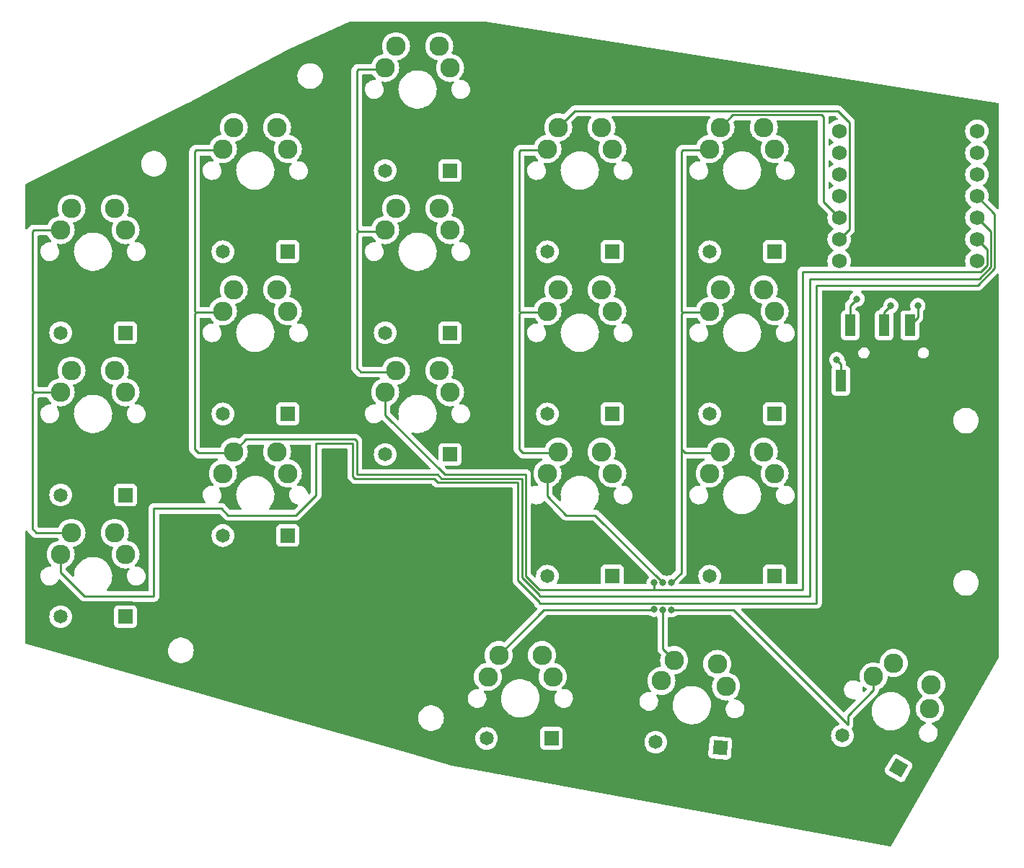
<source format=gbr>
%TF.GenerationSoftware,KiCad,Pcbnew,7.0.2-0*%
%TF.CreationDate,2023-12-07T17:55:22-05:00*%
%TF.ProjectId,Flare,466c6172-652e-46b6-9963-61645f706362,rev?*%
%TF.SameCoordinates,Original*%
%TF.FileFunction,Copper,L2,Bot*%
%TF.FilePolarity,Positive*%
%FSLAX46Y46*%
G04 Gerber Fmt 4.6, Leading zero omitted, Abs format (unit mm)*
G04 Created by KiCad (PCBNEW 7.0.2-0) date 2023-12-07 17:55:22*
%MOMM*%
%LPD*%
G01*
G04 APERTURE LIST*
G04 Aperture macros list*
%AMRotRect*
0 Rectangle, with rotation*
0 The origin of the aperture is its center*
0 $1 length*
0 $2 width*
0 $3 Rotation angle, in degrees counterclockwise*
0 Add horizontal line*
21,1,$1,$2,0,0,$3*%
G04 Aperture macros list end*
%TA.AperFunction,ComponentPad*%
%ADD10C,1.651000*%
%TD*%
%TA.AperFunction,ComponentPad*%
%ADD11R,1.651000X1.651000*%
%TD*%
%TA.AperFunction,ComponentPad*%
%ADD12C,2.286000*%
%TD*%
%TA.AperFunction,ComponentPad*%
%ADD13RotRect,1.651000X1.651000X330.000000*%
%TD*%
%TA.AperFunction,ComponentPad*%
%ADD14RotRect,1.651000X1.651000X355.000000*%
%TD*%
%TA.AperFunction,ComponentPad*%
%ADD15C,1.752600*%
%TD*%
%TA.AperFunction,SMDPad,CuDef*%
%ADD16R,1.200000X2.500000*%
%TD*%
%TA.AperFunction,ViaPad*%
%ADD17C,0.800000*%
%TD*%
%TA.AperFunction,Conductor*%
%ADD18C,0.250000*%
%TD*%
G04 APERTURE END LIST*
D10*
%TO.P,D3,1,K*%
%TO.N,/row0*%
X53340000Y-28575000D03*
D11*
%TO.P,D3,2,A*%
%TO.N,Net-(D3-A)*%
X60960000Y-28575000D03*
%TD*%
D10*
%TO.P,D12,1,K*%
%TO.N,/row2*%
X34290000Y-71437500D03*
D11*
%TO.P,D12,2,A*%
%TO.N,Net-(D12-A)*%
X41910000Y-71437500D03*
%TD*%
D10*
%TO.P,D10,1,K*%
%TO.N,/row1*%
X91440000Y-57150000D03*
D11*
%TO.P,D10,2,A*%
%TO.N,Net-(D10-A)*%
X99060000Y-57150000D03*
%TD*%
D12*
%TO.P,MX13,1,COL*%
%TO.N,/col2*%
X53340000Y-54610000D03*
X54610000Y-52070000D03*
%TO.P,MX13,2,ROW*%
%TO.N,Net-(D13-A)*%
X59690000Y-52070000D03*
X60960000Y-54610000D03*
%TD*%
D10*
%TO.P,D13,1,K*%
%TO.N,/row2*%
X53340000Y-61912500D03*
D11*
%TO.P,D13,2,A*%
%TO.N,Net-(D13-A)*%
X60960000Y-61912500D03*
%TD*%
D10*
%TO.P,D2,1,K*%
%TO.N,/row0*%
X72390000Y-38100000D03*
D11*
%TO.P,D2,2,A*%
%TO.N,Net-(D2-A)*%
X80010000Y-38100000D03*
%TD*%
D12*
%TO.P,MX14,1,COL*%
%TO.N,/col1*%
X72390000Y-64135000D03*
X73660000Y-61595000D03*
%TO.P,MX14,2,ROW*%
%TO.N,Net-(D14-A)*%
X78740000Y-61595000D03*
X80010000Y-64135000D03*
%TD*%
%TO.P,MX6,1,COL*%
%TO.N,/col4*%
X15240000Y-54610000D03*
X16510000Y-52070000D03*
%TO.P,MX6,2,ROW*%
%TO.N,Net-(D6-A)*%
X21590000Y-52070000D03*
X22860000Y-54610000D03*
%TD*%
D10*
%TO.P,D8,1,K*%
%TO.N,/row1*%
X53340000Y-47625000D03*
D11*
%TO.P,D8,2,A*%
%TO.N,Net-(D8-A)*%
X60960000Y-47625000D03*
%TD*%
D10*
%TO.P,D14,1,K*%
%TO.N,/row2*%
X72390000Y-76200000D03*
D11*
%TO.P,D14,2,A*%
%TO.N,Net-(D14-A)*%
X80010000Y-76200000D03*
%TD*%
D12*
%TO.P,MX11,1,COL*%
%TO.N,/col4*%
X15240000Y-73660000D03*
X16510000Y-71120000D03*
%TO.P,MX11,2,ROW*%
%TO.N,Net-(D11-A)*%
X21590000Y-71120000D03*
X22860000Y-73660000D03*
%TD*%
D10*
%TO.P,D11,1,K*%
%TO.N,/row2*%
X15240000Y-80962500D03*
D11*
%TO.P,D11,2,A*%
%TO.N,Net-(D11-A)*%
X22860000Y-80962500D03*
%TD*%
D10*
%TO.P,D7,1,K*%
%TO.N,/row1*%
X34290000Y-57150000D03*
D11*
%TO.P,D7,2,A*%
%TO.N,Net-(D7-A)*%
X41910000Y-57150000D03*
%TD*%
D10*
%TO.P,D4,1,K*%
%TO.N,/row0*%
X34290000Y-38100000D03*
D11*
%TO.P,D4,2,A*%
%TO.N,Net-(D4-A)*%
X41910000Y-38100000D03*
%TD*%
D10*
%TO.P,D18,1,K*%
%TO.N,/row3*%
X107031693Y-94932500D03*
D13*
%TO.P,D18,2,A*%
%TO.N,Net-(D18-A)*%
X113630807Y-98742500D03*
%TD*%
D10*
%TO.P,D17,1,K*%
%TO.N,/row3*%
X85104498Y-95711687D03*
D14*
%TO.P,D17,2,A*%
%TO.N,Net-(D17-A)*%
X92695502Y-96375813D03*
%TD*%
D12*
%TO.P,MX4,1,COL*%
%TO.N,/col3*%
X34290000Y-26035000D03*
X35560000Y-23495000D03*
%TO.P,MX4,2,ROW*%
%TO.N,Net-(D4-A)*%
X40640000Y-23495000D03*
X41910000Y-26035000D03*
%TD*%
D10*
%TO.P,D6,1,K*%
%TO.N,/row1*%
X15240000Y-66675000D03*
D11*
%TO.P,D6,2,A*%
%TO.N,Net-(D6-A)*%
X22860000Y-66675000D03*
%TD*%
D15*
%TO.P,U1,1,PA02_A0_D0*%
%TO.N,/row0*%
X106652537Y-23956740D03*
%TO.P,U1,2,PA4_A1_D1*%
%TO.N,/row1*%
X106652537Y-26496740D03*
%TO.P,U1,3,PA10_A2_D2*%
%TO.N,/row2*%
X106652537Y-29036740D03*
%TO.P,U1,4,PA11_A3_D3*%
%TO.N,/row3*%
X106652537Y-31576740D03*
%TO.P,U1,5,PA8_A4_D4_SDA*%
%TO.N,/col0*%
X106652537Y-34116740D03*
%TO.P,U1,6,PA9_A5_D5_SCL*%
%TO.N,/col1*%
X106652537Y-36656740D03*
%TO.P,U1,7,PB08_A6_D6_TX*%
%TO.N,/tx*%
X106652537Y-39196740D03*
%TO.P,U1,8,PB09_A7_D7_RX*%
%TO.N,/rx*%
X122817097Y-39196740D03*
%TO.P,U1,9,PA7_A8_D8_SCK*%
%TO.N,/col2*%
X122817097Y-36656740D03*
%TO.P,U1,10,PA5_A9_D9_MISO*%
%TO.N,/col3*%
X122817097Y-34116740D03*
%TO.P,U1,11,PA6_A10_D10_MOSI*%
%TO.N,/col4*%
X122817097Y-31576740D03*
%TO.P,U1,12,3V3*%
%TO.N,+3.3V*%
X122817097Y-29036740D03*
%TO.P,U1,13,GND*%
%TO.N,GND*%
X122817097Y-26496740D03*
%TO.P,U1,14,5V*%
%TO.N,unconnected-(U1-5V-Pad14)*%
X122817097Y-23956740D03*
%TD*%
D10*
%TO.P,D5,1,K*%
%TO.N,/row0*%
X15240000Y-47625000D03*
D11*
%TO.P,D5,2,A*%
%TO.N,Net-(D5-A)*%
X22860000Y-47625000D03*
%TD*%
D10*
%TO.P,D15,1,K*%
%TO.N,/row2*%
X91440000Y-76200000D03*
D11*
%TO.P,D15,2,A*%
%TO.N,Net-(D15-A)*%
X99060000Y-76200000D03*
%TD*%
D12*
%TO.P,MX15,1,COL*%
%TO.N,/col0*%
X91440000Y-64135000D03*
X92710000Y-61595000D03*
%TO.P,MX15,2,ROW*%
%TO.N,Net-(D15-A)*%
X97790000Y-61595000D03*
X99060000Y-64135000D03*
%TD*%
D10*
%TO.P,D1,1,K*%
%TO.N,/row0*%
X91440000Y-38100000D03*
D11*
%TO.P,D1,2,A*%
%TO.N,Net-(D1-A)*%
X99060000Y-38100000D03*
%TD*%
D10*
%TO.P,D16,1,K*%
%TO.N,/row3*%
X65246250Y-95250000D03*
D11*
%TO.P,D16,2,A*%
%TO.N,Net-(D16-A)*%
X72866250Y-95250000D03*
%TD*%
D12*
%TO.P,MX5,1,COL*%
%TO.N,/col4*%
X15240000Y-35560000D03*
X16510000Y-33020000D03*
%TO.P,MX5,2,ROW*%
%TO.N,Net-(D5-A)*%
X21590000Y-33020000D03*
X22860000Y-35560000D03*
%TD*%
%TO.P,MX18,1,COL*%
%TO.N,/col0*%
X110682943Y-87970295D03*
X113052795Y-86405591D03*
%TO.P,MX18,2,ROW*%
%TO.N,Net-(D18-A)*%
X117452205Y-88945591D03*
X117282057Y-91780295D03*
%TD*%
%TO.P,MX1,1,COL*%
%TO.N,/col0*%
X91440000Y-26035000D03*
X92710000Y-23495000D03*
%TO.P,MX1,2,ROW*%
%TO.N,Net-(D1-A)*%
X97790000Y-23495000D03*
X99060000Y-26035000D03*
%TD*%
%TO.P,MX10,1,COL*%
%TO.N,/col0*%
X91440000Y-45085000D03*
X92710000Y-42545000D03*
%TO.P,MX10,2,ROW*%
%TO.N,Net-(D10-A)*%
X97790000Y-42545000D03*
X99060000Y-45085000D03*
%TD*%
%TO.P,MX16,1,COL*%
%TO.N,/col2*%
X65405000Y-88026875D03*
X66675000Y-85486875D03*
%TO.P,MX16,2,ROW*%
%TO.N,Net-(D16-A)*%
X71755000Y-85486875D03*
X73025000Y-88026875D03*
%TD*%
%TO.P,MX2,1,COL*%
%TO.N,/col1*%
X72390000Y-26035000D03*
X73660000Y-23495000D03*
%TO.P,MX2,2,ROW*%
%TO.N,Net-(D2-A)*%
X78740000Y-23495000D03*
X80010000Y-26035000D03*
%TD*%
D10*
%TO.P,D9,1,K*%
%TO.N,/row1*%
X72390000Y-57150000D03*
D11*
%TO.P,D9,2,A*%
%TO.N,Net-(D9-A)*%
X80010000Y-57150000D03*
%TD*%
D12*
%TO.P,MX9,1,COL*%
%TO.N,/col1*%
X72390000Y-45085000D03*
X73660000Y-42545000D03*
%TO.P,MX9,2,ROW*%
%TO.N,Net-(D9-A)*%
X78740000Y-42545000D03*
X80010000Y-45085000D03*
%TD*%
%TO.P,MX12,1,COL*%
%TO.N,/col3*%
X34290000Y-64135000D03*
X35560000Y-61595000D03*
%TO.P,MX12,2,ROW*%
%TO.N,Net-(D12-A)*%
X40640000Y-61595000D03*
X41910000Y-64135000D03*
%TD*%
%TO.P,MX7,1,COL*%
%TO.N,/col3*%
X34290000Y-45085000D03*
X35560000Y-42545000D03*
%TO.P,MX7,2,ROW*%
%TO.N,Net-(D7-A)*%
X40640000Y-42545000D03*
X41910000Y-45085000D03*
%TD*%
%TO.P,MX8,1,COL*%
%TO.N,/col2*%
X53340000Y-35560000D03*
X54610000Y-33020000D03*
%TO.P,MX8,2,ROW*%
%TO.N,Net-(D8-A)*%
X59690000Y-33020000D03*
X60960000Y-35560000D03*
%TD*%
%TO.P,MX17,1,COL*%
%TO.N,/col1*%
X85782793Y-88498227D03*
X87269336Y-86078580D03*
%TO.P,MX17,2,ROW*%
%TO.N,Net-(D17-A)*%
X92330005Y-86521332D03*
X93373796Y-89162354D03*
%TD*%
%TO.P,MX3,1,COL*%
%TO.N,/col2*%
X53340000Y-16510000D03*
X54610000Y-13970000D03*
%TO.P,MX3,2,ROW*%
%TO.N,Net-(D3-A)*%
X59690000Y-13970000D03*
X60960000Y-16510000D03*
%TD*%
D16*
%TO.P,U3,1,SLEEVE*%
%TO.N,/tx*%
X106837500Y-53256250D03*
%TO.P,U3,2,TIP*%
%TO.N,/rx*%
X107937500Y-46756250D03*
%TO.P,U3,3,RING1*%
%TO.N,+3.3V*%
X111937500Y-46756250D03*
%TO.P,U3,4,RING2*%
%TO.N,GND*%
X114937500Y-46756250D03*
%TD*%
D17*
%TO.N,GND*%
X115887500Y-44450000D03*
%TO.N,/tx*%
X106362500Y-50800000D03*
%TO.N,+3.3V*%
X112712500Y-44450000D03*
%TO.N,/rx*%
X108743750Y-43656250D03*
%TO.N,/col0*%
X86930256Y-80152396D03*
X86930256Y-76993750D03*
%TO.N,/col1*%
X85926970Y-80186371D03*
X85930753Y-76993750D03*
%TO.N,/col2*%
X84931250Y-76993750D03*
X84931250Y-80099500D03*
%TD*%
D18*
%TO.N,GND*%
X115887500Y-45806250D02*
X115887500Y-44450000D01*
X114937500Y-46756250D02*
X115887500Y-45806250D01*
%TO.N,/tx*%
X106837500Y-53256250D02*
X106837500Y-51275000D01*
X106837500Y-51275000D02*
X106362500Y-50800000D01*
%TO.N,+3.3V*%
X111937500Y-46756250D02*
X111937500Y-45225000D01*
X111937500Y-45225000D02*
X112712500Y-44450000D01*
%TO.N,/rx*%
X107937500Y-44462500D02*
X108743750Y-43656250D01*
X107937500Y-46756250D02*
X107937500Y-44462500D01*
%TO.N,/col0*%
X107666693Y-93605920D02*
X94213169Y-80152396D01*
X104775000Y-32239203D02*
X106652537Y-34116740D01*
X104775000Y-22225000D02*
X104775000Y-32239203D01*
X110682943Y-87970295D02*
X110682943Y-89586741D01*
X88582500Y-61753750D02*
X88106250Y-61277500D01*
X88265000Y-26193750D02*
X91440000Y-26193750D01*
X88106250Y-75817756D02*
X88106250Y-61118750D01*
X86930256Y-76993750D02*
X88106250Y-75817756D01*
X88106250Y-45402500D02*
X88265000Y-45243750D01*
X88106250Y-26352500D02*
X88265000Y-26193750D01*
X88265000Y-45243750D02*
X88106250Y-45085000D01*
X88265000Y-45243750D02*
X91440000Y-45243750D01*
X94213169Y-80152396D02*
X86930256Y-80152396D01*
X94178000Y-22027000D02*
X104577000Y-22027000D01*
X104577000Y-22027000D02*
X104775000Y-22225000D01*
X110682943Y-89586741D02*
X107666693Y-92602991D01*
X107666693Y-92602991D02*
X107666693Y-93605920D01*
X88106250Y-61118750D02*
X88106250Y-45402500D01*
X92710000Y-61753750D02*
X88582500Y-61753750D01*
X92710000Y-23495000D02*
X94178000Y-22027000D01*
X88106250Y-45085000D02*
X88106250Y-26352500D01*
X88106250Y-61277500D02*
X88106250Y-61118750D01*
%TO.N,/col1*%
X78006705Y-69043900D02*
X74600150Y-69043900D01*
X85930753Y-76967948D02*
X78006705Y-69043900D01*
X69532500Y-61753750D02*
X69056250Y-61277500D01*
X69215000Y-26193750D02*
X72390000Y-26193750D01*
X73660000Y-61753750D02*
X69532500Y-61753750D01*
X107853837Y-35455440D02*
X106652537Y-36656740D01*
X69056250Y-45402500D02*
X69215000Y-45243750D01*
X75578000Y-21577000D02*
X106508250Y-21577000D01*
X87269336Y-86078580D02*
X85926970Y-84736214D01*
X85926970Y-84736214D02*
X85926970Y-80186371D01*
X85930753Y-76993750D02*
X85930753Y-76967948D01*
X72390000Y-66833750D02*
X72390000Y-64135000D01*
X106508250Y-21577000D02*
X107853837Y-22922587D01*
X69215000Y-45243750D02*
X69056250Y-45085000D01*
X69056250Y-45085000D02*
X69056250Y-26352500D01*
X73660000Y-23495000D02*
X75578000Y-21577000D01*
X74600150Y-69043900D02*
X72390000Y-66833750D01*
X69056250Y-26352500D02*
X69215000Y-26193750D01*
X69056250Y-61277500D02*
X69056250Y-45402500D01*
X69215000Y-45243750D02*
X72390000Y-45243750D01*
X107853837Y-22922587D02*
X107853837Y-35455440D01*
%TO.N,/col2*%
X50482500Y-52228750D02*
X50006250Y-51752500D01*
X50006250Y-51752500D02*
X50006250Y-35877500D01*
X66675000Y-85486875D02*
X71993125Y-80168750D01*
X71437500Y-77787500D02*
X84931250Y-77787500D01*
X124018397Y-37858040D02*
X122817097Y-36656740D01*
X60325000Y-64293750D02*
X69850000Y-64293750D01*
X84931250Y-76993750D02*
X84931250Y-77787500D01*
X69850000Y-76200000D02*
X71437500Y-77787500D01*
X84931250Y-77787500D02*
X102393750Y-77787500D01*
X50165000Y-16668750D02*
X53340000Y-16668750D01*
X69850000Y-64293750D02*
X69850000Y-76200000D01*
X50006250Y-35560000D02*
X50006250Y-16827500D01*
X50165000Y-35718750D02*
X50006250Y-35560000D01*
X102393750Y-77787500D02*
X102393750Y-40481250D01*
X124018397Y-39694335D02*
X124018397Y-37858040D01*
X50165000Y-35718750D02*
X53340000Y-35718750D01*
X50006250Y-16827500D02*
X50165000Y-16668750D01*
X53340000Y-57308750D02*
X60325000Y-64293750D01*
X50006250Y-35877500D02*
X50165000Y-35718750D01*
X84931250Y-80168750D02*
X84931250Y-80099500D01*
X71993125Y-80168750D02*
X84931250Y-80168750D01*
X123231482Y-40481250D02*
X124018397Y-39694335D01*
X54610000Y-52228750D02*
X50482500Y-52228750D01*
X102393750Y-40481250D02*
X123231482Y-40481250D01*
X53340000Y-54610000D02*
X53340000Y-57308750D01*
%TO.N,/col3*%
X30956250Y-61277500D02*
X30956250Y-45402500D01*
X50006250Y-64293750D02*
X59531250Y-64293750D01*
X31432500Y-61753750D02*
X30956250Y-61277500D01*
X37028000Y-60127000D02*
X49808250Y-60127000D01*
X31115000Y-45243750D02*
X30956250Y-45085000D01*
X59981250Y-64743750D02*
X69400000Y-64743750D01*
X71437500Y-78581250D02*
X103187500Y-78581250D01*
X59531250Y-64293750D02*
X59981250Y-64743750D01*
X31115000Y-26193750D02*
X34290000Y-26193750D01*
X31115000Y-45243750D02*
X34290000Y-45243750D01*
X71437500Y-78423896D02*
X71437500Y-78581250D01*
X103187500Y-41275000D02*
X123074128Y-41275000D01*
X103187500Y-78581250D02*
X103187500Y-41275000D01*
X35560000Y-61595000D02*
X37028000Y-60127000D01*
X30956250Y-26352500D02*
X31115000Y-26193750D01*
X50006250Y-60325000D02*
X50006250Y-64293750D01*
X124468397Y-35768040D02*
X122817097Y-34116740D01*
X123074128Y-41275000D02*
X124468397Y-39880731D01*
X35560000Y-61753750D02*
X31432500Y-61753750D01*
X30956250Y-45402500D02*
X31115000Y-45243750D01*
X69400000Y-76386396D02*
X71437500Y-78423896D01*
X69400000Y-64743750D02*
X69400000Y-76386396D01*
X49808250Y-60127000D02*
X50006250Y-60325000D01*
X124468397Y-39880731D02*
X124468397Y-35768040D01*
X30956250Y-45085000D02*
X30956250Y-26352500D01*
%TO.N,/col4*%
X103981250Y-42068750D02*
X122916774Y-42068750D01*
X34131250Y-68262500D02*
X34912650Y-69043900D01*
X59531250Y-65193750D02*
X68950000Y-65193750D01*
X42874850Y-69043900D02*
X45243750Y-66675000D01*
X49556250Y-64480146D02*
X49819854Y-64743750D01*
X34912650Y-69043900D02*
X42874850Y-69043900D01*
X18068769Y-78568900D02*
X23824850Y-78568900D01*
X23824850Y-78568900D02*
X23837200Y-78581250D01*
X124918397Y-33678040D02*
X122817097Y-31576740D01*
X26193750Y-78581250D02*
X26193750Y-68262500D01*
X49556250Y-60577000D02*
X49556250Y-64480146D01*
X122916774Y-42068750D02*
X124918397Y-40067127D01*
X124918397Y-40067127D02*
X124918397Y-33678040D01*
X71437500Y-79375000D02*
X103981250Y-79375000D01*
X103981250Y-79375000D02*
X103981250Y-42068750D01*
X49819854Y-64743750D02*
X59081250Y-64743750D01*
X12065000Y-35560000D02*
X15240000Y-35560000D01*
X16510000Y-71120000D02*
X12382500Y-71120000D01*
X68950000Y-76730146D02*
X71437500Y-79217646D01*
X15240000Y-75740131D02*
X18068769Y-78568900D01*
X45243750Y-66675000D02*
X45243750Y-60577000D01*
X23837200Y-78581250D02*
X26193750Y-78581250D01*
X11906250Y-35718750D02*
X12065000Y-35560000D01*
X11906250Y-54451250D02*
X11906250Y-35718750D01*
X59081250Y-64743750D02*
X59531250Y-65193750D01*
X68950000Y-65193750D02*
X68950000Y-76730146D01*
X12065000Y-54610000D02*
X15240000Y-54610000D01*
X26193750Y-68262500D02*
X34131250Y-68262500D01*
X12065000Y-54610000D02*
X11906250Y-54451250D01*
X15240000Y-73660000D02*
X15240000Y-75740131D01*
X11906250Y-54768750D02*
X12065000Y-54610000D01*
X12382500Y-71120000D02*
X11906250Y-70643750D01*
X11906250Y-70643750D02*
X11906250Y-54768750D01*
X45243750Y-60577000D02*
X49556250Y-60577000D01*
X71437500Y-79217646D02*
X71437500Y-79375000D01*
%TD*%
%TA.AperFunction,NonConductor*%
G36*
X106264837Y-22222185D02*
G01*
X106285479Y-22238819D01*
X106443654Y-22396994D01*
X106477139Y-22458317D01*
X106472155Y-22528009D01*
X106430283Y-22583942D01*
X106376383Y-22606984D01*
X106313391Y-22617495D01*
X106097591Y-22691580D01*
X106097587Y-22691581D01*
X106097587Y-22691582D01*
X105995999Y-22746559D01*
X105896916Y-22800180D01*
X105716859Y-22940322D01*
X105615730Y-23050179D01*
X105555843Y-23086169D01*
X105486005Y-23084069D01*
X105428389Y-23044545D01*
X105401287Y-22980146D01*
X105400500Y-22966196D01*
X105400500Y-22326500D01*
X105420185Y-22259461D01*
X105472989Y-22213706D01*
X105524500Y-22202500D01*
X106197798Y-22202500D01*
X106264837Y-22222185D01*
G37*
%TD.AperFunction*%
%TA.AperFunction,NonConductor*%
G36*
X105605703Y-24853570D02*
G01*
X105615720Y-24863290D01*
X105666351Y-24918290D01*
X105716859Y-24973157D01*
X105806889Y-25043228D01*
X105896918Y-25113301D01*
X105903833Y-25117043D01*
X105905021Y-25117686D01*
X105954611Y-25166906D01*
X105969718Y-25235123D01*
X105945546Y-25300679D01*
X105905021Y-25335794D01*
X105896919Y-25340178D01*
X105716859Y-25480322D01*
X105615730Y-25590179D01*
X105555843Y-25626169D01*
X105486005Y-25624069D01*
X105428389Y-25584545D01*
X105401287Y-25520146D01*
X105400500Y-25506196D01*
X105400500Y-24947283D01*
X105420185Y-24880244D01*
X105472989Y-24834489D01*
X105542147Y-24824545D01*
X105605703Y-24853570D01*
G37*
%TD.AperFunction*%
%TA.AperFunction,NonConductor*%
G36*
X105605703Y-27393570D02*
G01*
X105615720Y-27403290D01*
X105633186Y-27422263D01*
X105716859Y-27513157D01*
X105761426Y-27547844D01*
X105896918Y-27653301D01*
X105905019Y-27657685D01*
X105905021Y-27657686D01*
X105954611Y-27706906D01*
X105969718Y-27775123D01*
X105945546Y-27840679D01*
X105905021Y-27875794D01*
X105896919Y-27880178D01*
X105716859Y-28020322D01*
X105615730Y-28130179D01*
X105555843Y-28166169D01*
X105486005Y-28164069D01*
X105428389Y-28124545D01*
X105401287Y-28060146D01*
X105400500Y-28046196D01*
X105400500Y-27487283D01*
X105420185Y-27420244D01*
X105472989Y-27374489D01*
X105542147Y-27364545D01*
X105605703Y-27393570D01*
G37*
%TD.AperFunction*%
%TA.AperFunction,NonConductor*%
G36*
X105605703Y-29933570D02*
G01*
X105615720Y-29943290D01*
X105666351Y-29998290D01*
X105716859Y-30053157D01*
X105806889Y-30123228D01*
X105896918Y-30193301D01*
X105905015Y-30197683D01*
X105905021Y-30197686D01*
X105954611Y-30246906D01*
X105969718Y-30315123D01*
X105945546Y-30380679D01*
X105905021Y-30415794D01*
X105896919Y-30420178D01*
X105716859Y-30560322D01*
X105615730Y-30670179D01*
X105555843Y-30706169D01*
X105486005Y-30704069D01*
X105428389Y-30664545D01*
X105401287Y-30600146D01*
X105400500Y-30586196D01*
X105400500Y-30027283D01*
X105420185Y-29960244D01*
X105472989Y-29914489D01*
X105542147Y-29904545D01*
X105605703Y-29933570D01*
G37*
%TD.AperFunction*%
%TA.AperFunction,NonConductor*%
G36*
X44561289Y-60772185D02*
G01*
X44607044Y-60824989D01*
X44618250Y-60876500D01*
X44618250Y-66364545D01*
X44598565Y-66431584D01*
X44581931Y-66452226D01*
X44478420Y-66555737D01*
X44417097Y-66589222D01*
X44347405Y-66584238D01*
X44291472Y-66542366D01*
X44270236Y-66497294D01*
X44225558Y-66313129D01*
X44138179Y-66121795D01*
X44138178Y-66121794D01*
X44138177Y-66121791D01*
X44054778Y-66004675D01*
X44016169Y-65950456D01*
X43863937Y-65805303D01*
X43863934Y-65805301D01*
X43863933Y-65805300D01*
X43686990Y-65691585D01*
X43515956Y-65623113D01*
X43491712Y-65613407D01*
X43491711Y-65613406D01*
X43491709Y-65613406D01*
X43285172Y-65573600D01*
X43285171Y-65573600D01*
X43127532Y-65573600D01*
X43124610Y-65573878D01*
X43124589Y-65573880D01*
X43100441Y-65576186D01*
X43031835Y-65562961D01*
X42981269Y-65514745D01*
X42964798Y-65446844D01*
X42987651Y-65380818D01*
X43008118Y-65358464D01*
X43075724Y-65300724D01*
X43243731Y-65104012D01*
X43378897Y-64883441D01*
X43477895Y-64644440D01*
X43538285Y-64392895D01*
X43558582Y-64135000D01*
X43538285Y-63877105D01*
X43495194Y-63697616D01*
X43477895Y-63625559D01*
X43407896Y-63456569D01*
X43378897Y-63386559D01*
X43243731Y-63165988D01*
X43243730Y-63165987D01*
X43243729Y-63165985D01*
X43075724Y-62969275D01*
X42879014Y-62801270D01*
X42743390Y-62718160D01*
X42658441Y-62666103D01*
X42570155Y-62629533D01*
X42419440Y-62567104D01*
X42193893Y-62512956D01*
X42133301Y-62478165D01*
X42101137Y-62416139D01*
X42107613Y-62346570D01*
X42108279Y-62344928D01*
X42108890Y-62343451D01*
X42108897Y-62343441D01*
X42207895Y-62104440D01*
X42268285Y-61852895D01*
X42288582Y-61595000D01*
X42268285Y-61337105D01*
X42209425Y-61091931D01*
X42207895Y-61085559D01*
X42140955Y-60923953D01*
X42133486Y-60854484D01*
X42164761Y-60792004D01*
X42224850Y-60756352D01*
X42255516Y-60752500D01*
X44494250Y-60752500D01*
X44561289Y-60772185D01*
G37*
%TD.AperFunction*%
%TA.AperFunction,NonConductor*%
G36*
X39091523Y-60772185D02*
G01*
X39137278Y-60824989D01*
X39147222Y-60894147D01*
X39139045Y-60923953D01*
X39072104Y-61085559D01*
X39011715Y-61337103D01*
X38991418Y-61595000D01*
X39011715Y-61852896D01*
X39072104Y-62104440D01*
X39093307Y-62155627D01*
X39171103Y-62343441D01*
X39237468Y-62451739D01*
X39306270Y-62564014D01*
X39474275Y-62760724D01*
X39670985Y-62928729D01*
X39670987Y-62928730D01*
X39670988Y-62928731D01*
X39891559Y-63063897D01*
X40068130Y-63137035D01*
X40130559Y-63162895D01*
X40143443Y-63165988D01*
X40356106Y-63217043D01*
X40416698Y-63251833D01*
X40448862Y-63313860D01*
X40442386Y-63383429D01*
X40441720Y-63385070D01*
X40342104Y-63625559D01*
X40281715Y-63877103D01*
X40261418Y-64135000D01*
X40281715Y-64392896D01*
X40342104Y-64644440D01*
X40392145Y-64765247D01*
X40441103Y-64883441D01*
X40477783Y-64943297D01*
X40576270Y-65104014D01*
X40744275Y-65300724D01*
X40940985Y-65468729D01*
X40940987Y-65468730D01*
X40940988Y-65468731D01*
X41161559Y-65603897D01*
X41312256Y-65666318D01*
X41400559Y-65702895D01*
X41480027Y-65721973D01*
X41652105Y-65763285D01*
X41910000Y-65783582D01*
X42167895Y-65763285D01*
X42227554Y-65748962D01*
X42297336Y-65752453D01*
X42354154Y-65793116D01*
X42379967Y-65858043D01*
X42366581Y-65926618D01*
X42350214Y-65950738D01*
X42278745Y-66033217D01*
X42173574Y-66215379D01*
X42104777Y-66414154D01*
X42074843Y-66622352D01*
X42084852Y-66832460D01*
X42089325Y-66850896D01*
X42134442Y-67036871D01*
X42157028Y-67086327D01*
X42221822Y-67228208D01*
X42305221Y-67345324D01*
X42343831Y-67399544D01*
X42496063Y-67544697D01*
X42496065Y-67544698D01*
X42496066Y-67544699D01*
X42673009Y-67658414D01*
X42673014Y-67658416D01*
X42868288Y-67736593D01*
X42998765Y-67761740D01*
X43060866Y-67793754D01*
X43095801Y-67854263D01*
X43092477Y-67924054D01*
X43062978Y-67971179D01*
X42652078Y-68382081D01*
X42590755Y-68415566D01*
X42564397Y-68418400D01*
X39832295Y-68418400D01*
X39765256Y-68398715D01*
X39719501Y-68345911D01*
X39709557Y-68276753D01*
X39737602Y-68214342D01*
X39867857Y-68060274D01*
X39910943Y-68009312D01*
X40072631Y-67756032D01*
X40199118Y-67483460D01*
X40288146Y-67196462D01*
X40338126Y-66900158D01*
X40348167Y-66599836D01*
X40318089Y-66300855D01*
X40248430Y-66008551D01*
X40140431Y-65728140D01*
X40126596Y-65702895D01*
X40072344Y-65603897D01*
X39996021Y-65464625D01*
X39817777Y-65222710D01*
X39608879Y-65006711D01*
X39458085Y-64887630D01*
X39376308Y-64823051D01*
X39376301Y-64823046D01*
X39373054Y-64820482D01*
X39369493Y-64818372D01*
X39369486Y-64818368D01*
X39118074Y-64669457D01*
X39118071Y-64669455D01*
X39114513Y-64667348D01*
X39110714Y-64665737D01*
X39110704Y-64665732D01*
X38841676Y-64551655D01*
X38841673Y-64551654D01*
X38837867Y-64550040D01*
X38833880Y-64548948D01*
X38833872Y-64548945D01*
X38552049Y-64471746D01*
X38552044Y-64471745D01*
X38548054Y-64470652D01*
X38543959Y-64470101D01*
X38543953Y-64470100D01*
X38254344Y-64431151D01*
X38254340Y-64431150D01*
X38250245Y-64430600D01*
X38024967Y-64430600D01*
X38022893Y-64430738D01*
X38022888Y-64430739D01*
X37804313Y-64445371D01*
X37804307Y-64445371D01*
X37800181Y-64445648D01*
X37796124Y-64446472D01*
X37796121Y-64446473D01*
X37509781Y-64504674D01*
X37509778Y-64504674D01*
X37505713Y-64505501D01*
X37501799Y-64506860D01*
X37501792Y-64506862D01*
X37225761Y-64602710D01*
X37225753Y-64602713D01*
X37221849Y-64604069D01*
X37218152Y-64605936D01*
X37218150Y-64605938D01*
X36957358Y-64737722D01*
X36957348Y-64737727D01*
X36953657Y-64739593D01*
X36950246Y-64741934D01*
X36950240Y-64741938D01*
X36709337Y-64907307D01*
X36709323Y-64907317D01*
X36705920Y-64909654D01*
X36702855Y-64912425D01*
X36702845Y-64912434D01*
X36486135Y-65108437D01*
X36486129Y-65108442D01*
X36483061Y-65111218D01*
X36480392Y-65114373D01*
X36480386Y-65114381D01*
X36291732Y-65337523D01*
X36291726Y-65337530D01*
X36289057Y-65340688D01*
X36286834Y-65344169D01*
X36286826Y-65344181D01*
X36129595Y-65590480D01*
X36129591Y-65590487D01*
X36127369Y-65593968D01*
X36125629Y-65597717D01*
X36125626Y-65597723D01*
X36002627Y-65862778D01*
X36002623Y-65862787D01*
X36000882Y-65866540D01*
X35999656Y-65870490D01*
X35999654Y-65870497D01*
X35949178Y-66033217D01*
X35911854Y-66153538D01*
X35911165Y-66157616D01*
X35911165Y-66157621D01*
X35862883Y-66443863D01*
X35861874Y-66449842D01*
X35861736Y-66453965D01*
X35861735Y-66453977D01*
X35851971Y-66746016D01*
X35851971Y-66746026D01*
X35851833Y-66750164D01*
X35852247Y-66754285D01*
X35852248Y-66754296D01*
X35876558Y-66995934D01*
X35881911Y-67049145D01*
X35882871Y-67053173D01*
X35882873Y-67053185D01*
X35945691Y-67316779D01*
X35951570Y-67341449D01*
X35953060Y-67345318D01*
X35953062Y-67345324D01*
X36024419Y-67530595D01*
X36059569Y-67621860D01*
X36061553Y-67625481D01*
X36061559Y-67625493D01*
X36164466Y-67813273D01*
X36203979Y-67885375D01*
X36206435Y-67888708D01*
X36206438Y-67888713D01*
X36310840Y-68030408D01*
X36382223Y-68127290D01*
X36385107Y-68130272D01*
X36460469Y-68208196D01*
X36492925Y-68270070D01*
X36486776Y-68339669D01*
X36443976Y-68394895D01*
X36378113Y-68418215D01*
X36371335Y-68418400D01*
X35223103Y-68418400D01*
X35156064Y-68398715D01*
X35135422Y-68382081D01*
X34632052Y-67878711D01*
X34619156Y-67862613D01*
X34568025Y-67814598D01*
X34565228Y-67811887D01*
X34548477Y-67795136D01*
X34545721Y-67792380D01*
X34542540Y-67789912D01*
X34533672Y-67782337D01*
X34501832Y-67752438D01*
X34484274Y-67742785D01*
X34468014Y-67732104D01*
X34452186Y-67719827D01*
X34412101Y-67702480D01*
X34401611Y-67697341D01*
X34363341Y-67676302D01*
X34343941Y-67671321D01*
X34325534Y-67665019D01*
X34307147Y-67657062D01*
X34264008Y-67650229D01*
X34252574Y-67647861D01*
X34210269Y-67637000D01*
X34190234Y-67637000D01*
X34170836Y-67635473D01*
X34156939Y-67633272D01*
X34151055Y-67632340D01*
X34151054Y-67632340D01*
X34124988Y-67634804D01*
X34107575Y-67636450D01*
X34095906Y-67637000D01*
X33915305Y-67637000D01*
X33848266Y-67617315D01*
X33802511Y-67564511D01*
X33792567Y-67495353D01*
X33821590Y-67431799D01*
X33921255Y-67316781D01*
X34026426Y-67134619D01*
X34095222Y-66935846D01*
X34125157Y-66727645D01*
X34115148Y-66517541D01*
X34065558Y-66313129D01*
X33978179Y-66121795D01*
X33978178Y-66121794D01*
X33978177Y-66121791D01*
X33851265Y-65943569D01*
X33828412Y-65877542D01*
X33844885Y-65809642D01*
X33895452Y-65761427D01*
X33964059Y-65748203D01*
X33981210Y-65751066D01*
X34032105Y-65763285D01*
X34290000Y-65783582D01*
X34547895Y-65763285D01*
X34799440Y-65702895D01*
X35038441Y-65603897D01*
X35259012Y-65468731D01*
X35455724Y-65300724D01*
X35623731Y-65104012D01*
X35758897Y-64883441D01*
X35857895Y-64644440D01*
X35918285Y-64392895D01*
X35938582Y-64135000D01*
X35918285Y-63877105D01*
X35857895Y-63625560D01*
X35758897Y-63386559D01*
X35758891Y-63386550D01*
X35758279Y-63385071D01*
X35750810Y-63315601D01*
X35782084Y-63253122D01*
X35842173Y-63217469D01*
X35843827Y-63217059D01*
X36069440Y-63162895D01*
X36308441Y-63063897D01*
X36529012Y-62928731D01*
X36725724Y-62760724D01*
X36893731Y-62564012D01*
X37028897Y-62343441D01*
X37127895Y-62104440D01*
X37188285Y-61852895D01*
X37208582Y-61595000D01*
X37188285Y-61337105D01*
X37129425Y-61091931D01*
X37127895Y-61085559D01*
X37108678Y-61039167D01*
X37101208Y-60969697D01*
X37132482Y-60907218D01*
X37135522Y-60904066D01*
X37250771Y-60788818D01*
X37312095Y-60755334D01*
X37338452Y-60752500D01*
X39024484Y-60752500D01*
X39091523Y-60772185D01*
G37*
%TD.AperFunction*%
%TA.AperFunction,NonConductor*%
G36*
X72100196Y-67428536D02*
G01*
X73100920Y-68429261D01*
X74099346Y-69427687D01*
X74112246Y-69443788D01*
X74163373Y-69491800D01*
X74166170Y-69494511D01*
X74185679Y-69514020D01*
X74188859Y-69516487D01*
X74197721Y-69524055D01*
X74229568Y-69553962D01*
X74247120Y-69563611D01*
X74263388Y-69574297D01*
X74279214Y-69586573D01*
X74319296Y-69603917D01*
X74329783Y-69609055D01*
X74368057Y-69630097D01*
X74376560Y-69632279D01*
X74387458Y-69635078D01*
X74405863Y-69641378D01*
X74424254Y-69649337D01*
X74467400Y-69656170D01*
X74478818Y-69658535D01*
X74521131Y-69669400D01*
X74541166Y-69669400D01*
X74560565Y-69670927D01*
X74580346Y-69674060D01*
X74623824Y-69669950D01*
X74635494Y-69669400D01*
X77696253Y-69669400D01*
X77763292Y-69689085D01*
X77783934Y-69705719D01*
X84277089Y-76198875D01*
X84310574Y-76260198D01*
X84305590Y-76329890D01*
X84281558Y-76369528D01*
X84198716Y-76461533D01*
X84104070Y-76625465D01*
X84045576Y-76805492D01*
X84045575Y-76805494D01*
X84045576Y-76805494D01*
X84025790Y-76993750D01*
X84029078Y-77025040D01*
X84016510Y-77093768D01*
X83968778Y-77144792D01*
X83905758Y-77162000D01*
X81460000Y-77162000D01*
X81392961Y-77142315D01*
X81347206Y-77089511D01*
X81336000Y-77038000D01*
X81335999Y-75329939D01*
X81335999Y-75326628D01*
X81329591Y-75267017D01*
X81279296Y-75132169D01*
X81193046Y-75016954D01*
X81077831Y-74930704D01*
X80942983Y-74880409D01*
X80883373Y-74874000D01*
X80880050Y-74874000D01*
X79139939Y-74874000D01*
X79139920Y-74874000D01*
X79136628Y-74874001D01*
X79133348Y-74874353D01*
X79133340Y-74874354D01*
X79077015Y-74880409D01*
X78942169Y-74930704D01*
X78826954Y-75016954D01*
X78740704Y-75132168D01*
X78690410Y-75267015D01*
X78690409Y-75267017D01*
X78684000Y-75326627D01*
X78684000Y-76198875D01*
X78684001Y-77038000D01*
X78664316Y-77105039D01*
X78611513Y-77150794D01*
X78560001Y-77162000D01*
X73573349Y-77162000D01*
X73506310Y-77142315D01*
X73460555Y-77089511D01*
X73450611Y-77020353D01*
X73471773Y-76966878D01*
X73542736Y-76865533D01*
X73640792Y-76655251D01*
X73700843Y-76431137D01*
X73721065Y-76200000D01*
X73700843Y-75968863D01*
X73640792Y-75744749D01*
X73542736Y-75534468D01*
X73409655Y-75344408D01*
X73245592Y-75180345D01*
X73055533Y-75047264D01*
X72924765Y-74986286D01*
X72845252Y-74949208D01*
X72621134Y-74889156D01*
X72390000Y-74868934D01*
X72158865Y-74889156D01*
X71934747Y-74949208D01*
X71724467Y-75047264D01*
X71534407Y-75180345D01*
X71370345Y-75344407D01*
X71237264Y-75534467D01*
X71139208Y-75744747D01*
X71079156Y-75968865D01*
X71058934Y-76200000D01*
X71060338Y-76216054D01*
X71046570Y-76284554D01*
X70997953Y-76334735D01*
X70929924Y-76350667D01*
X70864081Y-76327290D01*
X70849129Y-76314539D01*
X70794788Y-76260198D01*
X70511819Y-75977228D01*
X70478334Y-75915905D01*
X70475500Y-75889547D01*
X70475500Y-67786573D01*
X70495185Y-67719534D01*
X70547989Y-67673779D01*
X70617147Y-67663835D01*
X70645583Y-67671455D01*
X70808288Y-67736593D01*
X70938760Y-67761739D01*
X71014828Y-67776400D01*
X71014829Y-67776400D01*
X71169514Y-67776400D01*
X71172468Y-67776400D01*
X71175419Y-67776118D01*
X71175423Y-67776118D01*
X71231839Y-67770730D01*
X71329389Y-67761416D01*
X71531211Y-67702156D01*
X71718170Y-67605771D01*
X71883510Y-67475747D01*
X71918805Y-67435013D01*
X71977580Y-67397241D01*
X72047450Y-67397240D01*
X72100196Y-67428536D01*
G37*
%TD.AperFunction*%
%TA.AperFunction,NonConductor*%
G36*
X109573513Y-89188425D02*
G01*
X109597223Y-89204349D01*
X109713931Y-89304026D01*
X109807455Y-89361338D01*
X109854330Y-89413148D01*
X109865753Y-89482078D01*
X109838096Y-89546240D01*
X109830346Y-89554745D01*
X109618011Y-89767080D01*
X109556688Y-89800565D01*
X109486996Y-89795581D01*
X109431063Y-89753709D01*
X109406646Y-89688245D01*
X109407591Y-89661761D01*
X109418248Y-89587645D01*
X109408239Y-89377541D01*
X109396190Y-89327874D01*
X109399513Y-89258086D01*
X109440041Y-89201171D01*
X109504905Y-89175203D01*
X109573513Y-89188425D01*
G37*
%TD.AperFunction*%
%TA.AperFunction,NonConductor*%
G36*
X125331334Y-40641293D02*
G01*
X125387267Y-40683165D01*
X125411684Y-40748629D01*
X125412000Y-40757475D01*
X125412000Y-85691937D01*
X125395662Y-85753458D01*
X112755894Y-107873051D01*
X112705542Y-107921492D01*
X112636995Y-107935020D01*
X112625720Y-107933469D01*
X64412790Y-99032620D01*
X111997648Y-99032620D01*
X112011086Y-99144998D01*
X112014736Y-99175525D01*
X112071390Y-99307827D01*
X112071391Y-99307829D01*
X112163024Y-99418807D01*
X112163025Y-99418808D01*
X112211444Y-99454163D01*
X113724170Y-100327535D01*
X113778998Y-100351791D01*
X113897060Y-100371644D01*
X113920927Y-100375658D01*
X113920927Y-100375657D01*
X113920928Y-100375658D01*
X114063832Y-100358571D01*
X114196134Y-100301917D01*
X114307115Y-100210282D01*
X114342470Y-100161863D01*
X115215842Y-98649137D01*
X115240098Y-98594309D01*
X115263965Y-98452379D01*
X115246878Y-98309475D01*
X115190224Y-98177173D01*
X115098589Y-98066192D01*
X115052855Y-98032797D01*
X115052847Y-98032792D01*
X115050170Y-98030837D01*
X113834472Y-97328954D01*
X113540323Y-97159127D01*
X113540320Y-97159125D01*
X113537444Y-97157465D01*
X113482616Y-97133209D01*
X113340686Y-97109341D01*
X113213045Y-97124604D01*
X113197782Y-97126429D01*
X113128448Y-97156119D01*
X113065477Y-97183084D01*
X112954499Y-97274717D01*
X112921104Y-97320451D01*
X112921093Y-97320467D01*
X112919144Y-97323137D01*
X112917485Y-97326009D01*
X112917482Y-97326015D01*
X112047434Y-98832983D01*
X112047428Y-98832994D01*
X112045772Y-98835863D01*
X112044431Y-98838893D01*
X112044426Y-98838904D01*
X112021516Y-98890690D01*
X111997648Y-99032620D01*
X64412790Y-99032620D01*
X61124711Y-98425590D01*
X61113158Y-98422880D01*
X56589103Y-97130293D01*
X91298429Y-97130293D01*
X91298494Y-97133589D01*
X91298494Y-97133601D01*
X91299618Y-97190236D01*
X91337968Y-97328955D01*
X91413848Y-97451247D01*
X91521106Y-97547210D01*
X91521107Y-97547210D01*
X91521108Y-97547211D01*
X91651059Y-97609068D01*
X91684983Y-97615746D01*
X91706617Y-97620005D01*
X91706619Y-97620005D01*
X91709884Y-97620648D01*
X93449982Y-97772886D01*
X93509925Y-97771697D01*
X93648643Y-97733347D01*
X93770937Y-97657466D01*
X93866900Y-97550207D01*
X93928757Y-97420256D01*
X93940337Y-97361431D01*
X94092575Y-95621333D01*
X94091386Y-95561390D01*
X94053036Y-95422672D01*
X93977155Y-95300378D01*
X93977154Y-95300378D01*
X93869897Y-95204415D01*
X93739943Y-95142557D01*
X93684386Y-95131620D01*
X93684369Y-95131617D01*
X93681120Y-95130978D01*
X93677817Y-95130689D01*
X93677803Y-95130687D01*
X91944323Y-94979028D01*
X91944308Y-94979027D01*
X91941022Y-94978740D01*
X91937724Y-94978805D01*
X91937713Y-94978805D01*
X91881078Y-94979929D01*
X91742359Y-95018279D01*
X91620067Y-95094159D01*
X91524104Y-95201417D01*
X91462246Y-95331371D01*
X91451309Y-95386928D01*
X91451306Y-95386948D01*
X91450667Y-95390195D01*
X91450378Y-95393494D01*
X91450376Y-95393511D01*
X91298717Y-97126991D01*
X91298716Y-97127007D01*
X91298429Y-97130293D01*
X56589103Y-97130293D01*
X50008077Y-95250000D01*
X63915184Y-95250000D01*
X63935406Y-95481134D01*
X63995458Y-95705252D01*
X64034087Y-95788092D01*
X64093514Y-95915533D01*
X64226595Y-96105592D01*
X64390658Y-96269655D01*
X64580717Y-96402736D01*
X64790999Y-96500792D01*
X65015113Y-96560843D01*
X65169204Y-96574324D01*
X65246249Y-96581065D01*
X65246249Y-96581064D01*
X65246250Y-96581065D01*
X65477387Y-96560843D01*
X65701501Y-96500792D01*
X65911783Y-96402736D01*
X66101842Y-96269655D01*
X66251419Y-96120078D01*
X71540250Y-96120078D01*
X71540251Y-96123372D01*
X71546659Y-96182983D01*
X71596954Y-96317831D01*
X71683204Y-96433046D01*
X71798419Y-96519296D01*
X71933267Y-96569591D01*
X71992877Y-96576000D01*
X73739622Y-96575999D01*
X73799233Y-96569591D01*
X73934081Y-96519296D01*
X74049296Y-96433046D01*
X74135546Y-96317831D01*
X74185841Y-96182983D01*
X74192250Y-96123373D01*
X74192250Y-95711687D01*
X83773432Y-95711687D01*
X83793654Y-95942821D01*
X83853706Y-96166939D01*
X83861332Y-96183292D01*
X83951762Y-96377220D01*
X84084843Y-96567279D01*
X84248906Y-96731342D01*
X84438965Y-96864423D01*
X84649247Y-96962479D01*
X84873361Y-97022530D01*
X85104498Y-97042752D01*
X85335635Y-97022530D01*
X85559749Y-96962479D01*
X85770031Y-96864423D01*
X85960090Y-96731342D01*
X86124153Y-96567279D01*
X86257234Y-96377220D01*
X86355290Y-96166938D01*
X86415341Y-95942824D01*
X86435563Y-95711687D01*
X86415341Y-95480550D01*
X86355290Y-95256436D01*
X86257234Y-95046155D01*
X86124153Y-94856095D01*
X85960090Y-94692032D01*
X85770031Y-94558951D01*
X85673077Y-94513740D01*
X85559750Y-94460895D01*
X85335632Y-94400843D01*
X85104497Y-94380621D01*
X84873363Y-94400843D01*
X84649245Y-94460895D01*
X84438965Y-94558951D01*
X84248905Y-94692032D01*
X84084843Y-94856094D01*
X83951762Y-95046154D01*
X83853706Y-95256434D01*
X83793654Y-95480552D01*
X83773432Y-95711687D01*
X74192250Y-95711687D01*
X74192249Y-94376628D01*
X74185841Y-94317017D01*
X74135546Y-94182169D01*
X74049296Y-94066954D01*
X73934081Y-93980704D01*
X73799233Y-93930409D01*
X73790946Y-93929518D01*
X73742916Y-93924354D01*
X73742915Y-93924353D01*
X73739623Y-93924000D01*
X73736300Y-93924000D01*
X71996189Y-93924000D01*
X71996170Y-93924000D01*
X71992878Y-93924001D01*
X71989598Y-93924353D01*
X71989590Y-93924354D01*
X71933265Y-93930409D01*
X71798419Y-93980704D01*
X71683204Y-94066954D01*
X71596954Y-94182168D01*
X71546660Y-94317015D01*
X71546659Y-94317017D01*
X71540250Y-94376627D01*
X71540250Y-94379948D01*
X71540250Y-94379949D01*
X71540250Y-96120060D01*
X71540250Y-96120078D01*
X66251419Y-96120078D01*
X66265905Y-96105592D01*
X66398986Y-95915533D01*
X66497042Y-95705251D01*
X66557093Y-95481137D01*
X66577315Y-95250000D01*
X66557093Y-95018863D01*
X66497042Y-94794749D01*
X66398986Y-94584468D01*
X66265905Y-94394408D01*
X66101842Y-94230345D01*
X65911783Y-94097264D01*
X65760958Y-94026933D01*
X65701502Y-93999208D01*
X65477384Y-93939156D01*
X65246249Y-93918934D01*
X65015115Y-93939156D01*
X64790997Y-93999208D01*
X64580717Y-94097264D01*
X64390657Y-94230345D01*
X64226595Y-94394407D01*
X64093514Y-94584467D01*
X63995458Y-94794747D01*
X63935406Y-95018865D01*
X63915184Y-95250000D01*
X50008077Y-95250000D01*
X41673698Y-92868749D01*
X57231856Y-92868749D01*
X57252391Y-93116566D01*
X57252391Y-93116569D01*
X57252392Y-93116571D01*
X57313437Y-93357631D01*
X57345043Y-93429686D01*
X57413325Y-93585354D01*
X57413327Y-93585357D01*
X57549336Y-93793535D01*
X57717756Y-93976488D01*
X57717759Y-93976490D01*
X57913985Y-94129220D01*
X57913987Y-94129221D01*
X57913991Y-94129224D01*
X58132690Y-94247578D01*
X58367886Y-94328321D01*
X58613165Y-94369250D01*
X58861835Y-94369250D01*
X59107114Y-94328321D01*
X59342310Y-94247578D01*
X59561009Y-94129224D01*
X59757244Y-93976488D01*
X59925664Y-93793535D01*
X60061673Y-93585357D01*
X60161563Y-93357631D01*
X60222608Y-93116571D01*
X60243143Y-92868750D01*
X60222608Y-92620929D01*
X60161563Y-92379869D01*
X60069104Y-92169085D01*
X60061674Y-92152145D01*
X60057670Y-92146016D01*
X59925664Y-91943965D01*
X59757244Y-91761012D01*
X59685263Y-91704987D01*
X59561014Y-91608279D01*
X59561010Y-91608276D01*
X59561009Y-91608276D01*
X59342310Y-91489922D01*
X59342306Y-91489920D01*
X59342305Y-91489920D01*
X59107115Y-91409179D01*
X58861835Y-91368250D01*
X58613165Y-91368250D01*
X58367884Y-91409179D01*
X58132694Y-91489920D01*
X58132690Y-91489921D01*
X58132690Y-91489922D01*
X58081974Y-91517368D01*
X57913985Y-91608279D01*
X57717759Y-91761009D01*
X57717756Y-91761011D01*
X57717756Y-91761012D01*
X57549336Y-91943965D01*
X57515534Y-91995703D01*
X57413325Y-92152145D01*
X57343594Y-92311118D01*
X57313437Y-92379869D01*
X57265957Y-92567363D01*
X57252391Y-92620933D01*
X57231856Y-92868749D01*
X41673698Y-92868749D01*
X13892450Y-84931250D01*
X27863106Y-84931250D01*
X27883641Y-85179066D01*
X27883641Y-85179069D01*
X27883642Y-85179071D01*
X27944687Y-85420131D01*
X27973964Y-85486875D01*
X28044575Y-85647854D01*
X28044577Y-85647857D01*
X28180586Y-85856035D01*
X28349006Y-86038988D01*
X28399874Y-86078580D01*
X28545235Y-86191720D01*
X28545237Y-86191721D01*
X28545241Y-86191724D01*
X28763940Y-86310078D01*
X28999136Y-86390821D01*
X29244415Y-86431750D01*
X29493085Y-86431750D01*
X29738364Y-86390821D01*
X29973560Y-86310078D01*
X30192259Y-86191724D01*
X30388494Y-86038988D01*
X30556914Y-85856035D01*
X30692923Y-85647857D01*
X30792813Y-85420131D01*
X30853858Y-85179071D01*
X30874393Y-84931250D01*
X30853858Y-84683429D01*
X30792813Y-84442369D01*
X30692923Y-84214643D01*
X30556914Y-84006465D01*
X30388494Y-83823512D01*
X30366362Y-83806286D01*
X30192264Y-83670779D01*
X30192260Y-83670776D01*
X30192259Y-83670776D01*
X29973560Y-83552422D01*
X29973556Y-83552420D01*
X29973555Y-83552420D01*
X29738365Y-83471679D01*
X29493085Y-83430750D01*
X29244415Y-83430750D01*
X28999134Y-83471679D01*
X28763944Y-83552420D01*
X28545235Y-83670779D01*
X28349009Y-83823509D01*
X28349006Y-83823511D01*
X28349006Y-83823512D01*
X28180586Y-84006465D01*
X28144218Y-84062131D01*
X28044575Y-84214645D01*
X27997858Y-84321151D01*
X27944687Y-84442369D01*
X27902317Y-84609683D01*
X27883641Y-84683433D01*
X27863106Y-84931250D01*
X13892450Y-84931250D01*
X11202934Y-84162817D01*
X11143881Y-84125473D01*
X11114393Y-84062131D01*
X11112999Y-84043601D01*
X11112999Y-80962499D01*
X13908934Y-80962499D01*
X13929156Y-81193634D01*
X13929157Y-81193637D01*
X13989208Y-81417751D01*
X14087264Y-81628033D01*
X14220345Y-81818092D01*
X14384408Y-81982155D01*
X14574467Y-82115236D01*
X14784749Y-82213292D01*
X15008863Y-82273343D01*
X15240000Y-82293565D01*
X15471137Y-82273343D01*
X15695251Y-82213292D01*
X15905533Y-82115236D01*
X16095592Y-81982155D01*
X16245169Y-81832578D01*
X21534000Y-81832578D01*
X21534001Y-81835872D01*
X21540409Y-81895483D01*
X21590704Y-82030331D01*
X21676954Y-82145546D01*
X21792169Y-82231796D01*
X21927017Y-82282091D01*
X21986627Y-82288500D01*
X23733372Y-82288499D01*
X23792983Y-82282091D01*
X23927831Y-82231796D01*
X24043046Y-82145546D01*
X24129296Y-82030331D01*
X24179591Y-81895483D01*
X24186000Y-81835873D01*
X24185999Y-80089128D01*
X24179591Y-80029517D01*
X24129296Y-79894669D01*
X24043046Y-79779454D01*
X23927831Y-79693204D01*
X23792983Y-79642909D01*
X23733373Y-79636500D01*
X23730050Y-79636500D01*
X21989939Y-79636500D01*
X21989920Y-79636500D01*
X21986628Y-79636501D01*
X21983348Y-79636853D01*
X21983340Y-79636854D01*
X21927015Y-79642909D01*
X21792169Y-79693204D01*
X21676954Y-79779454D01*
X21590704Y-79894668D01*
X21540410Y-80029515D01*
X21540409Y-80029517D01*
X21534000Y-80089127D01*
X21534000Y-80092448D01*
X21534000Y-80092449D01*
X21534000Y-81832560D01*
X21534000Y-81832578D01*
X16245169Y-81832578D01*
X16259655Y-81818092D01*
X16392736Y-81628033D01*
X16490792Y-81417751D01*
X16550843Y-81193637D01*
X16571065Y-80962500D01*
X16550843Y-80731363D01*
X16490792Y-80507249D01*
X16392736Y-80296968D01*
X16259655Y-80106908D01*
X16095592Y-79942845D01*
X15905533Y-79809764D01*
X15752544Y-79738424D01*
X15695252Y-79711708D01*
X15471134Y-79651656D01*
X15240000Y-79631434D01*
X15008865Y-79651656D01*
X14784747Y-79711708D01*
X14574467Y-79809764D01*
X14384407Y-79942845D01*
X14220345Y-80106907D01*
X14087264Y-80296967D01*
X13989208Y-80507247D01*
X13929156Y-80731365D01*
X13908934Y-80962499D01*
X11112999Y-80962499D01*
X11112999Y-70989408D01*
X11132684Y-70922372D01*
X11185488Y-70876617D01*
X11254646Y-70866673D01*
X11318202Y-70895698D01*
X11352289Y-70943759D01*
X11353762Y-70947480D01*
X11379430Y-70982809D01*
X11385843Y-70992572D01*
X11408076Y-71030166D01*
X11408079Y-71030169D01*
X11408080Y-71030170D01*
X11422245Y-71044335D01*
X11434877Y-71059125D01*
X11446656Y-71075337D01*
X11480308Y-71103176D01*
X11488949Y-71111039D01*
X11881694Y-71503784D01*
X11894594Y-71519886D01*
X11945723Y-71567900D01*
X11948520Y-71570611D01*
X11968029Y-71590120D01*
X11971209Y-71592587D01*
X11980071Y-71600155D01*
X12011252Y-71629437D01*
X12011918Y-71630062D01*
X12029470Y-71639711D01*
X12045738Y-71650397D01*
X12061564Y-71662673D01*
X12101646Y-71680017D01*
X12112133Y-71685155D01*
X12150407Y-71706197D01*
X12158910Y-71708379D01*
X12169808Y-71711178D01*
X12188213Y-71717478D01*
X12206604Y-71725437D01*
X12249750Y-71732270D01*
X12261168Y-71734635D01*
X12303481Y-71745500D01*
X12323516Y-71745500D01*
X12342915Y-71747027D01*
X12362696Y-71750160D01*
X12406174Y-71746050D01*
X12417844Y-71745500D01*
X14907325Y-71745500D01*
X14974364Y-71765185D01*
X15020119Y-71817989D01*
X15021875Y-71822022D01*
X15041103Y-71868441D01*
X15041104Y-71868442D01*
X15041720Y-71869928D01*
X15049189Y-71939397D01*
X15017915Y-72001877D01*
X14957826Y-72037530D01*
X14956106Y-72037956D01*
X14730559Y-72092104D01*
X14491557Y-72191104D01*
X14270985Y-72326270D01*
X14074275Y-72494275D01*
X13906270Y-72690985D01*
X13771104Y-72911557D01*
X13672104Y-73150559D01*
X13611715Y-73402103D01*
X13591418Y-73660000D01*
X13611715Y-73917896D01*
X13672104Y-74169440D01*
X13682467Y-74194457D01*
X13771103Y-74408441D01*
X13788870Y-74437434D01*
X13906270Y-74629014D01*
X14074275Y-74825724D01*
X14138188Y-74880310D01*
X14176382Y-74938816D01*
X14176881Y-75008684D01*
X14139527Y-75067731D01*
X14076180Y-75097209D01*
X14057657Y-75098600D01*
X13917532Y-75098600D01*
X13914602Y-75098879D01*
X13914576Y-75098881D01*
X13760613Y-75113583D01*
X13558786Y-75172844D01*
X13371832Y-75269227D01*
X13206491Y-75399252D01*
X13068743Y-75558220D01*
X12963574Y-75740379D01*
X12894777Y-75939154D01*
X12864843Y-76147352D01*
X12864843Y-76147355D01*
X12874852Y-76357459D01*
X12924442Y-76561871D01*
X12931790Y-76577960D01*
X13011822Y-76753208D01*
X13086003Y-76857379D01*
X13133831Y-76924544D01*
X13286063Y-77069697D01*
X13286065Y-77069698D01*
X13286066Y-77069699D01*
X13463009Y-77183414D01*
X13463014Y-77183416D01*
X13658288Y-77261593D01*
X13777241Y-77284519D01*
X13864828Y-77301400D01*
X13864829Y-77301400D01*
X14019514Y-77301400D01*
X14022468Y-77301400D01*
X14025419Y-77301118D01*
X14025423Y-77301118D01*
X14081839Y-77295730D01*
X14179389Y-77286416D01*
X14381211Y-77227156D01*
X14568170Y-77130771D01*
X14733510Y-77000747D01*
X14871255Y-76841781D01*
X14976426Y-76659619D01*
X14988378Y-76625084D01*
X15028906Y-76568171D01*
X15093770Y-76542203D01*
X15162378Y-76555425D01*
X15193238Y-76577959D01*
X16417031Y-77801753D01*
X17567965Y-78952687D01*
X17580865Y-78968788D01*
X17582982Y-78970776D01*
X17582983Y-78970777D01*
X17612090Y-78998111D01*
X17631992Y-79016800D01*
X17634789Y-79019511D01*
X17654298Y-79039020D01*
X17657478Y-79041487D01*
X17666340Y-79049055D01*
X17679153Y-79061088D01*
X17698187Y-79078962D01*
X17715739Y-79088611D01*
X17732007Y-79099297D01*
X17747833Y-79111573D01*
X17787915Y-79128917D01*
X17798402Y-79134055D01*
X17836676Y-79155097D01*
X17845179Y-79157279D01*
X17856077Y-79160078D01*
X17874482Y-79166378D01*
X17892873Y-79174337D01*
X17936019Y-79181170D01*
X17947437Y-79183535D01*
X17989750Y-79194400D01*
X18009785Y-79194400D01*
X18029184Y-79195927D01*
X18048965Y-79199060D01*
X18092443Y-79194950D01*
X18104113Y-79194400D01*
X23694418Y-79194400D01*
X23725257Y-79198296D01*
X23758181Y-79206750D01*
X23778216Y-79206750D01*
X23797613Y-79208276D01*
X23817396Y-79211410D01*
X23860874Y-79207300D01*
X23872544Y-79206750D01*
X26122901Y-79206750D01*
X26146135Y-79208946D01*
X26154162Y-79210477D01*
X26209509Y-79206995D01*
X26217295Y-79206750D01*
X26229208Y-79206750D01*
X26233100Y-79206750D01*
X26248792Y-79204767D01*
X26256488Y-79204038D01*
X26311888Y-79200554D01*
X26319652Y-79198031D01*
X26342426Y-79192939D01*
X26350542Y-79191914D01*
X26402146Y-79171481D01*
X26409421Y-79168862D01*
X26462191Y-79151717D01*
X26469087Y-79147340D01*
X26489882Y-79136744D01*
X26497482Y-79133736D01*
X26542374Y-79101119D01*
X26548776Y-79096767D01*
X26595627Y-79067036D01*
X26601211Y-79061088D01*
X26618729Y-79045644D01*
X26625337Y-79040844D01*
X26625338Y-79040841D01*
X26625340Y-79040841D01*
X26660688Y-78998111D01*
X26665830Y-78992277D01*
X26703812Y-78951832D01*
X26707749Y-78944668D01*
X26720869Y-78925364D01*
X26726074Y-78919073D01*
X26749692Y-78868880D01*
X26753217Y-78861961D01*
X26779947Y-78813342D01*
X26781978Y-78805427D01*
X26789882Y-78783473D01*
X26793364Y-78776076D01*
X26803760Y-78721575D01*
X26805448Y-78714018D01*
X26819250Y-78660269D01*
X26819250Y-78652095D01*
X26821447Y-78628857D01*
X26822977Y-78620836D01*
X26819495Y-78565490D01*
X26819250Y-78557704D01*
X26819250Y-71437500D01*
X32958934Y-71437500D01*
X32979156Y-71668634D01*
X33039208Y-71892752D01*
X33090094Y-72001877D01*
X33137264Y-72103033D01*
X33270345Y-72293092D01*
X33434408Y-72457155D01*
X33624467Y-72590236D01*
X33834749Y-72688292D01*
X34058863Y-72748343D01*
X34290000Y-72768565D01*
X34521137Y-72748343D01*
X34745251Y-72688292D01*
X34955533Y-72590236D01*
X35145592Y-72457155D01*
X35295169Y-72307578D01*
X40584000Y-72307578D01*
X40584001Y-72310872D01*
X40590409Y-72370483D01*
X40640704Y-72505331D01*
X40726954Y-72620546D01*
X40842169Y-72706796D01*
X40977017Y-72757091D01*
X41036627Y-72763500D01*
X42783372Y-72763499D01*
X42842983Y-72757091D01*
X42977831Y-72706796D01*
X43093046Y-72620546D01*
X43179296Y-72505331D01*
X43229591Y-72370483D01*
X43236000Y-72310873D01*
X43235999Y-70564128D01*
X43229591Y-70504517D01*
X43179296Y-70369669D01*
X43093046Y-70254454D01*
X42977831Y-70168204D01*
X42842983Y-70117909D01*
X42783373Y-70111500D01*
X42780050Y-70111500D01*
X41039939Y-70111500D01*
X41039920Y-70111500D01*
X41036628Y-70111501D01*
X41033348Y-70111853D01*
X41033340Y-70111854D01*
X40977015Y-70117909D01*
X40842169Y-70168204D01*
X40726954Y-70254454D01*
X40640704Y-70369668D01*
X40590410Y-70504515D01*
X40590409Y-70504517D01*
X40584000Y-70564127D01*
X40584000Y-70567448D01*
X40584000Y-70567449D01*
X40584000Y-72307560D01*
X40584000Y-72307578D01*
X35295169Y-72307578D01*
X35309655Y-72293092D01*
X35442736Y-72103033D01*
X35540792Y-71892751D01*
X35600843Y-71668637D01*
X35621065Y-71437500D01*
X35600843Y-71206363D01*
X35540792Y-70982249D01*
X35442736Y-70771968D01*
X35309655Y-70581908D01*
X35145592Y-70417845D01*
X34955533Y-70284764D01*
X34858579Y-70239553D01*
X34745252Y-70186708D01*
X34521134Y-70126656D01*
X34290000Y-70106434D01*
X34058865Y-70126656D01*
X33834747Y-70186708D01*
X33624467Y-70284764D01*
X33434407Y-70417845D01*
X33270345Y-70581907D01*
X33137264Y-70771967D01*
X33039208Y-70982247D01*
X32979156Y-71206365D01*
X32958934Y-71437500D01*
X26819250Y-71437500D01*
X26819250Y-69012000D01*
X26838935Y-68944961D01*
X26891739Y-68899206D01*
X26943250Y-68888000D01*
X33820798Y-68888000D01*
X33887837Y-68907685D01*
X33908479Y-68924319D01*
X34411846Y-69427687D01*
X34424746Y-69443788D01*
X34475873Y-69491800D01*
X34478670Y-69494511D01*
X34498179Y-69514020D01*
X34501359Y-69516487D01*
X34510221Y-69524055D01*
X34542068Y-69553962D01*
X34559620Y-69563611D01*
X34575888Y-69574297D01*
X34591714Y-69586573D01*
X34631796Y-69603917D01*
X34642283Y-69609055D01*
X34680557Y-69630097D01*
X34689060Y-69632279D01*
X34699958Y-69635078D01*
X34718363Y-69641378D01*
X34736754Y-69649337D01*
X34779900Y-69656170D01*
X34791318Y-69658535D01*
X34833631Y-69669400D01*
X34853666Y-69669400D01*
X34873065Y-69670927D01*
X34892846Y-69674060D01*
X34936324Y-69669950D01*
X34947994Y-69669400D01*
X42792106Y-69669400D01*
X42812612Y-69671664D01*
X42815515Y-69671572D01*
X42815517Y-69671573D01*
X42882722Y-69669461D01*
X42886618Y-69669400D01*
X42910298Y-69669400D01*
X42914200Y-69669400D01*
X42918163Y-69668899D01*
X42929812Y-69667980D01*
X42973477Y-69666609D01*
X42992709Y-69661020D01*
X43011768Y-69657074D01*
X43018949Y-69656167D01*
X43031642Y-69654564D01*
X43072257Y-69638482D01*
X43083294Y-69634703D01*
X43125240Y-69622518D01*
X43142479Y-69612322D01*
X43159952Y-69603762D01*
X43178582Y-69596386D01*
X43213914Y-69570714D01*
X43223680Y-69564300D01*
X43261268Y-69542071D01*
X43261267Y-69542071D01*
X43261270Y-69542070D01*
X43275435Y-69527904D01*
X43290223Y-69515273D01*
X43306437Y-69503494D01*
X43334288Y-69469826D01*
X43342129Y-69461209D01*
X45627536Y-67175802D01*
X45643636Y-67162905D01*
X45645624Y-67160787D01*
X45645627Y-67160786D01*
X45691714Y-67111707D01*
X45694299Y-67109039D01*
X45713870Y-67089470D01*
X45716315Y-67086316D01*
X45723904Y-67077429D01*
X45753812Y-67045582D01*
X45763463Y-67028026D01*
X45774143Y-67011767D01*
X45786424Y-66995936D01*
X45803768Y-66955851D01*
X45808910Y-66945356D01*
X45829947Y-66907092D01*
X45834928Y-66887688D01*
X45841230Y-66869283D01*
X45849188Y-66850895D01*
X45856020Y-66807748D01*
X45858389Y-66796316D01*
X45869250Y-66754020D01*
X45869250Y-66733983D01*
X45870777Y-66714584D01*
X45873910Y-66694804D01*
X45869800Y-66651324D01*
X45869250Y-66639655D01*
X45869250Y-61326500D01*
X45888935Y-61259461D01*
X45941739Y-61213706D01*
X45993250Y-61202500D01*
X48806750Y-61202500D01*
X48873789Y-61222185D01*
X48919544Y-61274989D01*
X48930750Y-61326500D01*
X48930750Y-64397402D01*
X48928485Y-64417912D01*
X48930689Y-64488018D01*
X48930750Y-64491913D01*
X48930750Y-64519496D01*
X48931238Y-64523365D01*
X48931239Y-64523371D01*
X48931254Y-64523489D01*
X48932168Y-64535113D01*
X48933540Y-64578772D01*
X48939129Y-64598006D01*
X48943075Y-64617062D01*
X48945585Y-64636938D01*
X48961664Y-64677550D01*
X48965447Y-64688597D01*
X48977632Y-64730537D01*
X48987830Y-64747781D01*
X48996386Y-64765246D01*
X49003764Y-64783878D01*
X49003765Y-64783879D01*
X49029430Y-64819205D01*
X49035843Y-64828968D01*
X49058076Y-64866562D01*
X49058079Y-64866565D01*
X49058080Y-64866566D01*
X49072245Y-64880731D01*
X49084877Y-64895521D01*
X49096656Y-64911733D01*
X49130307Y-64939571D01*
X49138947Y-64947433D01*
X49319055Y-65127542D01*
X49331953Y-65143640D01*
X49334066Y-65145624D01*
X49334068Y-65145627D01*
X49381146Y-65189836D01*
X49383079Y-65191652D01*
X49385875Y-65194362D01*
X49405383Y-65213870D01*
X49408563Y-65216337D01*
X49417425Y-65223905D01*
X49449272Y-65253812D01*
X49466824Y-65263461D01*
X49483092Y-65274147D01*
X49498918Y-65286423D01*
X49539000Y-65303767D01*
X49549487Y-65308905D01*
X49587761Y-65329947D01*
X49596264Y-65332129D01*
X49607162Y-65334928D01*
X49625567Y-65341228D01*
X49643958Y-65349187D01*
X49687104Y-65356020D01*
X49698522Y-65358385D01*
X49740835Y-65369250D01*
X49760870Y-65369250D01*
X49780269Y-65370777D01*
X49800050Y-65373910D01*
X49843528Y-65369800D01*
X49855198Y-65369250D01*
X58770798Y-65369250D01*
X58837837Y-65388935D01*
X58858479Y-65405569D01*
X59030444Y-65577534D01*
X59043344Y-65593636D01*
X59045463Y-65595626D01*
X59045464Y-65595627D01*
X59054271Y-65603897D01*
X59094473Y-65641650D01*
X59097270Y-65644361D01*
X59116779Y-65663870D01*
X59119959Y-65666337D01*
X59128821Y-65673905D01*
X59160668Y-65703812D01*
X59178220Y-65713461D01*
X59194488Y-65724147D01*
X59210314Y-65736423D01*
X59250396Y-65753767D01*
X59260883Y-65758905D01*
X59299157Y-65779947D01*
X59307660Y-65782129D01*
X59318558Y-65784928D01*
X59336963Y-65791228D01*
X59355354Y-65799187D01*
X59398500Y-65806020D01*
X59409918Y-65808385D01*
X59452231Y-65819250D01*
X59472266Y-65819250D01*
X59491665Y-65820777D01*
X59511446Y-65823910D01*
X59554924Y-65819800D01*
X59566594Y-65819250D01*
X68200500Y-65819250D01*
X68267539Y-65838935D01*
X68313294Y-65891739D01*
X68324500Y-65943250D01*
X68324500Y-76647402D01*
X68322235Y-76667912D01*
X68324439Y-76738018D01*
X68324500Y-76741913D01*
X68324500Y-76769496D01*
X68324988Y-76773365D01*
X68324989Y-76773371D01*
X68325004Y-76773489D01*
X68325918Y-76785113D01*
X68327290Y-76828772D01*
X68332879Y-76848006D01*
X68336825Y-76867062D01*
X68339335Y-76886938D01*
X68355414Y-76927550D01*
X68359197Y-76938597D01*
X68371382Y-76980537D01*
X68381580Y-76997781D01*
X68390136Y-77015246D01*
X68397514Y-77033878D01*
X68397515Y-77033879D01*
X68423180Y-77069205D01*
X68429593Y-77078968D01*
X68451826Y-77116562D01*
X68451829Y-77116565D01*
X68451830Y-77116566D01*
X68465995Y-77130731D01*
X68478627Y-77145521D01*
X68490406Y-77161733D01*
X68524058Y-77189572D01*
X68532699Y-77197435D01*
X70790999Y-79455736D01*
X70824484Y-79517059D01*
X70826339Y-79527865D01*
X70826835Y-79531788D01*
X70826836Y-79531792D01*
X70841894Y-79569824D01*
X70847253Y-79583360D01*
X70849890Y-79590684D01*
X70855222Y-79607092D01*
X70867033Y-79643441D01*
X70867034Y-79643442D01*
X70871410Y-79650339D01*
X70882000Y-79671123D01*
X70885013Y-79678732D01*
X70917620Y-79723612D01*
X70921998Y-79730053D01*
X70951714Y-79776877D01*
X70957667Y-79782467D01*
X70973103Y-79799976D01*
X70977906Y-79806587D01*
X71020646Y-79841945D01*
X71026478Y-79847087D01*
X71066918Y-79885062D01*
X71074078Y-79888998D01*
X71093383Y-79902117D01*
X71099679Y-79907326D01*
X71123829Y-79918690D01*
X71176107Y-79965045D01*
X71195024Y-80032305D01*
X71174575Y-80099115D01*
X71158713Y-80118569D01*
X67365966Y-83911316D01*
X67304643Y-83944801D01*
X67234951Y-83939817D01*
X67230833Y-83938196D01*
X67184442Y-83918980D01*
X66932896Y-83858590D01*
X66675000Y-83838293D01*
X66417103Y-83858590D01*
X66165559Y-83918979D01*
X65926557Y-84017979D01*
X65705985Y-84153145D01*
X65509275Y-84321150D01*
X65341270Y-84517860D01*
X65206104Y-84738432D01*
X65206103Y-84738434D01*
X65198409Y-84757009D01*
X65107104Y-84977434D01*
X65046715Y-85228978D01*
X65026418Y-85486875D01*
X65046715Y-85744771D01*
X65107104Y-85996315D01*
X65141180Y-86078579D01*
X65206103Y-86235316D01*
X65206104Y-86235317D01*
X65206720Y-86236804D01*
X65214189Y-86306273D01*
X65182914Y-86368752D01*
X65122826Y-86404405D01*
X65121106Y-86404831D01*
X64895559Y-86458979D01*
X64656557Y-86557979D01*
X64435985Y-86693145D01*
X64239275Y-86861150D01*
X64071270Y-87057860D01*
X63936104Y-87278432D01*
X63837104Y-87517434D01*
X63776715Y-87768978D01*
X63756418Y-88026875D01*
X63776715Y-88284771D01*
X63837104Y-88536315D01*
X63874968Y-88627725D01*
X63936103Y-88775316D01*
X63953870Y-88804309D01*
X64071270Y-88995889D01*
X64239275Y-89192599D01*
X64303188Y-89247185D01*
X64341382Y-89305691D01*
X64341881Y-89375559D01*
X64304527Y-89434606D01*
X64241180Y-89464084D01*
X64222657Y-89465475D01*
X64082532Y-89465475D01*
X64079602Y-89465754D01*
X64079576Y-89465756D01*
X63925613Y-89480458D01*
X63723786Y-89539719D01*
X63536832Y-89636102D01*
X63371491Y-89766127D01*
X63233743Y-89925095D01*
X63128574Y-90107254D01*
X63059777Y-90306029D01*
X63030276Y-90511218D01*
X63029843Y-90514230D01*
X63030153Y-90520738D01*
X63039852Y-90724335D01*
X63043819Y-90740688D01*
X63089442Y-90928746D01*
X63108519Y-90970519D01*
X63176822Y-91120083D01*
X63284187Y-91270854D01*
X63298831Y-91291419D01*
X63451063Y-91436572D01*
X63451065Y-91436573D01*
X63451066Y-91436574D01*
X63628009Y-91550289D01*
X63628014Y-91550291D01*
X63823288Y-91628468D01*
X63942241Y-91651394D01*
X64029828Y-91668275D01*
X64029829Y-91668275D01*
X64184514Y-91668275D01*
X64187468Y-91668275D01*
X64190419Y-91667993D01*
X64190423Y-91667993D01*
X64246839Y-91662605D01*
X64344389Y-91653291D01*
X64546211Y-91594031D01*
X64733170Y-91497646D01*
X64898510Y-91367622D01*
X65036255Y-91208656D01*
X65141426Y-91026494D01*
X65210222Y-90827721D01*
X65236919Y-90642039D01*
X66966833Y-90642039D01*
X66967247Y-90646160D01*
X66967248Y-90646171D01*
X66989286Y-90865226D01*
X66996911Y-90941020D01*
X66997871Y-90945048D01*
X66997873Y-90945060D01*
X67049476Y-91161595D01*
X67066570Y-91233324D01*
X67068060Y-91237193D01*
X67068062Y-91237199D01*
X67088944Y-91291416D01*
X67174569Y-91513735D01*
X67176553Y-91517356D01*
X67176559Y-91517368D01*
X67259259Y-91668275D01*
X67318979Y-91777250D01*
X67321435Y-91780583D01*
X67321438Y-91780588D01*
X67441815Y-91943965D01*
X67497223Y-92019165D01*
X67706121Y-92235164D01*
X67829026Y-92332221D01*
X67938691Y-92418823D01*
X67938695Y-92418825D01*
X67941946Y-92421393D01*
X67945510Y-92423504D01*
X67945513Y-92423506D01*
X67995621Y-92453185D01*
X68200487Y-92574527D01*
X68204291Y-92576140D01*
X68204295Y-92576142D01*
X68252216Y-92596462D01*
X68477133Y-92691835D01*
X68766946Y-92771223D01*
X69064755Y-92811275D01*
X69068895Y-92811275D01*
X69287951Y-92811275D01*
X69290033Y-92811275D01*
X69514819Y-92796227D01*
X69809287Y-92736374D01*
X70093151Y-92637806D01*
X70361343Y-92502282D01*
X70609080Y-92332221D01*
X70831939Y-92130657D01*
X71025943Y-91901187D01*
X71187631Y-91647907D01*
X71314118Y-91375335D01*
X71403146Y-91088337D01*
X71453126Y-90792033D01*
X71463167Y-90491711D01*
X71433089Y-90192730D01*
X71363430Y-89900426D01*
X71255431Y-89620015D01*
X71248049Y-89606545D01*
X71179990Y-89482352D01*
X71111021Y-89356500D01*
X71089931Y-89327877D01*
X70990254Y-89192594D01*
X70932777Y-89114585D01*
X70723879Y-88898586D01*
X70598002Y-88799182D01*
X70491308Y-88714926D01*
X70491301Y-88714921D01*
X70488054Y-88712357D01*
X70484493Y-88710247D01*
X70484486Y-88710243D01*
X70233074Y-88561332D01*
X70233071Y-88561330D01*
X70229513Y-88559223D01*
X70225714Y-88557612D01*
X70225704Y-88557607D01*
X69956676Y-88443530D01*
X69956673Y-88443529D01*
X69952867Y-88441915D01*
X69948880Y-88440823D01*
X69948872Y-88440820D01*
X69667049Y-88363621D01*
X69667044Y-88363620D01*
X69663054Y-88362527D01*
X69658959Y-88361976D01*
X69658953Y-88361975D01*
X69369344Y-88323026D01*
X69369340Y-88323025D01*
X69365245Y-88322475D01*
X69139967Y-88322475D01*
X69137893Y-88322613D01*
X69137888Y-88322614D01*
X68919313Y-88337246D01*
X68919307Y-88337246D01*
X68915181Y-88337523D01*
X68911124Y-88338347D01*
X68911121Y-88338348D01*
X68624781Y-88396549D01*
X68624778Y-88396549D01*
X68620713Y-88397376D01*
X68616799Y-88398735D01*
X68616792Y-88398737D01*
X68340761Y-88494585D01*
X68340753Y-88494588D01*
X68336849Y-88495944D01*
X68333152Y-88497811D01*
X68333150Y-88497813D01*
X68072358Y-88629597D01*
X68072348Y-88629602D01*
X68068657Y-88631468D01*
X68065246Y-88633809D01*
X68065240Y-88633813D01*
X67824337Y-88799182D01*
X67824323Y-88799192D01*
X67820920Y-88801529D01*
X67817855Y-88804300D01*
X67817845Y-88804309D01*
X67601135Y-89000312D01*
X67601129Y-89000317D01*
X67598061Y-89003093D01*
X67595392Y-89006248D01*
X67595386Y-89006256D01*
X67406732Y-89229398D01*
X67406726Y-89229405D01*
X67404057Y-89232563D01*
X67401834Y-89236044D01*
X67401826Y-89236056D01*
X67244595Y-89482355D01*
X67244591Y-89482362D01*
X67242369Y-89485843D01*
X67240629Y-89489592D01*
X67240626Y-89489598D01*
X67117627Y-89754653D01*
X67117623Y-89754662D01*
X67115882Y-89758415D01*
X67114656Y-89762365D01*
X67114654Y-89762372D01*
X67039714Y-90003955D01*
X67026854Y-90045413D01*
X67026165Y-90049491D01*
X67026165Y-90049496D01*
X66979175Y-90328078D01*
X66976874Y-90341717D01*
X66976736Y-90345840D01*
X66976735Y-90345852D01*
X66966971Y-90637891D01*
X66966971Y-90637901D01*
X66966833Y-90642039D01*
X65236919Y-90642039D01*
X65240157Y-90619520D01*
X65230148Y-90409416D01*
X65180558Y-90205004D01*
X65093179Y-90013670D01*
X65093178Y-90013669D01*
X65093177Y-90013666D01*
X64966265Y-89835444D01*
X64943412Y-89769417D01*
X64959885Y-89701517D01*
X65010452Y-89653302D01*
X65079059Y-89640078D01*
X65096210Y-89642941D01*
X65147105Y-89655160D01*
X65405000Y-89675457D01*
X65662895Y-89655160D01*
X65914440Y-89594770D01*
X66153441Y-89495772D01*
X66374012Y-89360606D01*
X66570724Y-89192599D01*
X66738731Y-88995887D01*
X66873897Y-88775316D01*
X66972895Y-88536315D01*
X67033285Y-88284770D01*
X67053582Y-88026875D01*
X67033285Y-87768980D01*
X66972895Y-87517435D01*
X66873897Y-87278434D01*
X66873891Y-87278425D01*
X66873279Y-87276946D01*
X66865810Y-87207476D01*
X66897084Y-87144997D01*
X66957173Y-87109344D01*
X66958827Y-87108934D01*
X67184440Y-87054770D01*
X67423441Y-86955772D01*
X67644012Y-86820606D01*
X67840724Y-86652599D01*
X68008731Y-86455887D01*
X68143897Y-86235316D01*
X68242895Y-85996315D01*
X68303285Y-85744770D01*
X68323582Y-85486875D01*
X70106418Y-85486875D01*
X70126715Y-85744771D01*
X70187104Y-85996315D01*
X70221180Y-86078579D01*
X70286103Y-86235316D01*
X70331917Y-86310078D01*
X70421270Y-86455889D01*
X70589275Y-86652599D01*
X70785985Y-86820604D01*
X70785987Y-86820605D01*
X70785988Y-86820606D01*
X71006559Y-86955772D01*
X71183130Y-87028910D01*
X71245559Y-87054770D01*
X71258443Y-87057863D01*
X71471106Y-87108918D01*
X71531698Y-87143708D01*
X71563862Y-87205735D01*
X71557386Y-87275304D01*
X71556720Y-87276945D01*
X71457104Y-87517434D01*
X71396715Y-87768978D01*
X71376418Y-88026875D01*
X71396715Y-88284771D01*
X71457104Y-88536315D01*
X71494968Y-88627725D01*
X71556103Y-88775316D01*
X71573870Y-88804309D01*
X71691270Y-88995889D01*
X71859275Y-89192599D01*
X72055985Y-89360604D01*
X72055987Y-89360605D01*
X72055988Y-89360606D01*
X72276559Y-89495772D01*
X72453130Y-89568910D01*
X72515559Y-89594770D01*
X72564607Y-89606545D01*
X72767105Y-89655160D01*
X73025000Y-89675457D01*
X73282895Y-89655160D01*
X73342554Y-89640837D01*
X73412336Y-89644328D01*
X73469154Y-89684991D01*
X73494967Y-89749918D01*
X73481581Y-89818493D01*
X73465214Y-89842613D01*
X73393745Y-89925092D01*
X73288574Y-90107254D01*
X73219777Y-90306029D01*
X73190276Y-90511218D01*
X73189843Y-90514230D01*
X73190153Y-90520738D01*
X73199852Y-90724335D01*
X73203819Y-90740688D01*
X73249442Y-90928746D01*
X73268519Y-90970519D01*
X73336822Y-91120083D01*
X73444187Y-91270854D01*
X73458831Y-91291419D01*
X73611063Y-91436572D01*
X73611065Y-91436573D01*
X73611066Y-91436574D01*
X73788009Y-91550289D01*
X73788014Y-91550291D01*
X73983288Y-91628468D01*
X74102241Y-91651394D01*
X74189828Y-91668275D01*
X74189829Y-91668275D01*
X74344514Y-91668275D01*
X74347468Y-91668275D01*
X74350419Y-91667993D01*
X74350423Y-91667993D01*
X74406839Y-91662605D01*
X74504389Y-91653291D01*
X74706211Y-91594031D01*
X74893170Y-91497646D01*
X75058510Y-91367622D01*
X75196255Y-91208656D01*
X75301426Y-91026494D01*
X75370222Y-90827721D01*
X75400157Y-90619520D01*
X75390148Y-90409416D01*
X75340558Y-90205004D01*
X75253179Y-90013670D01*
X75253178Y-90013669D01*
X75253177Y-90013666D01*
X75150943Y-89870100D01*
X75131169Y-89842331D01*
X74978937Y-89697178D01*
X74978934Y-89697176D01*
X74978933Y-89697175D01*
X74801990Y-89583460D01*
X74631568Y-89515233D01*
X74606712Y-89505282D01*
X74606711Y-89505281D01*
X74606709Y-89505281D01*
X74400172Y-89465475D01*
X74400171Y-89465475D01*
X74242532Y-89465475D01*
X74239610Y-89465753D01*
X74239589Y-89465755D01*
X74215441Y-89468061D01*
X74146835Y-89454836D01*
X74096269Y-89406620D01*
X74079798Y-89338719D01*
X74102651Y-89272693D01*
X74123118Y-89250339D01*
X74190724Y-89192599D01*
X74358731Y-88995887D01*
X74493897Y-88775316D01*
X74592895Y-88536315D01*
X74653285Y-88284770D01*
X74673582Y-88026875D01*
X74653285Y-87768980D01*
X74605830Y-87571315D01*
X74592895Y-87517434D01*
X74539962Y-87389645D01*
X74493897Y-87278434D01*
X74358731Y-87057863D01*
X74358730Y-87057862D01*
X74358729Y-87057860D01*
X74190724Y-86861150D01*
X73994014Y-86693145D01*
X73822465Y-86588020D01*
X73773441Y-86557978D01*
X73684968Y-86521331D01*
X73534440Y-86458979D01*
X73308893Y-86404831D01*
X73248301Y-86370040D01*
X73216137Y-86308014D01*
X73222613Y-86238445D01*
X73223279Y-86236803D01*
X73223890Y-86235326D01*
X73223897Y-86235316D01*
X73322895Y-85996315D01*
X73383285Y-85744770D01*
X73403582Y-85486875D01*
X73383285Y-85228980D01*
X73331252Y-85012246D01*
X73322895Y-84977434D01*
X73275679Y-84863447D01*
X73223897Y-84738434D01*
X73088731Y-84517863D01*
X73088730Y-84517862D01*
X73088729Y-84517860D01*
X72920724Y-84321150D01*
X72724014Y-84153145D01*
X72575492Y-84062131D01*
X72503441Y-84017978D01*
X72415155Y-83981408D01*
X72264440Y-83918979D01*
X72012896Y-83858590D01*
X71883947Y-83848441D01*
X71755000Y-83838293D01*
X71754999Y-83838293D01*
X71497103Y-83858590D01*
X71245559Y-83918979D01*
X71006557Y-84017979D01*
X70785985Y-84153145D01*
X70589275Y-84321150D01*
X70421270Y-84517860D01*
X70286104Y-84738432D01*
X70286103Y-84738434D01*
X70278409Y-84757009D01*
X70187104Y-84977434D01*
X70126715Y-85228978D01*
X70106418Y-85486875D01*
X68323582Y-85486875D01*
X68303285Y-85228980D01*
X68251252Y-85012246D01*
X68242895Y-84977434D01*
X68223678Y-84931042D01*
X68216208Y-84861572D01*
X68247482Y-84799093D01*
X68250529Y-84795934D01*
X72215895Y-80830569D01*
X72277219Y-80797084D01*
X72303577Y-80794250D01*
X84315180Y-80794250D01*
X84382219Y-80813935D01*
X84388057Y-80817926D01*
X84478520Y-80883651D01*
X84478521Y-80883651D01*
X84478522Y-80883652D01*
X84651447Y-80960644D01*
X84836602Y-81000000D01*
X84836604Y-81000000D01*
X85025897Y-81000000D01*
X85151689Y-80973262D01*
X85221356Y-80978578D01*
X85277090Y-81020715D01*
X85301195Y-81086295D01*
X85301470Y-81094552D01*
X85301470Y-84653470D01*
X85299205Y-84673980D01*
X85301409Y-84744086D01*
X85301470Y-84747981D01*
X85301470Y-84775564D01*
X85301958Y-84779433D01*
X85301959Y-84779439D01*
X85301974Y-84779557D01*
X85302888Y-84791181D01*
X85304260Y-84834840D01*
X85309849Y-84854074D01*
X85313795Y-84873130D01*
X85316305Y-84893006D01*
X85332384Y-84933618D01*
X85336167Y-84944665D01*
X85348352Y-84986605D01*
X85358550Y-85003849D01*
X85367106Y-85021314D01*
X85374484Y-85039946D01*
X85374485Y-85039947D01*
X85400150Y-85075273D01*
X85406563Y-85085036D01*
X85428796Y-85122630D01*
X85428799Y-85122633D01*
X85428800Y-85122634D01*
X85442965Y-85136799D01*
X85455597Y-85151589D01*
X85467376Y-85167801D01*
X85501028Y-85195640D01*
X85509669Y-85203503D01*
X85693777Y-85387611D01*
X85727262Y-85448934D01*
X85722278Y-85518626D01*
X85720658Y-85522743D01*
X85701440Y-85569139D01*
X85641051Y-85820683D01*
X85620754Y-86078580D01*
X85641051Y-86336476D01*
X85701440Y-86588020D01*
X85743643Y-86689906D01*
X85751112Y-86759376D01*
X85719837Y-86821855D01*
X85659748Y-86857507D01*
X85638813Y-86860976D01*
X85569325Y-86866445D01*
X85524896Y-86869942D01*
X85273352Y-86930331D01*
X85034350Y-87029331D01*
X84813778Y-87164497D01*
X84617068Y-87332502D01*
X84449063Y-87529212D01*
X84313897Y-87749784D01*
X84214897Y-87988786D01*
X84154508Y-88240330D01*
X84134211Y-88498227D01*
X84154508Y-88756123D01*
X84214897Y-89007667D01*
X84266439Y-89132098D01*
X84313896Y-89246668D01*
X84449062Y-89467239D01*
X84585478Y-89626962D01*
X84614048Y-89690722D01*
X84603611Y-89759807D01*
X84557480Y-89812283D01*
X84490302Y-89831489D01*
X84467721Y-89829251D01*
X84401423Y-89816474D01*
X84401421Y-89816474D01*
X84243782Y-89816474D01*
X84240852Y-89816753D01*
X84240826Y-89816755D01*
X84086863Y-89831457D01*
X83885036Y-89890718D01*
X83698082Y-89987101D01*
X83532741Y-90117126D01*
X83394993Y-90276094D01*
X83289824Y-90458253D01*
X83221027Y-90657028D01*
X83191093Y-90865226D01*
X83191093Y-90865229D01*
X83194109Y-90928539D01*
X83201102Y-91075334D01*
X83222029Y-91161595D01*
X83250692Y-91279745D01*
X83279924Y-91343755D01*
X83338072Y-91471082D01*
X83435771Y-91608279D01*
X83460081Y-91642418D01*
X83612313Y-91787571D01*
X83612315Y-91787572D01*
X83612316Y-91787573D01*
X83789259Y-91901288D01*
X83789264Y-91901290D01*
X83984538Y-91979467D01*
X84090224Y-91999836D01*
X84191078Y-92019274D01*
X84191079Y-92019274D01*
X84345764Y-92019274D01*
X84348718Y-92019274D01*
X84351669Y-92018992D01*
X84351673Y-92018992D01*
X84408089Y-92013604D01*
X84505639Y-92004290D01*
X84707461Y-91945030D01*
X84894420Y-91848645D01*
X85059760Y-91718621D01*
X85197505Y-91559655D01*
X85269019Y-91435789D01*
X87108752Y-91435789D01*
X87109166Y-91439910D01*
X87109167Y-91439921D01*
X87135418Y-91700855D01*
X87138830Y-91734770D01*
X87139790Y-91738798D01*
X87139792Y-91738810D01*
X87201013Y-91995703D01*
X87208489Y-92027074D01*
X87209979Y-92030943D01*
X87209981Y-92030949D01*
X87257488Y-92154296D01*
X87316488Y-92307485D01*
X87318472Y-92311106D01*
X87318478Y-92311118D01*
X87424264Y-92504152D01*
X87460898Y-92571000D01*
X87463354Y-92574333D01*
X87463357Y-92574338D01*
X87636681Y-92809575D01*
X87639142Y-92812915D01*
X87848040Y-93028914D01*
X87970945Y-93125971D01*
X88080610Y-93212573D01*
X88080614Y-93212575D01*
X88083865Y-93215143D01*
X88087429Y-93217254D01*
X88087432Y-93217256D01*
X88141351Y-93249192D01*
X88342406Y-93368277D01*
X88346210Y-93369890D01*
X88346214Y-93369892D01*
X88382794Y-93385403D01*
X88619052Y-93485585D01*
X88908865Y-93564973D01*
X89206674Y-93605025D01*
X89210814Y-93605025D01*
X89429870Y-93605025D01*
X89431952Y-93605025D01*
X89656738Y-93589977D01*
X89951206Y-93530124D01*
X90235070Y-93431556D01*
X90503262Y-93296032D01*
X90750999Y-93125971D01*
X90973858Y-92924407D01*
X91167862Y-92694937D01*
X91329550Y-92441657D01*
X91456037Y-92169085D01*
X91545065Y-91882087D01*
X91595045Y-91585783D01*
X91605086Y-91285461D01*
X91575008Y-90986480D01*
X91505349Y-90694176D01*
X91397350Y-90413765D01*
X91393484Y-90406711D01*
X91291428Y-90220482D01*
X91252940Y-90150250D01*
X91198531Y-90076406D01*
X91118012Y-89967124D01*
X91074696Y-89908335D01*
X90865798Y-89692336D01*
X90742893Y-89595279D01*
X90633227Y-89508676D01*
X90633220Y-89508671D01*
X90629973Y-89506107D01*
X90626412Y-89503997D01*
X90626405Y-89503993D01*
X90374993Y-89355082D01*
X90374990Y-89355080D01*
X90371432Y-89352973D01*
X90367633Y-89351362D01*
X90367623Y-89351357D01*
X90098595Y-89237280D01*
X90098592Y-89237279D01*
X90094786Y-89235665D01*
X90090799Y-89234573D01*
X90090791Y-89234570D01*
X89808968Y-89157371D01*
X89808963Y-89157370D01*
X89804973Y-89156277D01*
X89800878Y-89155726D01*
X89800872Y-89155725D01*
X89511263Y-89116776D01*
X89511259Y-89116775D01*
X89507164Y-89116225D01*
X89281886Y-89116225D01*
X89279812Y-89116363D01*
X89279807Y-89116364D01*
X89061232Y-89130996D01*
X89061226Y-89130996D01*
X89057100Y-89131273D01*
X89053043Y-89132097D01*
X89053040Y-89132098D01*
X88766700Y-89190299D01*
X88766697Y-89190299D01*
X88762632Y-89191126D01*
X88758718Y-89192485D01*
X88758711Y-89192487D01*
X88482680Y-89288335D01*
X88482672Y-89288338D01*
X88478768Y-89289694D01*
X88475071Y-89291561D01*
X88475069Y-89291563D01*
X88214277Y-89423347D01*
X88214267Y-89423352D01*
X88210576Y-89425218D01*
X88207165Y-89427559D01*
X88207159Y-89427563D01*
X87966256Y-89592932D01*
X87966242Y-89592942D01*
X87962839Y-89595279D01*
X87959774Y-89598050D01*
X87959764Y-89598059D01*
X87743054Y-89794062D01*
X87743048Y-89794067D01*
X87739980Y-89796843D01*
X87737311Y-89799998D01*
X87737305Y-89800006D01*
X87548651Y-90023148D01*
X87548645Y-90023155D01*
X87545976Y-90026313D01*
X87543753Y-90029794D01*
X87543745Y-90029806D01*
X87386514Y-90276105D01*
X87386510Y-90276112D01*
X87384288Y-90279593D01*
X87382548Y-90283342D01*
X87382545Y-90283348D01*
X87259546Y-90548403D01*
X87259542Y-90548412D01*
X87257801Y-90552165D01*
X87256575Y-90556115D01*
X87256573Y-90556122D01*
X87172322Y-90827721D01*
X87168773Y-90839163D01*
X87168084Y-90843241D01*
X87168084Y-90843246D01*
X87126076Y-91092292D01*
X87118793Y-91135467D01*
X87118655Y-91139590D01*
X87118654Y-91139602D01*
X87108890Y-91431641D01*
X87108890Y-91431651D01*
X87108752Y-91435789D01*
X85269019Y-91435789D01*
X85302676Y-91377493D01*
X85371472Y-91178720D01*
X85401407Y-90970519D01*
X85391398Y-90760415D01*
X85341808Y-90556003D01*
X85254429Y-90364669D01*
X85254428Y-90364668D01*
X85254427Y-90364665D01*
X85186238Y-90268907D01*
X85163385Y-90202880D01*
X85179858Y-90134980D01*
X85230425Y-90086764D01*
X85299032Y-90073541D01*
X85316183Y-90076404D01*
X85524898Y-90126512D01*
X85782793Y-90146809D01*
X86040688Y-90126512D01*
X86292233Y-90066122D01*
X86531234Y-89967124D01*
X86751805Y-89831958D01*
X86948517Y-89663951D01*
X87116524Y-89467239D01*
X87251690Y-89246668D01*
X87350688Y-89007667D01*
X87411078Y-88756122D01*
X87431375Y-88498227D01*
X87411078Y-88240332D01*
X87350688Y-87988787D01*
X87345631Y-87976579D01*
X87308485Y-87886900D01*
X87301016Y-87817431D01*
X87332291Y-87754952D01*
X87392380Y-87719299D01*
X87413303Y-87715831D01*
X87527231Y-87706865D01*
X87778776Y-87646475D01*
X88017777Y-87547477D01*
X88238348Y-87412311D01*
X88435060Y-87244304D01*
X88603067Y-87047592D01*
X88738233Y-86827021D01*
X88837231Y-86588020D01*
X88853241Y-86521332D01*
X90681423Y-86521332D01*
X90701720Y-86779228D01*
X90762109Y-87030772D01*
X90817501Y-87164497D01*
X90861108Y-87269773D01*
X90899549Y-87332503D01*
X90996275Y-87490346D01*
X91164280Y-87687056D01*
X91360990Y-87855061D01*
X91360992Y-87855062D01*
X91360993Y-87855063D01*
X91581564Y-87990229D01*
X91735938Y-88054173D01*
X91820564Y-88089227D01*
X91901576Y-88108676D01*
X91962168Y-88143467D01*
X91994332Y-88205493D01*
X91987856Y-88275062D01*
X91978357Y-88294039D01*
X91904899Y-88413913D01*
X91805900Y-88652913D01*
X91745511Y-88904457D01*
X91725214Y-89162354D01*
X91745511Y-89420250D01*
X91805900Y-89671794D01*
X91857285Y-89795846D01*
X91904899Y-89910795D01*
X91977829Y-90029806D01*
X92040066Y-90131368D01*
X92208071Y-90328078D01*
X92404781Y-90496083D01*
X92404783Y-90496084D01*
X92404784Y-90496085D01*
X92625355Y-90631251D01*
X92777269Y-90694176D01*
X92864355Y-90730249D01*
X92943823Y-90749327D01*
X93115901Y-90790639D01*
X93373796Y-90810936D01*
X93551375Y-90796960D01*
X93619748Y-90811323D01*
X93669505Y-90860374D01*
X93684844Y-90928539D01*
X93660895Y-90994176D01*
X93654813Y-91001779D01*
X93516333Y-91161593D01*
X93411162Y-91343755D01*
X93342365Y-91542530D01*
X93314145Y-91738810D01*
X93312431Y-91750731D01*
X93317447Y-91856021D01*
X93322440Y-91960836D01*
X93341206Y-92038190D01*
X93372030Y-92165247D01*
X93386216Y-92196310D01*
X93459410Y-92356584D01*
X93528200Y-92453185D01*
X93581419Y-92527920D01*
X93733651Y-92673073D01*
X93733653Y-92673074D01*
X93733654Y-92673075D01*
X93910597Y-92786790D01*
X93910602Y-92786792D01*
X94105876Y-92864969D01*
X94201818Y-92883460D01*
X94312416Y-92904776D01*
X94312417Y-92904776D01*
X94467102Y-92904776D01*
X94470056Y-92904776D01*
X94473007Y-92904494D01*
X94473011Y-92904494D01*
X94529427Y-92899106D01*
X94626977Y-92889792D01*
X94828799Y-92830532D01*
X95015758Y-92734147D01*
X95181098Y-92604123D01*
X95318843Y-92445157D01*
X95424014Y-92262995D01*
X95492810Y-92064222D01*
X95522745Y-91856021D01*
X95512736Y-91645917D01*
X95463146Y-91441505D01*
X95375767Y-91250171D01*
X95375766Y-91250170D01*
X95375765Y-91250167D01*
X95283132Y-91120083D01*
X95253757Y-91078832D01*
X95101525Y-90933679D01*
X95101522Y-90933677D01*
X95101521Y-90933676D01*
X94924578Y-90819961D01*
X94770005Y-90758079D01*
X94729300Y-90741783D01*
X94729299Y-90741782D01*
X94729297Y-90741782D01*
X94522760Y-90701976D01*
X94522759Y-90701976D01*
X94437857Y-90701976D01*
X94370818Y-90682291D01*
X94325063Y-90629487D01*
X94315119Y-90560329D01*
X94344144Y-90496773D01*
X94357326Y-90483686D01*
X94539520Y-90328078D01*
X94557260Y-90307307D01*
X94707527Y-90131366D01*
X94842693Y-89910795D01*
X94941691Y-89671794D01*
X95002081Y-89420249D01*
X95022378Y-89162354D01*
X95002081Y-88904459D01*
X94950041Y-88687694D01*
X94941691Y-88652913D01*
X94903756Y-88561332D01*
X94842693Y-88413913D01*
X94707527Y-88193342D01*
X94707526Y-88193341D01*
X94707525Y-88193339D01*
X94539520Y-87996629D01*
X94342810Y-87828624D01*
X94222588Y-87754952D01*
X94122237Y-87693457D01*
X93925248Y-87611861D01*
X93883237Y-87594459D01*
X93802223Y-87575009D01*
X93741632Y-87540218D01*
X93709468Y-87478191D01*
X93715944Y-87408622D01*
X93725444Y-87389645D01*
X93732767Y-87377696D01*
X93798902Y-87269773D01*
X93897900Y-87030772D01*
X93958290Y-86779227D01*
X93978587Y-86521332D01*
X93958290Y-86263437D01*
X93897900Y-86011892D01*
X93798902Y-85772891D01*
X93663736Y-85552320D01*
X93663735Y-85552319D01*
X93663734Y-85552317D01*
X93495729Y-85355607D01*
X93299019Y-85187602D01*
X93192994Y-85122630D01*
X93078446Y-85052435D01*
X92961150Y-85003849D01*
X92839445Y-84953436D01*
X92587901Y-84893047D01*
X92330005Y-84872750D01*
X92072108Y-84893047D01*
X91820564Y-84953436D01*
X91581562Y-85052436D01*
X91360990Y-85187602D01*
X91164280Y-85355607D01*
X90996275Y-85552317D01*
X90861109Y-85772889D01*
X90762109Y-86011891D01*
X90701720Y-86263435D01*
X90681423Y-86521332D01*
X88853241Y-86521332D01*
X88897621Y-86336475D01*
X88917918Y-86078580D01*
X88897621Y-85820685D01*
X88837231Y-85569140D01*
X88738233Y-85330139D01*
X88603067Y-85109568D01*
X88603066Y-85109567D01*
X88603065Y-85109565D01*
X88435060Y-84912855D01*
X88238350Y-84744850D01*
X88089231Y-84653470D01*
X88017777Y-84609683D01*
X87929491Y-84573113D01*
X87778776Y-84510684D01*
X87527232Y-84450295D01*
X87398283Y-84440146D01*
X87269336Y-84429998D01*
X87269335Y-84429998D01*
X87011439Y-84450295D01*
X86759893Y-84510685D01*
X86723922Y-84525585D01*
X86654452Y-84533054D01*
X86591973Y-84501778D01*
X86556322Y-84441689D01*
X86552470Y-84411024D01*
X86552470Y-81145840D01*
X86572155Y-81078801D01*
X86624959Y-81033046D01*
X86694117Y-81023102D01*
X86702251Y-81024550D01*
X86835608Y-81052896D01*
X86835610Y-81052896D01*
X87024904Y-81052896D01*
X87148339Y-81026658D01*
X87210059Y-81013540D01*
X87382986Y-80936547D01*
X87536127Y-80825284D01*
X87541854Y-80818923D01*
X87601340Y-80782275D01*
X87634003Y-80777896D01*
X93902717Y-80777896D01*
X93969756Y-80797581D01*
X93990398Y-80814215D01*
X106646544Y-93470362D01*
X106680029Y-93531685D01*
X106675045Y-93601377D01*
X106633173Y-93657310D01*
X106590960Y-93677817D01*
X106576442Y-93681707D01*
X106366160Y-93779764D01*
X106176100Y-93912845D01*
X106012038Y-94076907D01*
X105878957Y-94266967D01*
X105780901Y-94477247D01*
X105720849Y-94701365D01*
X105700627Y-94932499D01*
X105720849Y-95163634D01*
X105780901Y-95387752D01*
X105833746Y-95501079D01*
X105878957Y-95598033D01*
X106012038Y-95788092D01*
X106176101Y-95952155D01*
X106366160Y-96085236D01*
X106576442Y-96183292D01*
X106800556Y-96243343D01*
X107031693Y-96263565D01*
X107262830Y-96243343D01*
X107486944Y-96183292D01*
X107697226Y-96085236D01*
X107887285Y-95952155D01*
X108051348Y-95788092D01*
X108184429Y-95598033D01*
X108282485Y-95387751D01*
X108342536Y-95163637D01*
X108362758Y-94932500D01*
X108342536Y-94701363D01*
X108282485Y-94477249D01*
X108184429Y-94266968D01*
X108122438Y-94178436D01*
X108100112Y-94112231D01*
X108117122Y-94044464D01*
X108133618Y-94022435D01*
X108176755Y-93976502D01*
X108176757Y-93976497D01*
X108178745Y-93974381D01*
X108186822Y-93962890D01*
X108198914Y-93939157D01*
X108218701Y-93900321D01*
X108220445Y-93897027D01*
X108252890Y-93838012D01*
X108252891Y-93838006D01*
X108254288Y-93835466D01*
X108259255Y-93822323D01*
X108259888Y-93819487D01*
X108259890Y-93819485D01*
X108274555Y-93753871D01*
X108275449Y-93750147D01*
X108292193Y-93684939D01*
X108292193Y-93684934D01*
X108292913Y-93682130D01*
X108294456Y-93668159D01*
X108292253Y-93598062D01*
X108292192Y-93594167D01*
X108292192Y-93249190D01*
X108292192Y-92913439D01*
X108311877Y-92846404D01*
X108328506Y-92825767D01*
X109004109Y-92150164D01*
X110464333Y-92150164D01*
X110464747Y-92154285D01*
X110464748Y-92154296D01*
X110493995Y-92445012D01*
X110494411Y-92449145D01*
X110495371Y-92453173D01*
X110495373Y-92453185D01*
X110563057Y-92737200D01*
X110564070Y-92741449D01*
X110565560Y-92745318D01*
X110565562Y-92745324D01*
X110626866Y-92904494D01*
X110672069Y-93021860D01*
X110674053Y-93025481D01*
X110674059Y-93025493D01*
X110745597Y-93156032D01*
X110816479Y-93285375D01*
X110818935Y-93288708D01*
X110818938Y-93288713D01*
X110964801Y-93486679D01*
X110994723Y-93527290D01*
X111203621Y-93743289D01*
X111326526Y-93840346D01*
X111436191Y-93926948D01*
X111436195Y-93926950D01*
X111439446Y-93929518D01*
X111443010Y-93931629D01*
X111443013Y-93931631D01*
X111525865Y-93980704D01*
X111697987Y-94082652D01*
X111701791Y-94084265D01*
X111701795Y-94084267D01*
X111732446Y-94097264D01*
X111974633Y-94199960D01*
X112264446Y-94279348D01*
X112562255Y-94319400D01*
X112566395Y-94319400D01*
X112785451Y-94319400D01*
X112787533Y-94319400D01*
X113012319Y-94304352D01*
X113306787Y-94244499D01*
X113590651Y-94145931D01*
X113858843Y-94010407D01*
X114106580Y-93840346D01*
X114329439Y-93638782D01*
X114523443Y-93409312D01*
X114685131Y-93156032D01*
X114811618Y-92883460D01*
X114900646Y-92596462D01*
X114950626Y-92300158D01*
X114960667Y-91999836D01*
X114938581Y-91780295D01*
X115633475Y-91780295D01*
X115653772Y-92038191D01*
X115714161Y-92289735D01*
X115767632Y-92418823D01*
X115813160Y-92528736D01*
X115878852Y-92635936D01*
X115948327Y-92749309D01*
X116116332Y-92946019D01*
X116313042Y-93114024D01*
X116313044Y-93114025D01*
X116313045Y-93114026D01*
X116533616Y-93249192D01*
X116756616Y-93341562D01*
X116811019Y-93385403D01*
X116833084Y-93451698D01*
X116815805Y-93519397D01*
X116764667Y-93567007D01*
X116744099Y-93575100D01*
X116700694Y-93587845D01*
X116513741Y-93684227D01*
X116379542Y-93789762D01*
X116348399Y-93814253D01*
X116341406Y-93822323D01*
X116210652Y-93973220D01*
X116105483Y-94155379D01*
X116036686Y-94354154D01*
X116007241Y-94558951D01*
X116006752Y-94562355D01*
X116011768Y-94667645D01*
X116016761Y-94772460D01*
X116037051Y-94856094D01*
X116066351Y-94976871D01*
X116097992Y-95046155D01*
X116153731Y-95168208D01*
X116247850Y-95300378D01*
X116275740Y-95339544D01*
X116427972Y-95484697D01*
X116427974Y-95484698D01*
X116427975Y-95484699D01*
X116604918Y-95598414D01*
X116604923Y-95598416D01*
X116800197Y-95676593D01*
X116928993Y-95701416D01*
X117006737Y-95716400D01*
X117006738Y-95716400D01*
X117161423Y-95716400D01*
X117164377Y-95716400D01*
X117167328Y-95716118D01*
X117167332Y-95716118D01*
X117223748Y-95710730D01*
X117321298Y-95701416D01*
X117523120Y-95642156D01*
X117710079Y-95545771D01*
X117875419Y-95415747D01*
X118013164Y-95256781D01*
X118118335Y-95074619D01*
X118187131Y-94875846D01*
X118217066Y-94667645D01*
X118207057Y-94457541D01*
X118157467Y-94253129D01*
X118070088Y-94061795D01*
X118070087Y-94061794D01*
X118070086Y-94061791D01*
X117982757Y-93939156D01*
X117948078Y-93890456D01*
X117795846Y-93745303D01*
X117795843Y-93745301D01*
X117795842Y-93745300D01*
X117618899Y-93631585D01*
X117602685Y-93625094D01*
X117547765Y-93581902D01*
X117524914Y-93515874D01*
X117541388Y-93447974D01*
X117591957Y-93399760D01*
X117619822Y-93389404D01*
X117791497Y-93348190D01*
X118030498Y-93249192D01*
X118251069Y-93114026D01*
X118447781Y-92946019D01*
X118615788Y-92749307D01*
X118750954Y-92528736D01*
X118849952Y-92289735D01*
X118910342Y-92038190D01*
X118930639Y-91780295D01*
X118910342Y-91522400D01*
X118853459Y-91285461D01*
X118849952Y-91270854D01*
X118811788Y-91178719D01*
X118750954Y-91031854D01*
X118615788Y-90811283D01*
X118615787Y-90811282D01*
X118615786Y-90811280D01*
X118531784Y-90712926D01*
X118447781Y-90614571D01*
X118337915Y-90520737D01*
X118299723Y-90462231D01*
X118299224Y-90392363D01*
X118336578Y-90333317D01*
X118353652Y-90320725D01*
X118421217Y-90279322D01*
X118617929Y-90111315D01*
X118785936Y-89914603D01*
X118921102Y-89694032D01*
X119020100Y-89455031D01*
X119080490Y-89203486D01*
X119100787Y-88945591D01*
X119080490Y-88687696D01*
X119032715Y-88488698D01*
X119020100Y-88436150D01*
X118979588Y-88338348D01*
X118921102Y-88197150D01*
X118785936Y-87976579D01*
X118785935Y-87976578D01*
X118785934Y-87976576D01*
X118617929Y-87779866D01*
X118421219Y-87611861D01*
X118304308Y-87540218D01*
X118200646Y-87476694D01*
X118112360Y-87440124D01*
X117961645Y-87377695D01*
X117710101Y-87317306D01*
X117452205Y-87297009D01*
X117194308Y-87317306D01*
X116942764Y-87377695D01*
X116703762Y-87476695D01*
X116483190Y-87611861D01*
X116286480Y-87779866D01*
X116118475Y-87976576D01*
X115983309Y-88197148D01*
X115884309Y-88436150D01*
X115823920Y-88687694D01*
X115804117Y-88939309D01*
X115803623Y-88945591D01*
X115808509Y-89007667D01*
X115823920Y-89203487D01*
X115884309Y-89455031D01*
X115919389Y-89539719D01*
X115983308Y-89694032D01*
X116055772Y-89812283D01*
X116118475Y-89914605D01*
X116192444Y-90001211D01*
X116286481Y-90111315D01*
X116396345Y-90205147D01*
X116434538Y-90263654D01*
X116435037Y-90333521D01*
X116397683Y-90392568D01*
X116380603Y-90405164D01*
X116313042Y-90446565D01*
X116116332Y-90614570D01*
X115948327Y-90811280D01*
X115813161Y-91031852D01*
X115714161Y-91270854D01*
X115653772Y-91522398D01*
X115633475Y-91780295D01*
X114938581Y-91780295D01*
X114930589Y-91700855D01*
X114860930Y-91408551D01*
X114752931Y-91128140D01*
X114731118Y-91088337D01*
X114673085Y-90982439D01*
X114608521Y-90864625D01*
X114589760Y-90839163D01*
X114499721Y-90716960D01*
X114430277Y-90622710D01*
X114221379Y-90406711D01*
X114093884Y-90306029D01*
X113988808Y-90223051D01*
X113988801Y-90223046D01*
X113985554Y-90220482D01*
X113981993Y-90218372D01*
X113981986Y-90218368D01*
X113730574Y-90069457D01*
X113730571Y-90069455D01*
X113727013Y-90067348D01*
X113723214Y-90065737D01*
X113723204Y-90065732D01*
X113454176Y-89951655D01*
X113454173Y-89951654D01*
X113450367Y-89950040D01*
X113446380Y-89948948D01*
X113446372Y-89948945D01*
X113164549Y-89871746D01*
X113164544Y-89871745D01*
X113160554Y-89870652D01*
X113156459Y-89870101D01*
X113156453Y-89870100D01*
X112866844Y-89831151D01*
X112866840Y-89831150D01*
X112862745Y-89830600D01*
X112637467Y-89830600D01*
X112635393Y-89830738D01*
X112635388Y-89830739D01*
X112416813Y-89845371D01*
X112416807Y-89845371D01*
X112412681Y-89845648D01*
X112408624Y-89846472D01*
X112408621Y-89846473D01*
X112122281Y-89904674D01*
X112122278Y-89904674D01*
X112118213Y-89905501D01*
X112114299Y-89906860D01*
X112114292Y-89906862D01*
X111838261Y-90002710D01*
X111838253Y-90002713D01*
X111834349Y-90004069D01*
X111830652Y-90005936D01*
X111830650Y-90005938D01*
X111569858Y-90137722D01*
X111569848Y-90137727D01*
X111566157Y-90139593D01*
X111562746Y-90141934D01*
X111562740Y-90141938D01*
X111321837Y-90307307D01*
X111321823Y-90307317D01*
X111318420Y-90309654D01*
X111315355Y-90312425D01*
X111315345Y-90312434D01*
X111098635Y-90508437D01*
X111098629Y-90508442D01*
X111095561Y-90511218D01*
X111092892Y-90514373D01*
X111092886Y-90514381D01*
X110904232Y-90737523D01*
X110904226Y-90737530D01*
X110901557Y-90740688D01*
X110899334Y-90744169D01*
X110899326Y-90744181D01*
X110742095Y-90990480D01*
X110742091Y-90990487D01*
X110739869Y-90993968D01*
X110738129Y-90997717D01*
X110738126Y-90997723D01*
X110615127Y-91262778D01*
X110615123Y-91262787D01*
X110613382Y-91266540D01*
X110612156Y-91270490D01*
X110612154Y-91270497D01*
X110537901Y-91509866D01*
X110524354Y-91553538D01*
X110523665Y-91557616D01*
X110523665Y-91557621D01*
X110484878Y-91787571D01*
X110474374Y-91849842D01*
X110474236Y-91853965D01*
X110474235Y-91853977D01*
X110464471Y-92146016D01*
X110464471Y-92146026D01*
X110464333Y-92150164D01*
X109004109Y-92150164D01*
X111066729Y-90087543D01*
X111082829Y-90074646D01*
X111084817Y-90072528D01*
X111084820Y-90072527D01*
X111130907Y-90023448D01*
X111133492Y-90020780D01*
X111153063Y-90001211D01*
X111155508Y-89998057D01*
X111163097Y-89989170D01*
X111193005Y-89957323D01*
X111202656Y-89939767D01*
X111213336Y-89923508D01*
X111225617Y-89907677D01*
X111242961Y-89867592D01*
X111248103Y-89857097D01*
X111253944Y-89846473D01*
X111269140Y-89818833D01*
X111274121Y-89799429D01*
X111280423Y-89781024D01*
X111288381Y-89762636D01*
X111295213Y-89719489D01*
X111297582Y-89708057D01*
X111308443Y-89665761D01*
X111308443Y-89645724D01*
X111309970Y-89626325D01*
X111310357Y-89623883D01*
X111313103Y-89606545D01*
X111310955Y-89583825D01*
X111324243Y-89515233D01*
X111372507Y-89464711D01*
X111386948Y-89457597D01*
X111431384Y-89439192D01*
X111651955Y-89304026D01*
X111848667Y-89136019D01*
X112016674Y-88939307D01*
X112151840Y-88718736D01*
X112250838Y-88479735D01*
X112311228Y-88228190D01*
X112324578Y-88058553D01*
X112349461Y-87993269D01*
X112405691Y-87951798D01*
X112475417Y-87947311D01*
X112495645Y-87953723D01*
X112543355Y-87973486D01*
X112794900Y-88033876D01*
X113052795Y-88054173D01*
X113310690Y-88033876D01*
X113562235Y-87973486D01*
X113801236Y-87874488D01*
X114021807Y-87739322D01*
X114218519Y-87571315D01*
X114386526Y-87374603D01*
X114521692Y-87154032D01*
X114620690Y-86915031D01*
X114681080Y-86663486D01*
X114701377Y-86405591D01*
X114681080Y-86147696D01*
X114620690Y-85896151D01*
X114602510Y-85852262D01*
X114589430Y-85820683D01*
X114521692Y-85657150D01*
X114386526Y-85436579D01*
X114386525Y-85436578D01*
X114386524Y-85436576D01*
X114218519Y-85239866D01*
X114021809Y-85071861D01*
X113867719Y-84977435D01*
X113801236Y-84936694D01*
X113712950Y-84900124D01*
X113562235Y-84837695D01*
X113310691Y-84777306D01*
X113052795Y-84757009D01*
X112794898Y-84777306D01*
X112543354Y-84837695D01*
X112330209Y-84925984D01*
X112317500Y-84931249D01*
X112304352Y-84936695D01*
X112083780Y-85071861D01*
X111887070Y-85239866D01*
X111719065Y-85436576D01*
X111583899Y-85657148D01*
X111484899Y-85896150D01*
X111424510Y-86147694D01*
X111424510Y-86147696D01*
X111411731Y-86310078D01*
X111411160Y-86317328D01*
X111386276Y-86382616D01*
X111330045Y-86424087D01*
X111260319Y-86428574D01*
X111240089Y-86422160D01*
X111192383Y-86402399D01*
X110940839Y-86342010D01*
X110682943Y-86321713D01*
X110425046Y-86342010D01*
X110173502Y-86402399D01*
X109934500Y-86501399D01*
X109713928Y-86636565D01*
X109517218Y-86804570D01*
X109349213Y-87001280D01*
X109214047Y-87221852D01*
X109115047Y-87460854D01*
X109054658Y-87712398D01*
X109034361Y-87970295D01*
X109054658Y-88228191D01*
X109117199Y-88488698D01*
X109113708Y-88558481D01*
X109073044Y-88615298D01*
X109008117Y-88641111D01*
X108939542Y-88627725D01*
X108929586Y-88621960D01*
X108820081Y-88551585D01*
X108673725Y-88492992D01*
X108624803Y-88473407D01*
X108624802Y-88473406D01*
X108624800Y-88473406D01*
X108418263Y-88433600D01*
X108418262Y-88433600D01*
X108260623Y-88433600D01*
X108257693Y-88433879D01*
X108257667Y-88433881D01*
X108103704Y-88448583D01*
X107901877Y-88507844D01*
X107714923Y-88604227D01*
X107549582Y-88734252D01*
X107411834Y-88893220D01*
X107306665Y-89075379D01*
X107237868Y-89274154D01*
X107207934Y-89482352D01*
X107207934Y-89482355D01*
X107214823Y-89626960D01*
X107217943Y-89692460D01*
X107234904Y-89762372D01*
X107267533Y-89896871D01*
X107308740Y-89987101D01*
X107354913Y-90088208D01*
X107438084Y-90205004D01*
X107476922Y-90259544D01*
X107629154Y-90404697D01*
X107629156Y-90404698D01*
X107629157Y-90404699D01*
X107806100Y-90518414D01*
X107806105Y-90518416D01*
X108001379Y-90596593D01*
X108121411Y-90619727D01*
X108207919Y-90636400D01*
X108207920Y-90636400D01*
X108362605Y-90636400D01*
X108365559Y-90636400D01*
X108374680Y-90635529D01*
X108445761Y-90628742D01*
X108514368Y-90641964D01*
X108564936Y-90690179D01*
X108581409Y-90758079D01*
X108558557Y-90824106D01*
X108545230Y-90839861D01*
X107282901Y-92102190D01*
X107266802Y-92115088D01*
X107254459Y-92128232D01*
X107194217Y-92163625D01*
X107124403Y-92160829D01*
X107076389Y-92131026D01*
X95157545Y-80212181D01*
X95124060Y-80150858D01*
X95129044Y-80081166D01*
X95170916Y-80025233D01*
X95236380Y-80000816D01*
X95245226Y-80000500D01*
X103910401Y-80000500D01*
X103933635Y-80002696D01*
X103941662Y-80004227D01*
X103997009Y-80000745D01*
X104004795Y-80000500D01*
X104016708Y-80000500D01*
X104020600Y-80000500D01*
X104036292Y-79998517D01*
X104043988Y-79997788D01*
X104099388Y-79994304D01*
X104107152Y-79991781D01*
X104129926Y-79986689D01*
X104138042Y-79985664D01*
X104189646Y-79965231D01*
X104196921Y-79962612D01*
X104249691Y-79945467D01*
X104256587Y-79941090D01*
X104277382Y-79930494D01*
X104284982Y-79927486D01*
X104329874Y-79894869D01*
X104336276Y-79890517D01*
X104383127Y-79860786D01*
X104388711Y-79854838D01*
X104406229Y-79839394D01*
X104412837Y-79834594D01*
X104412838Y-79834591D01*
X104412840Y-79834591D01*
X104448188Y-79791861D01*
X104453330Y-79786027D01*
X104491312Y-79745582D01*
X104495249Y-79738418D01*
X104508369Y-79719114D01*
X104513574Y-79712823D01*
X104537192Y-79662630D01*
X104540717Y-79655711D01*
X104567447Y-79607092D01*
X104569478Y-79599177D01*
X104577382Y-79577223D01*
X104580864Y-79569826D01*
X104591260Y-79515325D01*
X104592948Y-79507768D01*
X104606750Y-79454019D01*
X104606750Y-79445845D01*
X104608947Y-79422607D01*
X104610477Y-79414586D01*
X104606995Y-79359240D01*
X104606750Y-79351454D01*
X104606750Y-76993749D01*
X120025606Y-76993749D01*
X120046141Y-77241566D01*
X120046141Y-77241569D01*
X120046142Y-77241571D01*
X120107187Y-77482631D01*
X120152210Y-77585273D01*
X120207075Y-77710354D01*
X120207077Y-77710357D01*
X120343086Y-77918535D01*
X120511506Y-78101488D01*
X120511509Y-78101490D01*
X120707735Y-78254220D01*
X120707737Y-78254221D01*
X120707741Y-78254224D01*
X120926440Y-78372578D01*
X121161636Y-78453321D01*
X121406915Y-78494250D01*
X121655585Y-78494250D01*
X121900864Y-78453321D01*
X122136060Y-78372578D01*
X122354759Y-78254224D01*
X122550994Y-78101488D01*
X122719414Y-77918535D01*
X122855423Y-77710357D01*
X122955313Y-77482631D01*
X123016358Y-77241571D01*
X123036893Y-76993750D01*
X123016358Y-76745929D01*
X122955313Y-76504869D01*
X122855423Y-76277143D01*
X122719414Y-76068965D01*
X122550994Y-75886012D01*
X122479013Y-75829987D01*
X122354764Y-75733279D01*
X122354760Y-75733276D01*
X122354759Y-75733276D01*
X122136060Y-75614922D01*
X122136056Y-75614920D01*
X122136055Y-75614920D01*
X121900865Y-75534179D01*
X121655585Y-75493250D01*
X121406915Y-75493250D01*
X121161634Y-75534179D01*
X120926444Y-75614920D01*
X120707735Y-75733279D01*
X120511509Y-75886009D01*
X120511506Y-75886011D01*
X120511506Y-75886012D01*
X120343086Y-76068965D01*
X120327229Y-76093236D01*
X120207075Y-76277145D01*
X120117030Y-76482428D01*
X120107187Y-76504869D01*
X120076744Y-76625085D01*
X120046141Y-76745933D01*
X120025606Y-76993749D01*
X104606750Y-76993749D01*
X104606750Y-57943749D01*
X120025606Y-57943749D01*
X120046141Y-58191566D01*
X120046141Y-58191569D01*
X120046142Y-58191571D01*
X120107187Y-58432631D01*
X120152210Y-58535273D01*
X120207075Y-58660354D01*
X120207077Y-58660357D01*
X120343086Y-58868535D01*
X120511506Y-59051488D01*
X120511509Y-59051490D01*
X120707735Y-59204220D01*
X120707737Y-59204221D01*
X120707741Y-59204224D01*
X120926440Y-59322578D01*
X121161636Y-59403321D01*
X121406915Y-59444250D01*
X121655585Y-59444250D01*
X121900864Y-59403321D01*
X122136060Y-59322578D01*
X122354759Y-59204224D01*
X122550994Y-59051488D01*
X122719414Y-58868535D01*
X122855423Y-58660357D01*
X122955313Y-58432631D01*
X123016358Y-58191571D01*
X123036893Y-57943750D01*
X123016358Y-57695929D01*
X122955313Y-57454869D01*
X122856706Y-57230067D01*
X122855424Y-57227145D01*
X122839419Y-57202647D01*
X122719414Y-57018965D01*
X122550994Y-56836012D01*
X122479013Y-56779987D01*
X122354764Y-56683279D01*
X122354760Y-56683276D01*
X122354759Y-56683276D01*
X122136060Y-56564922D01*
X122136056Y-56564920D01*
X122136055Y-56564920D01*
X121900865Y-56484179D01*
X121655585Y-56443250D01*
X121406915Y-56443250D01*
X121161634Y-56484179D01*
X120926444Y-56564920D01*
X120707735Y-56683279D01*
X120511509Y-56836009D01*
X120511506Y-56836011D01*
X120511506Y-56836012D01*
X120433489Y-56920761D01*
X120343087Y-57018964D01*
X120207075Y-57227145D01*
X120140362Y-57379238D01*
X120107187Y-57454869D01*
X120089644Y-57524145D01*
X120046141Y-57695933D01*
X120025606Y-57943749D01*
X104606750Y-57943749D01*
X104606750Y-50799999D01*
X105457040Y-50799999D01*
X105476826Y-50988257D01*
X105535320Y-51168284D01*
X105629966Y-51332216D01*
X105756629Y-51472888D01*
X105819996Y-51518927D01*
X105862662Y-51574256D01*
X105868641Y-51643870D01*
X105846378Y-51693556D01*
X105793704Y-51763918D01*
X105743410Y-51898765D01*
X105743409Y-51898767D01*
X105737000Y-51958377D01*
X105737000Y-51961698D01*
X105737000Y-51961699D01*
X105737000Y-54550810D01*
X105737000Y-54550828D01*
X105737001Y-54554122D01*
X105737353Y-54557402D01*
X105737354Y-54557409D01*
X105743008Y-54610000D01*
X105743409Y-54613733D01*
X105793704Y-54748581D01*
X105879954Y-54863796D01*
X105995169Y-54950046D01*
X106130017Y-55000341D01*
X106189627Y-55006750D01*
X107485372Y-55006749D01*
X107544983Y-55000341D01*
X107679831Y-54950046D01*
X107795046Y-54863796D01*
X107881296Y-54748581D01*
X107931591Y-54613733D01*
X107938000Y-54554123D01*
X107937999Y-51958378D01*
X107931591Y-51898767D01*
X107881296Y-51763919D01*
X107795046Y-51648704D01*
X107679831Y-51562454D01*
X107636208Y-51546183D01*
X107543666Y-51511667D01*
X107487733Y-51469795D01*
X107463316Y-51404330D01*
X107463000Y-51395485D01*
X107463000Y-51357739D01*
X107465263Y-51337238D01*
X107465105Y-51332216D01*
X107463061Y-51267143D01*
X107463000Y-51263249D01*
X107463000Y-51239544D01*
X107463000Y-51235650D01*
X107462498Y-51231681D01*
X107461580Y-51220024D01*
X107460209Y-51176372D01*
X107454619Y-51157134D01*
X107450674Y-51138082D01*
X107448164Y-51118208D01*
X107441345Y-51100985D01*
X107432078Y-51077581D01*
X107428305Y-51066560D01*
X107416117Y-51024610D01*
X107405921Y-51007369D01*
X107397363Y-50989902D01*
X107389986Y-50971268D01*
X107364298Y-50935912D01*
X107357909Y-50926184D01*
X107335670Y-50888579D01*
X107321506Y-50874415D01*
X107308870Y-50859621D01*
X107287897Y-50830755D01*
X107264894Y-50770832D01*
X107248174Y-50611744D01*
X107206737Y-50484215D01*
X107189679Y-50431715D01*
X107095033Y-50267783D01*
X106968370Y-50127110D01*
X106815230Y-50015848D01*
X106701211Y-49965083D01*
X108883123Y-49965083D01*
X108893443Y-50129108D01*
X108893444Y-50129110D01*
X108944232Y-50285421D01*
X108978422Y-50339295D01*
X109032297Y-50424190D01*
X109096216Y-50484213D01*
X109152107Y-50536698D01*
X109288611Y-50611742D01*
X109296134Y-50615878D01*
X109455321Y-50656750D01*
X109455323Y-50656750D01*
X109587030Y-50656750D01*
X109590925Y-50656750D01*
X109692773Y-50643883D01*
X109713059Y-50641321D01*
X109814637Y-50601103D01*
X109865871Y-50580818D01*
X109998837Y-50484213D01*
X110103600Y-50357576D01*
X110173579Y-50208863D01*
X110204376Y-50047420D01*
X110199196Y-49965083D01*
X115883123Y-49965083D01*
X115893443Y-50129108D01*
X115893444Y-50129110D01*
X115944232Y-50285421D01*
X115978422Y-50339295D01*
X116032297Y-50424190D01*
X116096216Y-50484213D01*
X116152107Y-50536698D01*
X116288611Y-50611742D01*
X116296134Y-50615878D01*
X116455321Y-50656750D01*
X116455323Y-50656750D01*
X116587030Y-50656750D01*
X116590925Y-50656750D01*
X116692773Y-50643883D01*
X116713059Y-50641321D01*
X116814637Y-50601103D01*
X116865871Y-50580818D01*
X116998837Y-50484213D01*
X117103600Y-50357576D01*
X117173579Y-50208863D01*
X117204376Y-50047420D01*
X117194056Y-49883390D01*
X117143268Y-49727079D01*
X117084367Y-49634267D01*
X117055202Y-49588309D01*
X116935393Y-49475802D01*
X116791365Y-49396621D01*
X116632179Y-49355750D01*
X116632177Y-49355750D01*
X116619677Y-49355750D01*
X116496575Y-49355750D01*
X116492716Y-49356237D01*
X116492708Y-49356238D01*
X116374440Y-49371178D01*
X116221629Y-49431681D01*
X116088665Y-49528284D01*
X115983899Y-49654925D01*
X115949946Y-49727079D01*
X115913921Y-49803637D01*
X115904404Y-49853526D01*
X115883123Y-49965083D01*
X110199196Y-49965083D01*
X110194056Y-49883390D01*
X110143268Y-49727079D01*
X110084367Y-49634267D01*
X110055202Y-49588309D01*
X109935393Y-49475802D01*
X109791365Y-49396621D01*
X109632179Y-49355750D01*
X109632177Y-49355750D01*
X109619677Y-49355750D01*
X109496575Y-49355750D01*
X109492716Y-49356237D01*
X109492708Y-49356238D01*
X109374440Y-49371178D01*
X109221629Y-49431681D01*
X109088665Y-49528284D01*
X108983899Y-49654925D01*
X108949946Y-49727079D01*
X108913921Y-49803637D01*
X108904404Y-49853526D01*
X108883123Y-49965083D01*
X106701211Y-49965083D01*
X106642302Y-49938855D01*
X106457148Y-49899500D01*
X106457146Y-49899500D01*
X106267854Y-49899500D01*
X106267852Y-49899500D01*
X106082697Y-49938855D01*
X105909769Y-50015848D01*
X105756629Y-50127110D01*
X105629966Y-50267783D01*
X105535320Y-50431715D01*
X105476826Y-50611742D01*
X105457040Y-50799999D01*
X104606750Y-50799999D01*
X104606750Y-42818250D01*
X104626435Y-42751211D01*
X104679239Y-42705456D01*
X104730750Y-42694250D01*
X108154174Y-42694250D01*
X108221213Y-42713935D01*
X108266968Y-42766739D01*
X108276912Y-42835897D01*
X108247887Y-42899453D01*
X108227060Y-42918568D01*
X108137877Y-42983362D01*
X108011216Y-43124033D01*
X107916570Y-43287965D01*
X107858076Y-43467992D01*
X107840429Y-43635899D01*
X107813844Y-43700513D01*
X107804789Y-43710618D01*
X107553708Y-43961699D01*
X107537610Y-43974596D01*
X107489596Y-44025725D01*
X107486892Y-44028516D01*
X107470128Y-44045280D01*
X107470121Y-44045287D01*
X107467380Y-44048029D01*
X107464999Y-44051097D01*
X107464990Y-44051108D01*
X107464911Y-44051211D01*
X107457342Y-44060072D01*
X107427435Y-44091920D01*
X107417785Y-44109474D01*
X107407109Y-44125728D01*
X107394826Y-44141563D01*
X107377475Y-44181658D01*
X107372338Y-44192144D01*
X107351302Y-44230407D01*
X107346321Y-44249809D01*
X107340020Y-44268211D01*
X107332061Y-44286602D01*
X107325228Y-44329742D01*
X107322860Y-44341174D01*
X107312000Y-44383477D01*
X107312000Y-44403516D01*
X107310472Y-44422914D01*
X107307340Y-44442696D01*
X107309816Y-44468884D01*
X107311450Y-44486173D01*
X107312000Y-44497843D01*
X107312000Y-44895486D01*
X107292315Y-44962525D01*
X107239511Y-45008280D01*
X107231333Y-45011668D01*
X107095169Y-45062454D01*
X106979954Y-45148704D01*
X106893704Y-45263918D01*
X106843410Y-45398765D01*
X106843409Y-45398767D01*
X106837000Y-45458377D01*
X106837000Y-45461698D01*
X106837000Y-45461699D01*
X106837000Y-48050810D01*
X106837000Y-48050828D01*
X106837001Y-48054122D01*
X106843409Y-48113733D01*
X106893704Y-48248581D01*
X106979954Y-48363796D01*
X107095169Y-48450046D01*
X107230017Y-48500341D01*
X107289627Y-48506750D01*
X108585372Y-48506749D01*
X108644983Y-48500341D01*
X108779831Y-48450046D01*
X108895046Y-48363796D01*
X108981296Y-48248581D01*
X109031591Y-48113733D01*
X109038000Y-48054123D01*
X109038000Y-48050828D01*
X110837000Y-48050828D01*
X110837001Y-48054122D01*
X110843409Y-48113733D01*
X110893704Y-48248581D01*
X110979954Y-48363796D01*
X111095169Y-48450046D01*
X111230017Y-48500341D01*
X111289627Y-48506750D01*
X112585372Y-48506749D01*
X112644983Y-48500341D01*
X112779831Y-48450046D01*
X112895046Y-48363796D01*
X112981296Y-48248581D01*
X113031591Y-48113733D01*
X113038000Y-48054123D01*
X113038000Y-48050828D01*
X113837000Y-48050828D01*
X113837001Y-48054122D01*
X113843409Y-48113733D01*
X113893704Y-48248581D01*
X113979954Y-48363796D01*
X114095169Y-48450046D01*
X114230017Y-48500341D01*
X114289627Y-48506750D01*
X115585372Y-48506749D01*
X115644983Y-48500341D01*
X115779831Y-48450046D01*
X115895046Y-48363796D01*
X115981296Y-48248581D01*
X116031591Y-48113733D01*
X116038000Y-48054123D01*
X116037999Y-46591701D01*
X116057684Y-46524663D01*
X116074313Y-46504026D01*
X116271289Y-46307050D01*
X116287385Y-46294156D01*
X116289373Y-46292037D01*
X116289377Y-46292036D01*
X116335449Y-46242973D01*
X116338034Y-46240305D01*
X116357620Y-46220721D01*
X116360085Y-46217542D01*
X116367667Y-46208666D01*
X116397562Y-46176832D01*
X116407212Y-46159277D01*
X116417900Y-46143007D01*
X116430171Y-46127188D01*
X116430173Y-46127186D01*
X116447526Y-46087082D01*
X116452657Y-46076612D01*
X116473697Y-46038342D01*
X116478675Y-46018949D01*
X116484981Y-46000532D01*
X116488132Y-45993250D01*
X116492938Y-45982146D01*
X116499772Y-45938995D01*
X116502135Y-45927581D01*
X116513000Y-45885269D01*
X116513000Y-45865233D01*
X116514527Y-45845834D01*
X116517660Y-45826053D01*
X116513550Y-45782585D01*
X116512999Y-45770912D01*
X116512999Y-45454674D01*
X116512999Y-45148683D01*
X116532684Y-45081648D01*
X116544850Y-45065714D01*
X116620033Y-44982216D01*
X116714679Y-44818284D01*
X116773174Y-44638256D01*
X116792960Y-44450000D01*
X116773174Y-44261744D01*
X116734125Y-44141563D01*
X116714679Y-44081715D01*
X116620033Y-43917783D01*
X116493370Y-43777110D01*
X116340230Y-43665848D01*
X116167302Y-43588855D01*
X115982148Y-43549500D01*
X115982146Y-43549500D01*
X115792854Y-43549500D01*
X115792852Y-43549500D01*
X115607697Y-43588855D01*
X115434769Y-43665848D01*
X115281629Y-43777110D01*
X115154966Y-43917783D01*
X115060320Y-44081715D01*
X115001826Y-44261742D01*
X114982040Y-44449999D01*
X115001826Y-44638257D01*
X115060320Y-44818284D01*
X115061167Y-44819750D01*
X115062257Y-44824245D01*
X115064348Y-44830679D01*
X115063857Y-44830838D01*
X115077640Y-44887650D01*
X115054788Y-44953677D01*
X114999866Y-44996867D01*
X114953780Y-45005750D01*
X114292939Y-45005750D01*
X114292920Y-45005750D01*
X114289628Y-45005751D01*
X114286348Y-45006103D01*
X114286340Y-45006104D01*
X114230015Y-45012159D01*
X114095169Y-45062454D01*
X113979954Y-45148704D01*
X113893704Y-45263918D01*
X113843410Y-45398765D01*
X113843409Y-45398767D01*
X113837000Y-45458377D01*
X113837000Y-45461698D01*
X113837000Y-45461699D01*
X113837000Y-48050810D01*
X113837000Y-48050828D01*
X113038000Y-48050828D01*
X113037999Y-45458378D01*
X113031591Y-45398767D01*
X113031590Y-45398764D01*
X113030460Y-45388251D01*
X113042866Y-45319492D01*
X113090477Y-45268355D01*
X113103309Y-45261719D01*
X113165230Y-45234151D01*
X113310863Y-45128343D01*
X113318370Y-45122889D01*
X113341891Y-45096767D01*
X113445033Y-44982216D01*
X113539679Y-44818284D01*
X113598174Y-44638256D01*
X113617960Y-44450000D01*
X113598174Y-44261744D01*
X113559125Y-44141563D01*
X113539679Y-44081715D01*
X113445033Y-43917783D01*
X113318370Y-43777110D01*
X113165230Y-43665848D01*
X112992302Y-43588855D01*
X112807148Y-43549500D01*
X112807146Y-43549500D01*
X112617854Y-43549500D01*
X112617852Y-43549500D01*
X112432697Y-43588855D01*
X112259769Y-43665848D01*
X112106629Y-43777110D01*
X111979966Y-43917783D01*
X111885320Y-44081715D01*
X111826826Y-44261742D01*
X111809179Y-44429649D01*
X111782594Y-44494263D01*
X111773539Y-44504368D01*
X111553708Y-44724199D01*
X111537610Y-44737096D01*
X111489596Y-44788225D01*
X111486892Y-44791016D01*
X111470128Y-44807780D01*
X111470121Y-44807787D01*
X111467380Y-44810529D01*
X111464999Y-44813597D01*
X111464990Y-44813608D01*
X111464911Y-44813711D01*
X111457342Y-44822572D01*
X111427435Y-44854420D01*
X111417785Y-44871974D01*
X111407109Y-44888228D01*
X111394826Y-44904063D01*
X111382505Y-44932535D01*
X111337813Y-44986242D01*
X111281960Y-45006575D01*
X111230015Y-45012159D01*
X111095169Y-45062454D01*
X110979954Y-45148704D01*
X110893704Y-45263918D01*
X110843410Y-45398765D01*
X110843409Y-45398767D01*
X110837000Y-45458377D01*
X110837000Y-45461698D01*
X110837000Y-45461699D01*
X110837000Y-48050810D01*
X110837000Y-48050828D01*
X109038000Y-48050828D01*
X109037999Y-45458378D01*
X109031591Y-45398767D01*
X108981296Y-45263919D01*
X108895046Y-45148704D01*
X108779831Y-45062454D01*
X108736208Y-45046183D01*
X108643666Y-45011667D01*
X108587733Y-44969795D01*
X108563316Y-44904330D01*
X108563000Y-44895485D01*
X108563000Y-44772952D01*
X108582685Y-44705913D01*
X108599319Y-44685271D01*
X108691521Y-44593069D01*
X108752844Y-44559584D01*
X108779202Y-44556750D01*
X108838398Y-44556750D01*
X108961834Y-44530512D01*
X109023553Y-44517394D01*
X109196480Y-44440401D01*
X109274824Y-44383481D01*
X109349620Y-44329139D01*
X109412541Y-44259259D01*
X109476283Y-44188466D01*
X109570929Y-44024534D01*
X109629424Y-43844506D01*
X109649210Y-43656250D01*
X109629424Y-43467994D01*
X109573725Y-43296570D01*
X109570929Y-43287965D01*
X109476283Y-43124033D01*
X109349622Y-42983362D01*
X109260440Y-42918568D01*
X109217775Y-42863238D01*
X109211796Y-42793625D01*
X109244402Y-42731830D01*
X109305241Y-42697472D01*
X109333326Y-42694250D01*
X122834030Y-42694250D01*
X122854536Y-42696514D01*
X122857439Y-42696422D01*
X122857441Y-42696423D01*
X122924646Y-42694311D01*
X122928542Y-42694250D01*
X122952222Y-42694250D01*
X122956124Y-42694250D01*
X122960087Y-42693749D01*
X122971736Y-42692830D01*
X123015401Y-42691459D01*
X123034633Y-42685870D01*
X123053692Y-42681924D01*
X123059970Y-42681131D01*
X123073566Y-42679414D01*
X123114181Y-42663332D01*
X123125218Y-42659553D01*
X123167164Y-42647368D01*
X123184403Y-42637172D01*
X123201876Y-42628612D01*
X123220506Y-42621236D01*
X123255838Y-42595564D01*
X123265604Y-42589150D01*
X123303192Y-42566921D01*
X123303191Y-42566921D01*
X123303194Y-42566920D01*
X123317359Y-42552754D01*
X123332147Y-42540123D01*
X123348361Y-42528344D01*
X123376212Y-42494676D01*
X123384053Y-42486059D01*
X125200321Y-40669792D01*
X125261642Y-40636309D01*
X125331334Y-40641293D01*
G37*
%TD.AperFunction*%
%TA.AperFunction,NonConductor*%
G36*
X96241523Y-22672185D02*
G01*
X96287278Y-22724989D01*
X96297222Y-22794147D01*
X96289045Y-22823953D01*
X96222104Y-22985559D01*
X96161715Y-23237103D01*
X96141418Y-23494999D01*
X96161715Y-23752896D01*
X96222104Y-24004440D01*
X96284533Y-24155155D01*
X96321103Y-24243441D01*
X96402873Y-24376877D01*
X96456270Y-24464014D01*
X96624275Y-24660724D01*
X96820985Y-24828729D01*
X96820987Y-24828730D01*
X96820988Y-24828731D01*
X97041559Y-24963897D01*
X97218130Y-25037035D01*
X97280559Y-25062895D01*
X97293443Y-25065988D01*
X97506106Y-25117043D01*
X97566698Y-25151833D01*
X97598862Y-25213860D01*
X97592386Y-25283429D01*
X97591720Y-25285070D01*
X97492104Y-25525559D01*
X97431715Y-25777103D01*
X97411418Y-26035000D01*
X97431715Y-26292896D01*
X97492104Y-26544440D01*
X97502467Y-26569457D01*
X97591103Y-26783441D01*
X97649331Y-26878460D01*
X97726270Y-27004014D01*
X97894275Y-27200724D01*
X98090985Y-27368729D01*
X98090987Y-27368730D01*
X98090988Y-27368731D01*
X98311559Y-27503897D01*
X98488130Y-27577035D01*
X98550559Y-27602895D01*
X98630027Y-27621973D01*
X98802105Y-27663285D01*
X99060000Y-27683582D01*
X99317895Y-27663285D01*
X99377554Y-27648962D01*
X99447336Y-27652453D01*
X99504154Y-27693116D01*
X99529967Y-27758043D01*
X99516581Y-27826618D01*
X99500214Y-27850738D01*
X99428745Y-27933217D01*
X99323574Y-28115379D01*
X99254777Y-28314154D01*
X99224843Y-28522352D01*
X99224843Y-28522355D01*
X99234852Y-28732459D01*
X99284442Y-28936871D01*
X99332325Y-29041720D01*
X99371822Y-29128208D01*
X99476800Y-29275628D01*
X99493831Y-29299544D01*
X99646063Y-29444697D01*
X99646065Y-29444698D01*
X99646066Y-29444699D01*
X99823009Y-29558414D01*
X99823014Y-29558416D01*
X100018288Y-29636593D01*
X100137241Y-29659519D01*
X100224828Y-29676400D01*
X100224829Y-29676400D01*
X100379514Y-29676400D01*
X100382468Y-29676400D01*
X100385419Y-29676118D01*
X100385423Y-29676118D01*
X100441839Y-29670730D01*
X100539389Y-29661416D01*
X100741211Y-29602156D01*
X100928170Y-29505771D01*
X101093510Y-29375747D01*
X101231255Y-29216781D01*
X101336426Y-29034619D01*
X101405222Y-28835846D01*
X101435157Y-28627645D01*
X101425148Y-28417541D01*
X101375558Y-28213129D01*
X101288179Y-28021795D01*
X101288178Y-28021794D01*
X101288177Y-28021791D01*
X101204778Y-27904675D01*
X101166169Y-27850456D01*
X101013937Y-27705303D01*
X101013934Y-27705301D01*
X101013933Y-27705300D01*
X100836990Y-27591585D01*
X100690634Y-27532992D01*
X100641712Y-27513407D01*
X100641711Y-27513406D01*
X100641709Y-27513406D01*
X100435172Y-27473600D01*
X100435171Y-27473600D01*
X100277532Y-27473600D01*
X100274610Y-27473878D01*
X100274589Y-27473880D01*
X100250441Y-27476186D01*
X100181835Y-27462961D01*
X100131269Y-27414745D01*
X100114798Y-27346844D01*
X100137651Y-27280818D01*
X100158118Y-27258464D01*
X100225724Y-27200724D01*
X100393731Y-27004012D01*
X100528897Y-26783441D01*
X100627895Y-26544440D01*
X100688285Y-26292895D01*
X100708582Y-26035000D01*
X100688285Y-25777105D01*
X100645566Y-25599165D01*
X100627895Y-25525559D01*
X100576053Y-25400403D01*
X100528897Y-25286559D01*
X100393731Y-25065988D01*
X100393730Y-25065987D01*
X100393729Y-25065985D01*
X100225724Y-24869275D01*
X100029014Y-24701270D01*
X99887041Y-24614269D01*
X99808441Y-24566103D01*
X99720155Y-24529533D01*
X99569440Y-24467104D01*
X99343893Y-24412956D01*
X99283301Y-24378165D01*
X99251137Y-24316139D01*
X99257613Y-24246570D01*
X99258279Y-24244928D01*
X99258890Y-24243451D01*
X99258897Y-24243441D01*
X99357895Y-24004440D01*
X99418285Y-23752895D01*
X99438582Y-23495000D01*
X99418285Y-23237105D01*
X99376973Y-23065027D01*
X99357895Y-22985559D01*
X99290955Y-22823953D01*
X99283486Y-22754484D01*
X99314761Y-22692004D01*
X99374850Y-22656352D01*
X99405516Y-22652500D01*
X104025500Y-22652500D01*
X104092539Y-22672185D01*
X104138294Y-22724989D01*
X104149500Y-22776500D01*
X104149500Y-32156459D01*
X104147235Y-32176969D01*
X104149439Y-32247075D01*
X104149500Y-32250970D01*
X104149500Y-32278553D01*
X104149988Y-32282422D01*
X104149989Y-32282428D01*
X104150004Y-32282546D01*
X104150918Y-32294170D01*
X104152290Y-32337829D01*
X104157879Y-32357063D01*
X104161825Y-32376119D01*
X104164335Y-32395995D01*
X104180414Y-32436607D01*
X104184197Y-32447654D01*
X104196382Y-32489594D01*
X104206580Y-32506838D01*
X104215136Y-32524303D01*
X104222514Y-32542935D01*
X104222515Y-32542936D01*
X104248180Y-32578262D01*
X104254593Y-32588025D01*
X104276826Y-32625619D01*
X104276829Y-32625622D01*
X104276830Y-32625623D01*
X104290995Y-32639788D01*
X104303627Y-32654578D01*
X104315406Y-32670790D01*
X104349058Y-32698629D01*
X104357699Y-32706492D01*
X105290696Y-33639489D01*
X105324181Y-33700812D01*
X105323221Y-33757610D01*
X105289859Y-33889353D01*
X105271017Y-34116739D01*
X105289859Y-34344130D01*
X105326520Y-34488897D01*
X105345873Y-34565318D01*
X105357133Y-34590988D01*
X105437526Y-34774269D01*
X105503746Y-34875626D01*
X105562324Y-34965287D01*
X105594405Y-35000136D01*
X105716859Y-35133157D01*
X105806889Y-35203228D01*
X105896918Y-35273301D01*
X105905021Y-35277686D01*
X105954611Y-35326906D01*
X105969718Y-35395123D01*
X105945546Y-35460679D01*
X105905021Y-35495794D01*
X105896919Y-35500178D01*
X105716859Y-35640322D01*
X105562323Y-35808194D01*
X105437526Y-35999210D01*
X105345872Y-36208164D01*
X105289859Y-36429349D01*
X105271017Y-36656740D01*
X105289859Y-36884130D01*
X105345872Y-37105315D01*
X105345873Y-37105318D01*
X105368546Y-37157008D01*
X105437526Y-37314269D01*
X105477503Y-37375458D01*
X105562324Y-37505287D01*
X105600535Y-37546795D01*
X105716859Y-37673157D01*
X105800336Y-37738129D01*
X105896918Y-37813301D01*
X105905019Y-37817685D01*
X105905021Y-37817686D01*
X105954611Y-37866906D01*
X105969718Y-37935123D01*
X105945546Y-38000679D01*
X105905021Y-38035794D01*
X105896919Y-38040178D01*
X105716859Y-38180322D01*
X105562323Y-38348194D01*
X105437526Y-38539210D01*
X105345872Y-38748164D01*
X105289859Y-38969349D01*
X105271017Y-39196740D01*
X105289859Y-39424130D01*
X105345872Y-39645315D01*
X105345873Y-39645318D01*
X105361937Y-39681940D01*
X105370840Y-39751240D01*
X105340863Y-39814352D01*
X105281523Y-39851239D01*
X105248381Y-39855750D01*
X102464599Y-39855750D01*
X102441365Y-39853554D01*
X102433337Y-39852022D01*
X102377991Y-39855505D01*
X102370205Y-39855750D01*
X102354400Y-39855750D01*
X102350545Y-39856236D01*
X102350526Y-39856238D01*
X102338706Y-39857731D01*
X102330965Y-39858462D01*
X102275612Y-39861945D01*
X102267835Y-39864472D01*
X102245072Y-39869560D01*
X102236960Y-39870585D01*
X102185369Y-39891010D01*
X102178046Y-39893646D01*
X102125309Y-39910782D01*
X102118406Y-39915163D01*
X102097626Y-39925751D01*
X102090018Y-39928763D01*
X102045139Y-39961369D01*
X102038702Y-39965744D01*
X101991870Y-39995465D01*
X101986278Y-40001421D01*
X101968781Y-40016847D01*
X101962162Y-40021656D01*
X101926803Y-40064396D01*
X101921655Y-40070236D01*
X101883688Y-40110667D01*
X101879747Y-40117836D01*
X101866636Y-40137128D01*
X101861425Y-40143426D01*
X101837810Y-40193610D01*
X101834276Y-40200546D01*
X101807552Y-40249158D01*
X101805520Y-40257073D01*
X101797618Y-40279024D01*
X101794135Y-40286424D01*
X101783743Y-40340900D01*
X101782045Y-40348497D01*
X101768250Y-40402230D01*
X101768250Y-40410401D01*
X101766054Y-40433635D01*
X101764522Y-40441662D01*
X101768005Y-40497007D01*
X101768250Y-40504794D01*
X101768250Y-77038000D01*
X101748565Y-77105039D01*
X101695761Y-77150794D01*
X101644250Y-77162000D01*
X100510000Y-77162000D01*
X100442961Y-77142315D01*
X100397206Y-77089511D01*
X100386000Y-77038000D01*
X100385999Y-75329939D01*
X100385999Y-75326628D01*
X100379591Y-75267017D01*
X100329296Y-75132169D01*
X100243046Y-75016954D01*
X100127831Y-74930704D01*
X99992983Y-74880409D01*
X99933373Y-74874000D01*
X99930050Y-74874000D01*
X98189939Y-74874000D01*
X98189920Y-74874000D01*
X98186628Y-74874001D01*
X98183348Y-74874353D01*
X98183340Y-74874354D01*
X98127015Y-74880409D01*
X97992169Y-74930704D01*
X97876954Y-75016954D01*
X97790704Y-75132168D01*
X97740410Y-75267015D01*
X97740409Y-75267017D01*
X97734000Y-75326627D01*
X97734000Y-76198875D01*
X97734001Y-77038000D01*
X97714316Y-77105039D01*
X97661513Y-77150794D01*
X97610001Y-77162000D01*
X92623349Y-77162000D01*
X92556310Y-77142315D01*
X92510555Y-77089511D01*
X92500611Y-77020353D01*
X92521773Y-76966878D01*
X92592736Y-76865533D01*
X92690792Y-76655251D01*
X92750843Y-76431137D01*
X92771065Y-76200000D01*
X92750843Y-75968863D01*
X92690792Y-75744749D01*
X92592736Y-75534468D01*
X92459655Y-75344408D01*
X92295592Y-75180345D01*
X92105533Y-75047264D01*
X91974765Y-74986286D01*
X91895252Y-74949208D01*
X91671134Y-74889156D01*
X91439999Y-74868934D01*
X91208865Y-74889156D01*
X90984747Y-74949208D01*
X90774467Y-75047264D01*
X90584407Y-75180345D01*
X90420345Y-75344407D01*
X90287264Y-75534467D01*
X90189208Y-75744747D01*
X90129156Y-75968865D01*
X90108934Y-76200000D01*
X90129156Y-76431134D01*
X90189208Y-76655252D01*
X90221927Y-76725417D01*
X90287264Y-76865533D01*
X90358226Y-76966878D01*
X90380553Y-77033083D01*
X90363543Y-77100850D01*
X90312595Y-77148663D01*
X90256651Y-77162000D01*
X87955748Y-77162000D01*
X87888709Y-77142315D01*
X87842954Y-77089511D01*
X87832427Y-77025041D01*
X87833577Y-77014095D01*
X87860161Y-76949482D01*
X87869208Y-76939386D01*
X88490036Y-76318558D01*
X88506136Y-76305661D01*
X88508124Y-76303543D01*
X88508127Y-76303542D01*
X88554214Y-76254463D01*
X88556799Y-76251795D01*
X88576370Y-76232226D01*
X88578815Y-76229072D01*
X88586404Y-76220185D01*
X88616312Y-76188338D01*
X88625963Y-76170782D01*
X88636643Y-76154523D01*
X88648924Y-76138692D01*
X88666268Y-76098607D01*
X88671410Y-76088112D01*
X88692447Y-76049848D01*
X88697428Y-76030444D01*
X88703730Y-76012039D01*
X88711688Y-75993651D01*
X88718520Y-75950504D01*
X88720889Y-75939072D01*
X88731750Y-75896776D01*
X88731750Y-75876739D01*
X88733277Y-75857340D01*
X88736410Y-75837560D01*
X88732300Y-75794080D01*
X88731750Y-75782411D01*
X88731750Y-62503250D01*
X88751435Y-62436211D01*
X88804239Y-62390456D01*
X88855750Y-62379250D01*
X90760693Y-62379250D01*
X90827732Y-62398935D01*
X90873487Y-62451739D01*
X90883431Y-62520897D01*
X90854406Y-62584453D01*
X90808146Y-62617811D01*
X90691557Y-62666104D01*
X90470985Y-62801270D01*
X90274275Y-62969275D01*
X90106270Y-63165985D01*
X89971104Y-63386557D01*
X89872104Y-63625559D01*
X89811715Y-63877103D01*
X89791418Y-64134999D01*
X89811715Y-64392896D01*
X89872104Y-64644440D01*
X89922145Y-64765247D01*
X89971103Y-64883441D01*
X90007783Y-64943297D01*
X90106270Y-65104014D01*
X90274275Y-65300724D01*
X90338188Y-65355310D01*
X90376382Y-65413816D01*
X90376881Y-65483684D01*
X90339527Y-65542731D01*
X90276180Y-65572209D01*
X90257657Y-65573600D01*
X90117532Y-65573600D01*
X90114602Y-65573879D01*
X90114576Y-65573881D01*
X89960613Y-65588583D01*
X89758786Y-65647844D01*
X89571832Y-65744227D01*
X89406491Y-65874252D01*
X89268743Y-66033220D01*
X89163574Y-66215379D01*
X89094777Y-66414154D01*
X89064843Y-66622352D01*
X89074852Y-66832460D01*
X89079325Y-66850896D01*
X89124442Y-67036871D01*
X89147028Y-67086327D01*
X89211822Y-67228208D01*
X89295221Y-67345324D01*
X89333831Y-67399544D01*
X89486063Y-67544697D01*
X89486065Y-67544698D01*
X89486066Y-67544699D01*
X89663009Y-67658414D01*
X89663014Y-67658416D01*
X89858288Y-67736593D01*
X89977241Y-67759519D01*
X90064828Y-67776400D01*
X90064829Y-67776400D01*
X90219514Y-67776400D01*
X90222468Y-67776400D01*
X90225419Y-67776118D01*
X90225423Y-67776118D01*
X90281839Y-67770730D01*
X90379389Y-67761416D01*
X90581211Y-67702156D01*
X90768170Y-67605771D01*
X90933510Y-67475747D01*
X91071255Y-67316781D01*
X91176426Y-67134619D01*
X91245222Y-66935846D01*
X91271919Y-66750164D01*
X93001833Y-66750164D01*
X93002247Y-66754285D01*
X93002248Y-66754296D01*
X93026558Y-66995934D01*
X93031911Y-67049145D01*
X93032871Y-67053173D01*
X93032873Y-67053185D01*
X93095691Y-67316779D01*
X93101570Y-67341449D01*
X93103060Y-67345318D01*
X93103062Y-67345324D01*
X93174419Y-67530595D01*
X93209569Y-67621860D01*
X93211553Y-67625481D01*
X93211559Y-67625493D01*
X93314466Y-67813273D01*
X93353979Y-67885375D01*
X93356435Y-67888708D01*
X93356438Y-67888713D01*
X93460840Y-68030408D01*
X93532223Y-68127290D01*
X93741121Y-68343289D01*
X93861640Y-68438462D01*
X93973691Y-68526948D01*
X93973695Y-68526950D01*
X93976946Y-68529518D01*
X93980510Y-68531629D01*
X93980513Y-68531631D01*
X94047508Y-68571312D01*
X94235487Y-68682652D01*
X94239291Y-68684265D01*
X94239295Y-68684267D01*
X94344190Y-68728746D01*
X94512133Y-68799960D01*
X94801946Y-68879348D01*
X95099755Y-68919400D01*
X95103895Y-68919400D01*
X95322951Y-68919400D01*
X95325033Y-68919400D01*
X95549819Y-68904352D01*
X95844287Y-68844499D01*
X96128151Y-68745931D01*
X96396343Y-68610407D01*
X96644080Y-68440346D01*
X96866939Y-68238782D01*
X97060943Y-68009312D01*
X97222631Y-67756032D01*
X97349118Y-67483460D01*
X97438146Y-67196462D01*
X97488126Y-66900158D01*
X97498167Y-66599836D01*
X97468089Y-66300855D01*
X97398430Y-66008551D01*
X97290431Y-65728140D01*
X97276596Y-65702895D01*
X97222344Y-65603897D01*
X97146021Y-65464625D01*
X96967777Y-65222710D01*
X96758879Y-65006711D01*
X96608085Y-64887630D01*
X96526308Y-64823051D01*
X96526301Y-64823046D01*
X96523054Y-64820482D01*
X96519493Y-64818372D01*
X96519486Y-64818368D01*
X96268074Y-64669457D01*
X96268071Y-64669455D01*
X96264513Y-64667348D01*
X96260714Y-64665737D01*
X96260704Y-64665732D01*
X95991676Y-64551655D01*
X95991673Y-64551654D01*
X95987867Y-64550040D01*
X95983880Y-64548948D01*
X95983872Y-64548945D01*
X95702049Y-64471746D01*
X95702044Y-64471745D01*
X95698054Y-64470652D01*
X95693959Y-64470101D01*
X95693953Y-64470100D01*
X95404344Y-64431151D01*
X95404340Y-64431150D01*
X95400245Y-64430600D01*
X95174967Y-64430600D01*
X95172893Y-64430738D01*
X95172888Y-64430739D01*
X94954313Y-64445371D01*
X94954307Y-64445371D01*
X94950181Y-64445648D01*
X94946124Y-64446472D01*
X94946121Y-64446473D01*
X94659781Y-64504674D01*
X94659778Y-64504674D01*
X94655713Y-64505501D01*
X94651799Y-64506860D01*
X94651792Y-64506862D01*
X94375761Y-64602710D01*
X94375753Y-64602713D01*
X94371849Y-64604069D01*
X94368152Y-64605936D01*
X94368150Y-64605938D01*
X94107358Y-64737722D01*
X94107348Y-64737727D01*
X94103657Y-64739593D01*
X94100246Y-64741934D01*
X94100240Y-64741938D01*
X93859337Y-64907307D01*
X93859323Y-64907317D01*
X93855920Y-64909654D01*
X93852855Y-64912425D01*
X93852845Y-64912434D01*
X93636135Y-65108437D01*
X93636129Y-65108442D01*
X93633061Y-65111218D01*
X93630392Y-65114373D01*
X93630386Y-65114381D01*
X93441732Y-65337523D01*
X93441726Y-65337530D01*
X93439057Y-65340688D01*
X93436834Y-65344169D01*
X93436826Y-65344181D01*
X93279595Y-65590480D01*
X93279591Y-65590487D01*
X93277369Y-65593968D01*
X93275629Y-65597717D01*
X93275626Y-65597723D01*
X93152627Y-65862778D01*
X93152623Y-65862787D01*
X93150882Y-65866540D01*
X93149656Y-65870490D01*
X93149654Y-65870497D01*
X93099178Y-66033217D01*
X93061854Y-66153538D01*
X93061165Y-66157616D01*
X93061165Y-66157621D01*
X93012883Y-66443863D01*
X93011874Y-66449842D01*
X93011736Y-66453965D01*
X93011735Y-66453977D01*
X93001971Y-66746016D01*
X93001971Y-66746026D01*
X93001833Y-66750164D01*
X91271919Y-66750164D01*
X91275157Y-66727645D01*
X91265148Y-66517541D01*
X91215558Y-66313129D01*
X91128179Y-66121795D01*
X91128178Y-66121794D01*
X91128177Y-66121791D01*
X91001265Y-65943569D01*
X90978412Y-65877542D01*
X90994885Y-65809642D01*
X91045452Y-65761427D01*
X91114059Y-65748203D01*
X91131210Y-65751066D01*
X91182105Y-65763285D01*
X91440000Y-65783582D01*
X91697895Y-65763285D01*
X91949440Y-65702895D01*
X92188441Y-65603897D01*
X92409012Y-65468731D01*
X92605724Y-65300724D01*
X92773731Y-65104012D01*
X92908897Y-64883441D01*
X93007895Y-64644440D01*
X93068285Y-64392895D01*
X93088582Y-64135000D01*
X93068285Y-63877105D01*
X93007895Y-63625560D01*
X92908897Y-63386559D01*
X92908891Y-63386550D01*
X92908279Y-63385071D01*
X92900810Y-63315601D01*
X92932084Y-63253122D01*
X92992173Y-63217469D01*
X92993827Y-63217059D01*
X93219440Y-63162895D01*
X93458441Y-63063897D01*
X93679012Y-62928731D01*
X93875724Y-62760724D01*
X94043731Y-62564012D01*
X94178897Y-62343441D01*
X94277895Y-62104440D01*
X94338285Y-61852895D01*
X94358582Y-61595000D01*
X94358582Y-61594999D01*
X96141418Y-61594999D01*
X96161715Y-61852896D01*
X96222104Y-62104440D01*
X96243307Y-62155627D01*
X96321103Y-62343441D01*
X96387468Y-62451739D01*
X96456270Y-62564014D01*
X96624275Y-62760724D01*
X96820985Y-62928729D01*
X96820987Y-62928730D01*
X96820988Y-62928731D01*
X97041559Y-63063897D01*
X97218130Y-63137035D01*
X97280559Y-63162895D01*
X97293443Y-63165988D01*
X97506106Y-63217043D01*
X97566698Y-63251833D01*
X97598862Y-63313860D01*
X97592386Y-63383429D01*
X97591720Y-63385070D01*
X97492104Y-63625559D01*
X97431715Y-63877103D01*
X97411418Y-64134999D01*
X97431715Y-64392896D01*
X97492104Y-64644440D01*
X97542145Y-64765247D01*
X97591103Y-64883441D01*
X97627783Y-64943297D01*
X97726270Y-65104014D01*
X97894275Y-65300724D01*
X98090985Y-65468729D01*
X98090987Y-65468730D01*
X98090988Y-65468731D01*
X98311559Y-65603897D01*
X98462256Y-65666318D01*
X98550559Y-65702895D01*
X98630027Y-65721973D01*
X98802105Y-65763285D01*
X99060000Y-65783582D01*
X99317895Y-65763285D01*
X99377554Y-65748962D01*
X99447336Y-65752453D01*
X99504154Y-65793116D01*
X99529967Y-65858043D01*
X99516581Y-65926618D01*
X99500214Y-65950738D01*
X99428745Y-66033217D01*
X99323574Y-66215379D01*
X99254777Y-66414154D01*
X99224843Y-66622352D01*
X99234852Y-66832460D01*
X99239325Y-66850896D01*
X99284442Y-67036871D01*
X99307028Y-67086327D01*
X99371822Y-67228208D01*
X99455221Y-67345324D01*
X99493831Y-67399544D01*
X99646063Y-67544697D01*
X99646065Y-67544698D01*
X99646066Y-67544699D01*
X99823009Y-67658414D01*
X99823014Y-67658416D01*
X100018288Y-67736593D01*
X100137241Y-67759519D01*
X100224828Y-67776400D01*
X100224829Y-67776400D01*
X100379514Y-67776400D01*
X100382468Y-67776400D01*
X100385419Y-67776118D01*
X100385423Y-67776118D01*
X100441839Y-67770730D01*
X100539389Y-67761416D01*
X100741211Y-67702156D01*
X100928170Y-67605771D01*
X101093510Y-67475747D01*
X101231255Y-67316781D01*
X101336426Y-67134619D01*
X101405222Y-66935846D01*
X101435157Y-66727645D01*
X101425148Y-66517541D01*
X101375558Y-66313129D01*
X101288179Y-66121795D01*
X101288178Y-66121794D01*
X101288177Y-66121791D01*
X101204778Y-66004675D01*
X101166169Y-65950456D01*
X101013937Y-65805303D01*
X101013934Y-65805301D01*
X101013933Y-65805300D01*
X100836990Y-65691585D01*
X100665956Y-65623113D01*
X100641712Y-65613407D01*
X100641711Y-65613406D01*
X100641709Y-65613406D01*
X100435172Y-65573600D01*
X100435171Y-65573600D01*
X100277532Y-65573600D01*
X100274610Y-65573878D01*
X100274589Y-65573880D01*
X100250441Y-65576186D01*
X100181835Y-65562961D01*
X100131269Y-65514745D01*
X100114798Y-65446844D01*
X100137651Y-65380818D01*
X100158118Y-65358464D01*
X100225724Y-65300724D01*
X100393731Y-65104012D01*
X100528897Y-64883441D01*
X100627895Y-64644440D01*
X100688285Y-64392895D01*
X100708582Y-64135000D01*
X100688285Y-63877105D01*
X100645194Y-63697616D01*
X100627895Y-63625559D01*
X100557896Y-63456569D01*
X100528897Y-63386559D01*
X100393731Y-63165988D01*
X100393730Y-63165987D01*
X100393729Y-63165985D01*
X100225724Y-62969275D01*
X100029014Y-62801270D01*
X99893390Y-62718160D01*
X99808441Y-62666103D01*
X99720155Y-62629533D01*
X99569440Y-62567104D01*
X99343893Y-62512956D01*
X99283301Y-62478165D01*
X99251137Y-62416139D01*
X99257613Y-62346570D01*
X99258279Y-62344928D01*
X99258890Y-62343451D01*
X99258897Y-62343441D01*
X99357895Y-62104440D01*
X99418285Y-61852895D01*
X99438582Y-61595000D01*
X99418285Y-61337105D01*
X99359425Y-61091931D01*
X99357895Y-61085559D01*
X99319723Y-60993405D01*
X99258897Y-60846559D01*
X99123731Y-60625988D01*
X99123730Y-60625987D01*
X99123729Y-60625985D01*
X98955724Y-60429275D01*
X98759014Y-60261270D01*
X98607147Y-60168206D01*
X98538441Y-60126103D01*
X98450155Y-60089533D01*
X98299440Y-60027104D01*
X98047896Y-59966715D01*
X97790000Y-59946418D01*
X97532103Y-59966715D01*
X97280559Y-60027104D01*
X97041557Y-60126104D01*
X96820985Y-60261270D01*
X96624275Y-60429275D01*
X96456270Y-60625985D01*
X96321104Y-60846557D01*
X96222104Y-61085559D01*
X96161715Y-61337103D01*
X96141418Y-61594999D01*
X94358582Y-61594999D01*
X94338285Y-61337105D01*
X94279425Y-61091931D01*
X94277895Y-61085559D01*
X94239723Y-60993405D01*
X94178897Y-60846559D01*
X94043731Y-60625988D01*
X94043730Y-60625987D01*
X94043729Y-60625985D01*
X93875724Y-60429275D01*
X93679014Y-60261270D01*
X93527147Y-60168206D01*
X93458441Y-60126103D01*
X93370155Y-60089533D01*
X93219440Y-60027104D01*
X92967896Y-59966715D01*
X92710000Y-59946418D01*
X92452103Y-59966715D01*
X92200559Y-60027104D01*
X91961557Y-60126104D01*
X91740985Y-60261270D01*
X91544275Y-60429275D01*
X91376270Y-60625985D01*
X91274534Y-60792004D01*
X91241103Y-60846559D01*
X91228701Y-60876500D01*
X91156129Y-61051703D01*
X91112288Y-61106106D01*
X91045993Y-61128171D01*
X91041568Y-61128250D01*
X88892953Y-61128250D01*
X88825914Y-61108565D01*
X88805271Y-61091930D01*
X88768068Y-61054726D01*
X88734583Y-60993402D01*
X88731750Y-60967046D01*
X88731750Y-57149999D01*
X90108934Y-57149999D01*
X90129156Y-57381134D01*
X90189208Y-57605252D01*
X90221927Y-57675417D01*
X90287264Y-57815533D01*
X90420345Y-58005592D01*
X90584408Y-58169655D01*
X90774467Y-58302736D01*
X90984749Y-58400792D01*
X91208863Y-58460843D01*
X91440000Y-58481065D01*
X91671137Y-58460843D01*
X91895251Y-58400792D01*
X92105533Y-58302736D01*
X92295592Y-58169655D01*
X92445169Y-58020078D01*
X97734000Y-58020078D01*
X97734001Y-58023372D01*
X97734353Y-58026652D01*
X97734354Y-58026659D01*
X97740409Y-58082984D01*
X97759219Y-58133416D01*
X97790704Y-58217831D01*
X97876954Y-58333046D01*
X97992169Y-58419296D01*
X98127017Y-58469591D01*
X98186627Y-58476000D01*
X99933372Y-58475999D01*
X99992983Y-58469591D01*
X100127831Y-58419296D01*
X100243046Y-58333046D01*
X100329296Y-58217831D01*
X100379591Y-58082983D01*
X100386000Y-58023373D01*
X100385999Y-56276628D01*
X100379591Y-56217017D01*
X100329296Y-56082169D01*
X100243046Y-55966954D01*
X100127831Y-55880704D01*
X99992983Y-55830409D01*
X99933373Y-55824000D01*
X99930050Y-55824000D01*
X98189939Y-55824000D01*
X98189920Y-55824000D01*
X98186628Y-55824001D01*
X98183348Y-55824353D01*
X98183340Y-55824354D01*
X98127015Y-55830409D01*
X97992169Y-55880704D01*
X97876954Y-55966954D01*
X97790704Y-56082168D01*
X97740410Y-56217015D01*
X97740409Y-56217017D01*
X97734000Y-56276627D01*
X97734000Y-56279948D01*
X97734000Y-56279949D01*
X97734000Y-58020060D01*
X97734000Y-58020078D01*
X92445169Y-58020078D01*
X92459655Y-58005592D01*
X92592736Y-57815533D01*
X92690792Y-57605251D01*
X92750843Y-57381137D01*
X92771065Y-57150000D01*
X92750843Y-56918863D01*
X92690792Y-56694749D01*
X92592736Y-56484468D01*
X92459655Y-56294408D01*
X92295592Y-56130345D01*
X92105533Y-55997264D01*
X91974765Y-55936286D01*
X91895252Y-55899208D01*
X91671134Y-55839156D01*
X91440000Y-55818934D01*
X91208865Y-55839156D01*
X90984747Y-55899208D01*
X90774467Y-55997264D01*
X90584407Y-56130345D01*
X90420345Y-56294407D01*
X90287264Y-56484467D01*
X90189208Y-56694747D01*
X90129156Y-56918865D01*
X90108934Y-57149999D01*
X88731750Y-57149999D01*
X88731750Y-45993250D01*
X88751435Y-45926211D01*
X88804239Y-45880456D01*
X88855750Y-45869250D01*
X89923604Y-45869250D01*
X89990643Y-45888935D01*
X90029328Y-45928456D01*
X90106269Y-46054012D01*
X90106273Y-46054017D01*
X90106274Y-46054018D01*
X90274275Y-46250724D01*
X90338188Y-46305310D01*
X90376382Y-46363816D01*
X90376881Y-46433684D01*
X90339527Y-46492731D01*
X90276180Y-46522209D01*
X90257657Y-46523600D01*
X90117532Y-46523600D01*
X90114602Y-46523879D01*
X90114576Y-46523881D01*
X89960613Y-46538583D01*
X89758786Y-46597844D01*
X89571832Y-46694227D01*
X89406491Y-46824252D01*
X89268743Y-46983220D01*
X89163574Y-47165379D01*
X89094777Y-47364154D01*
X89064843Y-47572352D01*
X89064843Y-47572355D01*
X89074852Y-47782459D01*
X89124442Y-47986871D01*
X89155155Y-48054123D01*
X89211822Y-48178208D01*
X89295221Y-48295324D01*
X89333831Y-48349544D01*
X89486063Y-48494697D01*
X89486065Y-48494698D01*
X89486066Y-48494699D01*
X89663009Y-48608414D01*
X89663014Y-48608416D01*
X89858288Y-48686593D01*
X89977241Y-48709519D01*
X90064828Y-48726400D01*
X90064829Y-48726400D01*
X90219514Y-48726400D01*
X90222468Y-48726400D01*
X90225419Y-48726118D01*
X90225423Y-48726118D01*
X90281839Y-48720730D01*
X90379389Y-48711416D01*
X90581211Y-48652156D01*
X90768170Y-48555771D01*
X90933510Y-48425747D01*
X91071255Y-48266781D01*
X91176426Y-48084619D01*
X91245222Y-47885846D01*
X91271919Y-47700164D01*
X93001833Y-47700164D01*
X93002247Y-47704285D01*
X93002248Y-47704296D01*
X93020513Y-47885846D01*
X93031911Y-47999145D01*
X93032871Y-48003173D01*
X93032873Y-48003185D01*
X93091354Y-48248580D01*
X93101570Y-48291449D01*
X93103060Y-48295318D01*
X93103062Y-48295324D01*
X93174419Y-48480595D01*
X93209569Y-48571860D01*
X93211553Y-48575481D01*
X93211559Y-48575493D01*
X93294259Y-48726400D01*
X93353979Y-48835375D01*
X93356435Y-48838708D01*
X93356438Y-48838713D01*
X93529762Y-49073950D01*
X93532223Y-49077290D01*
X93741121Y-49293289D01*
X93864026Y-49390346D01*
X93973691Y-49476948D01*
X93973695Y-49476950D01*
X93976946Y-49479518D01*
X94235487Y-49632652D01*
X94239291Y-49634265D01*
X94239295Y-49634267D01*
X94288013Y-49654925D01*
X94512133Y-49749960D01*
X94801946Y-49829348D01*
X95099755Y-49869400D01*
X95103895Y-49869400D01*
X95322951Y-49869400D01*
X95325033Y-49869400D01*
X95549819Y-49854352D01*
X95844287Y-49794499D01*
X96128151Y-49695931D01*
X96396343Y-49560407D01*
X96644080Y-49390346D01*
X96866939Y-49188782D01*
X97060943Y-48959312D01*
X97222631Y-48706032D01*
X97349118Y-48433460D01*
X97438146Y-48146462D01*
X97488126Y-47850158D01*
X97498167Y-47549836D01*
X97468089Y-47250855D01*
X97398430Y-46958551D01*
X97290431Y-46678140D01*
X97276596Y-46652895D01*
X97205741Y-46523600D01*
X97146021Y-46414625D01*
X96967777Y-46172710D01*
X96758879Y-45956711D01*
X96618474Y-45845834D01*
X96526308Y-45773051D01*
X96526301Y-45773046D01*
X96523054Y-45770482D01*
X96519493Y-45768372D01*
X96519486Y-45768368D01*
X96268074Y-45619457D01*
X96268071Y-45619455D01*
X96264513Y-45617348D01*
X96260714Y-45615737D01*
X96260704Y-45615732D01*
X95991676Y-45501655D01*
X95991673Y-45501654D01*
X95987867Y-45500040D01*
X95983880Y-45498948D01*
X95983872Y-45498945D01*
X95702049Y-45421746D01*
X95702044Y-45421745D01*
X95698054Y-45420652D01*
X95693959Y-45420101D01*
X95693953Y-45420100D01*
X95404344Y-45381151D01*
X95404340Y-45381150D01*
X95400245Y-45380600D01*
X95174967Y-45380600D01*
X95172893Y-45380738D01*
X95172888Y-45380739D01*
X94954313Y-45395371D01*
X94954307Y-45395371D01*
X94950181Y-45395648D01*
X94946124Y-45396472D01*
X94946121Y-45396473D01*
X94659781Y-45454674D01*
X94659778Y-45454674D01*
X94655713Y-45455501D01*
X94651799Y-45456860D01*
X94651792Y-45456862D01*
X94375761Y-45552710D01*
X94375753Y-45552713D01*
X94371849Y-45554069D01*
X94368152Y-45555936D01*
X94368150Y-45555938D01*
X94107358Y-45687722D01*
X94107348Y-45687727D01*
X94103657Y-45689593D01*
X94100246Y-45691934D01*
X94100240Y-45691938D01*
X93859337Y-45857307D01*
X93859323Y-45857317D01*
X93855920Y-45859654D01*
X93852855Y-45862425D01*
X93852845Y-45862434D01*
X93636135Y-46058437D01*
X93636129Y-46058442D01*
X93633061Y-46061218D01*
X93630392Y-46064373D01*
X93630386Y-46064381D01*
X93441732Y-46287523D01*
X93441726Y-46287530D01*
X93439057Y-46290688D01*
X93436834Y-46294169D01*
X93436826Y-46294181D01*
X93279595Y-46540480D01*
X93279591Y-46540487D01*
X93277369Y-46543968D01*
X93275629Y-46547717D01*
X93275626Y-46547723D01*
X93152627Y-46812778D01*
X93152623Y-46812787D01*
X93150882Y-46816540D01*
X93149656Y-46820490D01*
X93149654Y-46820497D01*
X93099178Y-46983217D01*
X93061854Y-47103538D01*
X93061165Y-47107616D01*
X93061165Y-47107621D01*
X93012883Y-47393863D01*
X93011874Y-47399842D01*
X93011736Y-47403965D01*
X93011735Y-47403977D01*
X93001971Y-47696016D01*
X93001971Y-47696026D01*
X93001833Y-47700164D01*
X91271919Y-47700164D01*
X91275157Y-47677645D01*
X91265148Y-47467541D01*
X91215558Y-47263129D01*
X91128179Y-47071795D01*
X91128178Y-47071794D01*
X91128177Y-47071791D01*
X91001265Y-46893569D01*
X90978412Y-46827542D01*
X90994885Y-46759642D01*
X91045452Y-46711427D01*
X91114059Y-46698203D01*
X91131210Y-46701066D01*
X91182105Y-46713285D01*
X91440000Y-46733582D01*
X91697895Y-46713285D01*
X91949440Y-46652895D01*
X92188441Y-46553897D01*
X92409012Y-46418731D01*
X92605724Y-46250724D01*
X92773731Y-46054012D01*
X92908897Y-45833441D01*
X93007895Y-45594440D01*
X93068285Y-45342895D01*
X93088582Y-45085000D01*
X93068285Y-44827105D01*
X93007895Y-44575560D01*
X92908897Y-44336559D01*
X92908891Y-44336550D01*
X92908279Y-44335071D01*
X92900810Y-44265601D01*
X92932084Y-44203122D01*
X92992173Y-44167469D01*
X92993827Y-44167059D01*
X93219440Y-44112895D01*
X93458441Y-44013897D01*
X93679012Y-43878731D01*
X93875724Y-43710724D01*
X94043731Y-43514012D01*
X94178897Y-43293441D01*
X94277895Y-43054440D01*
X94338285Y-42802895D01*
X94358582Y-42545000D01*
X96141418Y-42545000D01*
X96161715Y-42802896D01*
X96222104Y-43054440D01*
X96284533Y-43205155D01*
X96321103Y-43293441D01*
X96402873Y-43426877D01*
X96456270Y-43514014D01*
X96624275Y-43710724D01*
X96820985Y-43878729D01*
X96820987Y-43878730D01*
X96820988Y-43878731D01*
X97041559Y-44013897D01*
X97205285Y-44081715D01*
X97280559Y-44112895D01*
X97389813Y-44139124D01*
X97506106Y-44167043D01*
X97566698Y-44201833D01*
X97598862Y-44263860D01*
X97592386Y-44333429D01*
X97591720Y-44335070D01*
X97591103Y-44336557D01*
X97591103Y-44336559D01*
X97577649Y-44369038D01*
X97492104Y-44575559D01*
X97431715Y-44827103D01*
X97411418Y-45085000D01*
X97431715Y-45342896D01*
X97492104Y-45594440D01*
X97502467Y-45619457D01*
X97591103Y-45833441D01*
X97648785Y-45927570D01*
X97726270Y-46054014D01*
X97894275Y-46250724D01*
X98090985Y-46418729D01*
X98090987Y-46418730D01*
X98090988Y-46418731D01*
X98311559Y-46553897D01*
X98488130Y-46627035D01*
X98550559Y-46652895D01*
X98630027Y-46671973D01*
X98802105Y-46713285D01*
X99060000Y-46733582D01*
X99317895Y-46713285D01*
X99377554Y-46698962D01*
X99447336Y-46702453D01*
X99504154Y-46743116D01*
X99529967Y-46808043D01*
X99516581Y-46876618D01*
X99500214Y-46900738D01*
X99428745Y-46983217D01*
X99323574Y-47165379D01*
X99254777Y-47364154D01*
X99224843Y-47572352D01*
X99224843Y-47572355D01*
X99234852Y-47782459D01*
X99284442Y-47986871D01*
X99315155Y-48054123D01*
X99371822Y-48178208D01*
X99455221Y-48295324D01*
X99493831Y-48349544D01*
X99646063Y-48494697D01*
X99646065Y-48494698D01*
X99646066Y-48494699D01*
X99823009Y-48608414D01*
X99823014Y-48608416D01*
X100018288Y-48686593D01*
X100137241Y-48709519D01*
X100224828Y-48726400D01*
X100224829Y-48726400D01*
X100379514Y-48726400D01*
X100382468Y-48726400D01*
X100385419Y-48726118D01*
X100385423Y-48726118D01*
X100441839Y-48720730D01*
X100539389Y-48711416D01*
X100741211Y-48652156D01*
X100928170Y-48555771D01*
X101093510Y-48425747D01*
X101231255Y-48266781D01*
X101336426Y-48084619D01*
X101405222Y-47885846D01*
X101435157Y-47677645D01*
X101425148Y-47467541D01*
X101375558Y-47263129D01*
X101288179Y-47071795D01*
X101288178Y-47071794D01*
X101288177Y-47071791D01*
X101204778Y-46954675D01*
X101166169Y-46900456D01*
X101013937Y-46755303D01*
X101013934Y-46755301D01*
X101013933Y-46755300D01*
X100836990Y-46641585D01*
X100690634Y-46582992D01*
X100641712Y-46563407D01*
X100641711Y-46563406D01*
X100641709Y-46563406D01*
X100435172Y-46523600D01*
X100435171Y-46523600D01*
X100277532Y-46523600D01*
X100274610Y-46523878D01*
X100274589Y-46523880D01*
X100250441Y-46526186D01*
X100181835Y-46512961D01*
X100131269Y-46464745D01*
X100114798Y-46396844D01*
X100137651Y-46330818D01*
X100158118Y-46308464D01*
X100225724Y-46250724D01*
X100393731Y-46054012D01*
X100528897Y-45833441D01*
X100627895Y-45594440D01*
X100688285Y-45342895D01*
X100708582Y-45085000D01*
X100688285Y-44827105D01*
X100632828Y-44596106D01*
X100627895Y-44575559D01*
X100575886Y-44450000D01*
X100528897Y-44336559D01*
X100393731Y-44115988D01*
X100393730Y-44115987D01*
X100393729Y-44115985D01*
X100225724Y-43919275D01*
X100029014Y-43751270D01*
X99889619Y-43665849D01*
X99808441Y-43616103D01*
X99720155Y-43579533D01*
X99569440Y-43517104D01*
X99343893Y-43462956D01*
X99283301Y-43428165D01*
X99251137Y-43366139D01*
X99257613Y-43296570D01*
X99258279Y-43294928D01*
X99258890Y-43293451D01*
X99258897Y-43293441D01*
X99357895Y-43054440D01*
X99418285Y-42802895D01*
X99438582Y-42545000D01*
X99418285Y-42287105D01*
X99357895Y-42035560D01*
X99258897Y-41796559D01*
X99123731Y-41575988D01*
X99123730Y-41575987D01*
X99123729Y-41575985D01*
X98955724Y-41379275D01*
X98759014Y-41211270D01*
X98677811Y-41161508D01*
X98538441Y-41076103D01*
X98450155Y-41039533D01*
X98299440Y-40977104D01*
X98047896Y-40916715D01*
X97790000Y-40896418D01*
X97532103Y-40916715D01*
X97280559Y-40977104D01*
X97041557Y-41076104D01*
X96820985Y-41211270D01*
X96624275Y-41379275D01*
X96456270Y-41575985D01*
X96321104Y-41796557D01*
X96222104Y-42035559D01*
X96161715Y-42287103D01*
X96141418Y-42545000D01*
X94358582Y-42545000D01*
X94338285Y-42287105D01*
X94277895Y-42035560D01*
X94178897Y-41796559D01*
X94043731Y-41575988D01*
X94043730Y-41575987D01*
X94043729Y-41575985D01*
X93875724Y-41379275D01*
X93679014Y-41211270D01*
X93597811Y-41161508D01*
X93458441Y-41076103D01*
X93370155Y-41039533D01*
X93219440Y-40977104D01*
X92967896Y-40916715D01*
X92838947Y-40906566D01*
X92710000Y-40896418D01*
X92709999Y-40896418D01*
X92452103Y-40916715D01*
X92200559Y-40977104D01*
X91961557Y-41076104D01*
X91740985Y-41211270D01*
X91544275Y-41379275D01*
X91376270Y-41575985D01*
X91241104Y-41796557D01*
X91142104Y-42035559D01*
X91081715Y-42287103D01*
X91061418Y-42545000D01*
X91081715Y-42802896D01*
X91142104Y-43054440D01*
X91202593Y-43200471D01*
X91241103Y-43293441D01*
X91241104Y-43293442D01*
X91241720Y-43294929D01*
X91249189Y-43364398D01*
X91217914Y-43426877D01*
X91157826Y-43462530D01*
X91156106Y-43462956D01*
X90930559Y-43517104D01*
X90691557Y-43616104D01*
X90470985Y-43751270D01*
X90274275Y-43919275D01*
X90106270Y-44115985D01*
X89975650Y-44329139D01*
X89971103Y-44336559D01*
X89951669Y-44383477D01*
X89886129Y-44541703D01*
X89842288Y-44596106D01*
X89775993Y-44618171D01*
X89771568Y-44618250D01*
X88855750Y-44618250D01*
X88788711Y-44598565D01*
X88742956Y-44545761D01*
X88731750Y-44494250D01*
X88731750Y-38100000D01*
X90108934Y-38100000D01*
X90129156Y-38331134D01*
X90189208Y-38555252D01*
X90221927Y-38625417D01*
X90287264Y-38765533D01*
X90420345Y-38955592D01*
X90584408Y-39119655D01*
X90774467Y-39252736D01*
X90984749Y-39350792D01*
X91208863Y-39410843D01*
X91360733Y-39424130D01*
X91439999Y-39431065D01*
X91439999Y-39431064D01*
X91440000Y-39431065D01*
X91671137Y-39410843D01*
X91895251Y-39350792D01*
X92105533Y-39252736D01*
X92295592Y-39119655D01*
X92445169Y-38970078D01*
X97734000Y-38970078D01*
X97734001Y-38973372D01*
X97734353Y-38976652D01*
X97734354Y-38976659D01*
X97740409Y-39032984D01*
X97759219Y-39083416D01*
X97790704Y-39167831D01*
X97876954Y-39283046D01*
X97992169Y-39369296D01*
X98127017Y-39419591D01*
X98186627Y-39426000D01*
X99933372Y-39425999D01*
X99992983Y-39419591D01*
X100127831Y-39369296D01*
X100243046Y-39283046D01*
X100329296Y-39167831D01*
X100379591Y-39032983D01*
X100386000Y-38973373D01*
X100385999Y-37226628D01*
X100379591Y-37167017D01*
X100329296Y-37032169D01*
X100243046Y-36916954D01*
X100127831Y-36830704D01*
X99992983Y-36780409D01*
X99933373Y-36774000D01*
X99930050Y-36774000D01*
X98189939Y-36774000D01*
X98189920Y-36774000D01*
X98186628Y-36774001D01*
X98183348Y-36774353D01*
X98183340Y-36774354D01*
X98127015Y-36780409D01*
X97992169Y-36830704D01*
X97876954Y-36916954D01*
X97790704Y-37032168D01*
X97740410Y-37167015D01*
X97740409Y-37167017D01*
X97734000Y-37226627D01*
X97734000Y-37229948D01*
X97734000Y-37229949D01*
X97734000Y-38970060D01*
X97734000Y-38970078D01*
X92445169Y-38970078D01*
X92459655Y-38955592D01*
X92592736Y-38765533D01*
X92690792Y-38555251D01*
X92750843Y-38331137D01*
X92771065Y-38100000D01*
X92750843Y-37868863D01*
X92690792Y-37644749D01*
X92592736Y-37434468D01*
X92459655Y-37244408D01*
X92295592Y-37080345D01*
X92105533Y-36947264D01*
X91970142Y-36884130D01*
X91895252Y-36849208D01*
X91671134Y-36789156D01*
X91440000Y-36768934D01*
X91208865Y-36789156D01*
X90984747Y-36849208D01*
X90774467Y-36947264D01*
X90584407Y-37080345D01*
X90420345Y-37244407D01*
X90287264Y-37434467D01*
X90189208Y-37644747D01*
X90129156Y-37868865D01*
X90108934Y-38100000D01*
X88731750Y-38100000D01*
X88731750Y-26943250D01*
X88751435Y-26876211D01*
X88804239Y-26830456D01*
X88855750Y-26819250D01*
X89923604Y-26819250D01*
X89990643Y-26838935D01*
X90029328Y-26878456D01*
X90106269Y-27004012D01*
X90106273Y-27004017D01*
X90106274Y-27004018D01*
X90274275Y-27200724D01*
X90338188Y-27255310D01*
X90376382Y-27313816D01*
X90376881Y-27383684D01*
X90339527Y-27442731D01*
X90276180Y-27472209D01*
X90257657Y-27473600D01*
X90117532Y-27473600D01*
X90114602Y-27473879D01*
X90114576Y-27473881D01*
X89960613Y-27488583D01*
X89758786Y-27547844D01*
X89571832Y-27644227D01*
X89406491Y-27774252D01*
X89268743Y-27933220D01*
X89163574Y-28115379D01*
X89094777Y-28314154D01*
X89064843Y-28522352D01*
X89064843Y-28522355D01*
X89074852Y-28732459D01*
X89124442Y-28936871D01*
X89172325Y-29041720D01*
X89211822Y-29128208D01*
X89316800Y-29275628D01*
X89333831Y-29299544D01*
X89486063Y-29444697D01*
X89486065Y-29444698D01*
X89486066Y-29444699D01*
X89663009Y-29558414D01*
X89663014Y-29558416D01*
X89858288Y-29636593D01*
X89977241Y-29659519D01*
X90064828Y-29676400D01*
X90064829Y-29676400D01*
X90219514Y-29676400D01*
X90222468Y-29676400D01*
X90225419Y-29676118D01*
X90225423Y-29676118D01*
X90281839Y-29670730D01*
X90379389Y-29661416D01*
X90581211Y-29602156D01*
X90768170Y-29505771D01*
X90933510Y-29375747D01*
X91071255Y-29216781D01*
X91176426Y-29034619D01*
X91245222Y-28835846D01*
X91271919Y-28650164D01*
X93001833Y-28650164D01*
X93002247Y-28654285D01*
X93002248Y-28654296D01*
X93020513Y-28835846D01*
X93031911Y-28949145D01*
X93032871Y-28953173D01*
X93032873Y-28953185D01*
X93095691Y-29216779D01*
X93101570Y-29241449D01*
X93103060Y-29245318D01*
X93103062Y-29245324D01*
X93174419Y-29430595D01*
X93209569Y-29521860D01*
X93211553Y-29525481D01*
X93211559Y-29525493D01*
X93304052Y-29694270D01*
X93353979Y-29785375D01*
X93356435Y-29788708D01*
X93356438Y-29788713D01*
X93470339Y-29943300D01*
X93532223Y-30027290D01*
X93741121Y-30243289D01*
X93864026Y-30340346D01*
X93973691Y-30426948D01*
X93973695Y-30426950D01*
X93976946Y-30429518D01*
X94235487Y-30582652D01*
X94239291Y-30584265D01*
X94239295Y-30584267D01*
X94344190Y-30628746D01*
X94512133Y-30699960D01*
X94801946Y-30779348D01*
X95099755Y-30819400D01*
X95103895Y-30819400D01*
X95322951Y-30819400D01*
X95325033Y-30819400D01*
X95549819Y-30804352D01*
X95844287Y-30744499D01*
X96128151Y-30645931D01*
X96396343Y-30510407D01*
X96644080Y-30340346D01*
X96866939Y-30138782D01*
X97060943Y-29909312D01*
X97222631Y-29656032D01*
X97349118Y-29383460D01*
X97438146Y-29096462D01*
X97488126Y-28800158D01*
X97498167Y-28499836D01*
X97468089Y-28200855D01*
X97398430Y-27908551D01*
X97290431Y-27628140D01*
X97276596Y-27602895D01*
X97205741Y-27473600D01*
X97146021Y-27364625D01*
X97092782Y-27292369D01*
X97025254Y-27200719D01*
X96967777Y-27122710D01*
X96758879Y-26906711D01*
X96633002Y-26807307D01*
X96526308Y-26723051D01*
X96526301Y-26723046D01*
X96523054Y-26720482D01*
X96519493Y-26718372D01*
X96519486Y-26718368D01*
X96268074Y-26569457D01*
X96268071Y-26569455D01*
X96264513Y-26567348D01*
X96260714Y-26565737D01*
X96260704Y-26565732D01*
X95991676Y-26451655D01*
X95991673Y-26451654D01*
X95987867Y-26450040D01*
X95983880Y-26448948D01*
X95983872Y-26448945D01*
X95702049Y-26371746D01*
X95702044Y-26371745D01*
X95698054Y-26370652D01*
X95693959Y-26370101D01*
X95693953Y-26370100D01*
X95404344Y-26331151D01*
X95404340Y-26331150D01*
X95400245Y-26330600D01*
X95174967Y-26330600D01*
X95172893Y-26330738D01*
X95172888Y-26330739D01*
X94954313Y-26345371D01*
X94954307Y-26345371D01*
X94950181Y-26345648D01*
X94946124Y-26346472D01*
X94946121Y-26346473D01*
X94659781Y-26404674D01*
X94659778Y-26404674D01*
X94655713Y-26405501D01*
X94651799Y-26406860D01*
X94651792Y-26406862D01*
X94375761Y-26502710D01*
X94375753Y-26502713D01*
X94371849Y-26504069D01*
X94368152Y-26505936D01*
X94368150Y-26505938D01*
X94107358Y-26637722D01*
X94107348Y-26637727D01*
X94103657Y-26639593D01*
X94100246Y-26641934D01*
X94100240Y-26641938D01*
X93859337Y-26807307D01*
X93859323Y-26807317D01*
X93855920Y-26809654D01*
X93852855Y-26812425D01*
X93852845Y-26812434D01*
X93636135Y-27008437D01*
X93636129Y-27008442D01*
X93633061Y-27011218D01*
X93630392Y-27014373D01*
X93630386Y-27014381D01*
X93441732Y-27237523D01*
X93441726Y-27237530D01*
X93439057Y-27240688D01*
X93436834Y-27244169D01*
X93436826Y-27244181D01*
X93279595Y-27490480D01*
X93279591Y-27490487D01*
X93277369Y-27493968D01*
X93275629Y-27497717D01*
X93275626Y-27497723D01*
X93152627Y-27762778D01*
X93152623Y-27762787D01*
X93150882Y-27766540D01*
X93149656Y-27770490D01*
X93149654Y-27770497D01*
X93063081Y-28049582D01*
X93061854Y-28053538D01*
X93061165Y-28057616D01*
X93061165Y-28057621D01*
X93012883Y-28343863D01*
X93011874Y-28349842D01*
X93011736Y-28353965D01*
X93011735Y-28353977D01*
X93001971Y-28646016D01*
X93001971Y-28646026D01*
X93001833Y-28650164D01*
X91271919Y-28650164D01*
X91275157Y-28627645D01*
X91265148Y-28417541D01*
X91215558Y-28213129D01*
X91128179Y-28021795D01*
X91128178Y-28021794D01*
X91128177Y-28021791D01*
X91001265Y-27843569D01*
X90978412Y-27777542D01*
X90994885Y-27709642D01*
X91045452Y-27661427D01*
X91114059Y-27648203D01*
X91131210Y-27651066D01*
X91182105Y-27663285D01*
X91440000Y-27683582D01*
X91697895Y-27663285D01*
X91949440Y-27602895D01*
X92188441Y-27503897D01*
X92409012Y-27368731D01*
X92605724Y-27200724D01*
X92773731Y-27004012D01*
X92908897Y-26783441D01*
X93007895Y-26544440D01*
X93068285Y-26292895D01*
X93088582Y-26035000D01*
X93068285Y-25777105D01*
X93007895Y-25525560D01*
X92908897Y-25286559D01*
X92908891Y-25286550D01*
X92908279Y-25285071D01*
X92900810Y-25215601D01*
X92932084Y-25153122D01*
X92992173Y-25117469D01*
X92993827Y-25117059D01*
X93219440Y-25062895D01*
X93458441Y-24963897D01*
X93679012Y-24828731D01*
X93875724Y-24660724D01*
X94043731Y-24464012D01*
X94178897Y-24243441D01*
X94277895Y-24004440D01*
X94338285Y-23752895D01*
X94358582Y-23495000D01*
X94338285Y-23237105D01*
X94296973Y-23065027D01*
X94277895Y-22985559D01*
X94258678Y-22939167D01*
X94251208Y-22869697D01*
X94282482Y-22807218D01*
X94285522Y-22804066D01*
X94400771Y-22688818D01*
X94462095Y-22655334D01*
X94488452Y-22652500D01*
X96174484Y-22652500D01*
X96241523Y-22672185D01*
G37*
%TD.AperFunction*%
%TA.AperFunction,NonConductor*%
G36*
X77480616Y-22222185D02*
G01*
X77526371Y-22274989D01*
X77536315Y-22344147D01*
X77507867Y-22407031D01*
X77406270Y-22525985D01*
X77271104Y-22746557D01*
X77172104Y-22985559D01*
X77111715Y-23237103D01*
X77091418Y-23494999D01*
X77111715Y-23752896D01*
X77172104Y-24004440D01*
X77234533Y-24155155D01*
X77271103Y-24243441D01*
X77352873Y-24376877D01*
X77406270Y-24464014D01*
X77574275Y-24660724D01*
X77770985Y-24828729D01*
X77770987Y-24828730D01*
X77770988Y-24828731D01*
X77991559Y-24963897D01*
X78168130Y-25037035D01*
X78230559Y-25062895D01*
X78243443Y-25065988D01*
X78456106Y-25117043D01*
X78516698Y-25151833D01*
X78548862Y-25213860D01*
X78542386Y-25283429D01*
X78541720Y-25285070D01*
X78442104Y-25525559D01*
X78381715Y-25777103D01*
X78361418Y-26035000D01*
X78381715Y-26292896D01*
X78442104Y-26544440D01*
X78452467Y-26569457D01*
X78541103Y-26783441D01*
X78599331Y-26878460D01*
X78676270Y-27004014D01*
X78844275Y-27200724D01*
X79040985Y-27368729D01*
X79040987Y-27368730D01*
X79040988Y-27368731D01*
X79261559Y-27503897D01*
X79438130Y-27577035D01*
X79500559Y-27602895D01*
X79580027Y-27621973D01*
X79752105Y-27663285D01*
X80010000Y-27683582D01*
X80267895Y-27663285D01*
X80327554Y-27648962D01*
X80397336Y-27652453D01*
X80454154Y-27693116D01*
X80479967Y-27758043D01*
X80466581Y-27826618D01*
X80450214Y-27850738D01*
X80378745Y-27933217D01*
X80273574Y-28115379D01*
X80204777Y-28314154D01*
X80174843Y-28522352D01*
X80174843Y-28522355D01*
X80184852Y-28732459D01*
X80234442Y-28936871D01*
X80282325Y-29041720D01*
X80321822Y-29128208D01*
X80426800Y-29275628D01*
X80443831Y-29299544D01*
X80596063Y-29444697D01*
X80596065Y-29444698D01*
X80596066Y-29444699D01*
X80773009Y-29558414D01*
X80773014Y-29558416D01*
X80968288Y-29636593D01*
X81087241Y-29659519D01*
X81174828Y-29676400D01*
X81174829Y-29676400D01*
X81329514Y-29676400D01*
X81332468Y-29676400D01*
X81335419Y-29676118D01*
X81335423Y-29676118D01*
X81391839Y-29670730D01*
X81489389Y-29661416D01*
X81691211Y-29602156D01*
X81878170Y-29505771D01*
X82043510Y-29375747D01*
X82181255Y-29216781D01*
X82286426Y-29034619D01*
X82355222Y-28835846D01*
X82385157Y-28627645D01*
X82375148Y-28417541D01*
X82325558Y-28213129D01*
X82238179Y-28021795D01*
X82238178Y-28021794D01*
X82238177Y-28021791D01*
X82154778Y-27904675D01*
X82116169Y-27850456D01*
X81963937Y-27705303D01*
X81963934Y-27705301D01*
X81963933Y-27705300D01*
X81786990Y-27591585D01*
X81640634Y-27532992D01*
X81591712Y-27513407D01*
X81591711Y-27513406D01*
X81591709Y-27513406D01*
X81385172Y-27473600D01*
X81385171Y-27473600D01*
X81227532Y-27473600D01*
X81224610Y-27473878D01*
X81224589Y-27473880D01*
X81200441Y-27476186D01*
X81131835Y-27462961D01*
X81081269Y-27414745D01*
X81064798Y-27346844D01*
X81087651Y-27280818D01*
X81108118Y-27258464D01*
X81175724Y-27200724D01*
X81343731Y-27004012D01*
X81478897Y-26783441D01*
X81577895Y-26544440D01*
X81638285Y-26292895D01*
X81658582Y-26035000D01*
X81638285Y-25777105D01*
X81595566Y-25599165D01*
X81577895Y-25525559D01*
X81526053Y-25400403D01*
X81478897Y-25286559D01*
X81343731Y-25065988D01*
X81343730Y-25065987D01*
X81343729Y-25065985D01*
X81175724Y-24869275D01*
X80979014Y-24701270D01*
X80837041Y-24614269D01*
X80758441Y-24566103D01*
X80670155Y-24529533D01*
X80519440Y-24467104D01*
X80293893Y-24412956D01*
X80233301Y-24378165D01*
X80201137Y-24316139D01*
X80207613Y-24246570D01*
X80208279Y-24244928D01*
X80208890Y-24243451D01*
X80208897Y-24243441D01*
X80307895Y-24004440D01*
X80368285Y-23752895D01*
X80388582Y-23495000D01*
X80368285Y-23237105D01*
X80326973Y-23065027D01*
X80307895Y-22985559D01*
X80263869Y-22879273D01*
X80208897Y-22746559D01*
X80073731Y-22525988D01*
X80073730Y-22525987D01*
X80073729Y-22525985D01*
X79972133Y-22407031D01*
X79943562Y-22343270D01*
X79953999Y-22274184D01*
X80000130Y-22221709D01*
X80066423Y-22202500D01*
X91383577Y-22202500D01*
X91450616Y-22222185D01*
X91496371Y-22274989D01*
X91506315Y-22344147D01*
X91477867Y-22407031D01*
X91376270Y-22525985D01*
X91241104Y-22746557D01*
X91142104Y-22985559D01*
X91081715Y-23237103D01*
X91061418Y-23494999D01*
X91081715Y-23752896D01*
X91142104Y-24004440D01*
X91202593Y-24150471D01*
X91241103Y-24243441D01*
X91241104Y-24243442D01*
X91241720Y-24244929D01*
X91249189Y-24314398D01*
X91217914Y-24376877D01*
X91157826Y-24412530D01*
X91156106Y-24412956D01*
X90930559Y-24467104D01*
X90691557Y-24566104D01*
X90470985Y-24701270D01*
X90274275Y-24869275D01*
X90106270Y-25065985D01*
X89971104Y-25286557D01*
X89886129Y-25491703D01*
X89842288Y-25546106D01*
X89775993Y-25568171D01*
X89771568Y-25568250D01*
X88347740Y-25568250D01*
X88327236Y-25565986D01*
X88257144Y-25568189D01*
X88253250Y-25568250D01*
X88225650Y-25568250D01*
X88221789Y-25568737D01*
X88221778Y-25568738D01*
X88221645Y-25568755D01*
X88210029Y-25569668D01*
X88166368Y-25571040D01*
X88147129Y-25576630D01*
X88128080Y-25580575D01*
X88108208Y-25583085D01*
X88067593Y-25599165D01*
X88056549Y-25602946D01*
X88014611Y-25615132D01*
X87997364Y-25625331D01*
X87979900Y-25633886D01*
X87961267Y-25641264D01*
X87925926Y-25666939D01*
X87916168Y-25673349D01*
X87878579Y-25695579D01*
X87864410Y-25709748D01*
X87849622Y-25722378D01*
X87833413Y-25734155D01*
X87805572Y-25767808D01*
X87797711Y-25776446D01*
X87722458Y-25851699D01*
X87706360Y-25864596D01*
X87658346Y-25915725D01*
X87655642Y-25918516D01*
X87638878Y-25935280D01*
X87638871Y-25935287D01*
X87636130Y-25938029D01*
X87633749Y-25941097D01*
X87633740Y-25941108D01*
X87633661Y-25941211D01*
X87626092Y-25950072D01*
X87596185Y-25981920D01*
X87586535Y-25999474D01*
X87575859Y-26015728D01*
X87563576Y-26031563D01*
X87546225Y-26071658D01*
X87541088Y-26082144D01*
X87520052Y-26120407D01*
X87515071Y-26139809D01*
X87508770Y-26158211D01*
X87500811Y-26176602D01*
X87493978Y-26219742D01*
X87491610Y-26231174D01*
X87480750Y-26273477D01*
X87480750Y-26293516D01*
X87479223Y-26312914D01*
X87476335Y-26331151D01*
X87476090Y-26332696D01*
X87480200Y-26376173D01*
X87480750Y-26387843D01*
X87480750Y-45002256D01*
X87478485Y-45022766D01*
X87480689Y-45092872D01*
X87480750Y-45096767D01*
X87480750Y-45124350D01*
X87481238Y-45128219D01*
X87481239Y-45128225D01*
X87481254Y-45128343D01*
X87482168Y-45139967D01*
X87483540Y-45183626D01*
X87489129Y-45202860D01*
X87493075Y-45221918D01*
X87494625Y-45234189D01*
X87494074Y-45269139D01*
X87493977Y-45269751D01*
X87491611Y-45281174D01*
X87480750Y-45323479D01*
X87480750Y-45343516D01*
X87479223Y-45362914D01*
X87476335Y-45381151D01*
X87476090Y-45382696D01*
X87480200Y-45426173D01*
X87480750Y-45437843D01*
X87480750Y-61039731D01*
X87480749Y-61194757D01*
X87478485Y-61215264D01*
X87480689Y-61285372D01*
X87480750Y-61289267D01*
X87480750Y-75507303D01*
X87461065Y-75574342D01*
X87444431Y-75594984D01*
X86982484Y-76056931D01*
X86921161Y-76090416D01*
X86894803Y-76093250D01*
X86835608Y-76093250D01*
X86650453Y-76132605D01*
X86480940Y-76208078D01*
X86411690Y-76217363D01*
X86380068Y-76208078D01*
X86210555Y-76132605D01*
X86025401Y-76093250D01*
X86025399Y-76093250D01*
X85992008Y-76093250D01*
X85924969Y-76073565D01*
X85904327Y-76056931D01*
X78507507Y-68660111D01*
X78494611Y-68644013D01*
X78443480Y-68595998D01*
X78440683Y-68593287D01*
X78423932Y-68576536D01*
X78421176Y-68573780D01*
X78417995Y-68571312D01*
X78409127Y-68563737D01*
X78377287Y-68533838D01*
X78359729Y-68524185D01*
X78343469Y-68513504D01*
X78327641Y-68501227D01*
X78287556Y-68483880D01*
X78277066Y-68478741D01*
X78238796Y-68457702D01*
X78219396Y-68452721D01*
X78200989Y-68446419D01*
X78182602Y-68438462D01*
X78139463Y-68431629D01*
X78128029Y-68429261D01*
X78085724Y-68418400D01*
X78065689Y-68418400D01*
X78046291Y-68416873D01*
X78038038Y-68415566D01*
X78026510Y-68413740D01*
X78026509Y-68413740D01*
X77993456Y-68416864D01*
X77983030Y-68417850D01*
X77971361Y-68418400D01*
X77932295Y-68418400D01*
X77865256Y-68398715D01*
X77819501Y-68345911D01*
X77809557Y-68276753D01*
X77837602Y-68214342D01*
X77967857Y-68060274D01*
X78010943Y-68009312D01*
X78172631Y-67756032D01*
X78299118Y-67483460D01*
X78388146Y-67196462D01*
X78438126Y-66900158D01*
X78448167Y-66599836D01*
X78418089Y-66300855D01*
X78348430Y-66008551D01*
X78240431Y-65728140D01*
X78226596Y-65702895D01*
X78172344Y-65603897D01*
X78096021Y-65464625D01*
X77917777Y-65222710D01*
X77708879Y-65006711D01*
X77558085Y-64887630D01*
X77476308Y-64823051D01*
X77476301Y-64823046D01*
X77473054Y-64820482D01*
X77469493Y-64818372D01*
X77469486Y-64818368D01*
X77218074Y-64669457D01*
X77218071Y-64669455D01*
X77214513Y-64667348D01*
X77210714Y-64665737D01*
X77210704Y-64665732D01*
X76941676Y-64551655D01*
X76941673Y-64551654D01*
X76937867Y-64550040D01*
X76933880Y-64548948D01*
X76933872Y-64548945D01*
X76652049Y-64471746D01*
X76652044Y-64471745D01*
X76648054Y-64470652D01*
X76643959Y-64470101D01*
X76643953Y-64470100D01*
X76354344Y-64431151D01*
X76354340Y-64431150D01*
X76350245Y-64430600D01*
X76124967Y-64430600D01*
X76122893Y-64430738D01*
X76122888Y-64430739D01*
X75904313Y-64445371D01*
X75904307Y-64445371D01*
X75900181Y-64445648D01*
X75896124Y-64446472D01*
X75896121Y-64446473D01*
X75609781Y-64504674D01*
X75609778Y-64504674D01*
X75605713Y-64505501D01*
X75601799Y-64506860D01*
X75601792Y-64506862D01*
X75325761Y-64602710D01*
X75325753Y-64602713D01*
X75321849Y-64604069D01*
X75318152Y-64605936D01*
X75318150Y-64605938D01*
X75057358Y-64737722D01*
X75057348Y-64737727D01*
X75053657Y-64739593D01*
X75050246Y-64741934D01*
X75050240Y-64741938D01*
X74809337Y-64907307D01*
X74809323Y-64907317D01*
X74805920Y-64909654D01*
X74802855Y-64912425D01*
X74802845Y-64912434D01*
X74586135Y-65108437D01*
X74586129Y-65108442D01*
X74583061Y-65111218D01*
X74580392Y-65114373D01*
X74580386Y-65114381D01*
X74391732Y-65337523D01*
X74391726Y-65337530D01*
X74389057Y-65340688D01*
X74386834Y-65344169D01*
X74386826Y-65344181D01*
X74229595Y-65590480D01*
X74229591Y-65590487D01*
X74227369Y-65593968D01*
X74225629Y-65597717D01*
X74225626Y-65597723D01*
X74102627Y-65862778D01*
X74102623Y-65862787D01*
X74100882Y-65866540D01*
X74099656Y-65870490D01*
X74099654Y-65870497D01*
X74049178Y-66033217D01*
X74011854Y-66153538D01*
X74011165Y-66157616D01*
X74011165Y-66157621D01*
X73962883Y-66443863D01*
X73961874Y-66449842D01*
X73961736Y-66453965D01*
X73961735Y-66453977D01*
X73951971Y-66746016D01*
X73951971Y-66746026D01*
X73951833Y-66750164D01*
X73952247Y-66754285D01*
X73952248Y-66754296D01*
X73976558Y-66995934D01*
X73981911Y-67049145D01*
X73982871Y-67053173D01*
X73982873Y-67053185D01*
X74034221Y-67268651D01*
X74030614Y-67338427D01*
X73989855Y-67395177D01*
X73924885Y-67420881D01*
X73856332Y-67407380D01*
X73825918Y-67385077D01*
X73051819Y-66610978D01*
X73018334Y-66549655D01*
X73015500Y-66523297D01*
X73015500Y-65737674D01*
X73035185Y-65670635D01*
X73087989Y-65624880D01*
X73092016Y-65623126D01*
X73138441Y-65603897D01*
X73359012Y-65468731D01*
X73555724Y-65300724D01*
X73723731Y-65104012D01*
X73858897Y-64883441D01*
X73957895Y-64644440D01*
X74018285Y-64392895D01*
X74038582Y-64135000D01*
X74018285Y-63877105D01*
X73957895Y-63625560D01*
X73858897Y-63386559D01*
X73858891Y-63386550D01*
X73858279Y-63385071D01*
X73850810Y-63315601D01*
X73882084Y-63253122D01*
X73942173Y-63217469D01*
X73943827Y-63217059D01*
X74169440Y-63162895D01*
X74408441Y-63063897D01*
X74629012Y-62928731D01*
X74825724Y-62760724D01*
X74993731Y-62564012D01*
X75128897Y-62343441D01*
X75227895Y-62104440D01*
X75288285Y-61852895D01*
X75308582Y-61595000D01*
X75308582Y-61594999D01*
X77091418Y-61594999D01*
X77111715Y-61852896D01*
X77172104Y-62104440D01*
X77193307Y-62155627D01*
X77271103Y-62343441D01*
X77337468Y-62451739D01*
X77406270Y-62564014D01*
X77574275Y-62760724D01*
X77770985Y-62928729D01*
X77770987Y-62928730D01*
X77770988Y-62928731D01*
X77991559Y-63063897D01*
X78168130Y-63137035D01*
X78230559Y-63162895D01*
X78243443Y-63165988D01*
X78456106Y-63217043D01*
X78516698Y-63251833D01*
X78548862Y-63313860D01*
X78542386Y-63383429D01*
X78541720Y-63385070D01*
X78442104Y-63625559D01*
X78381715Y-63877103D01*
X78361418Y-64134999D01*
X78381715Y-64392896D01*
X78442104Y-64644440D01*
X78492145Y-64765247D01*
X78541103Y-64883441D01*
X78577783Y-64943297D01*
X78676270Y-65104014D01*
X78844275Y-65300724D01*
X79040985Y-65468729D01*
X79040987Y-65468730D01*
X79040988Y-65468731D01*
X79261559Y-65603897D01*
X79412256Y-65666318D01*
X79500559Y-65702895D01*
X79580027Y-65721973D01*
X79752105Y-65763285D01*
X80010000Y-65783582D01*
X80267895Y-65763285D01*
X80327554Y-65748962D01*
X80397336Y-65752453D01*
X80454154Y-65793116D01*
X80479967Y-65858043D01*
X80466581Y-65926618D01*
X80450214Y-65950738D01*
X80378745Y-66033217D01*
X80273574Y-66215379D01*
X80204777Y-66414154D01*
X80174843Y-66622352D01*
X80184852Y-66832460D01*
X80189325Y-66850896D01*
X80234442Y-67036871D01*
X80257028Y-67086327D01*
X80321822Y-67228208D01*
X80405221Y-67345324D01*
X80443831Y-67399544D01*
X80596063Y-67544697D01*
X80596065Y-67544698D01*
X80596066Y-67544699D01*
X80773009Y-67658414D01*
X80773014Y-67658416D01*
X80968288Y-67736593D01*
X81087241Y-67759519D01*
X81174828Y-67776400D01*
X81174829Y-67776400D01*
X81329514Y-67776400D01*
X81332468Y-67776400D01*
X81335419Y-67776118D01*
X81335423Y-67776118D01*
X81391839Y-67770730D01*
X81489389Y-67761416D01*
X81691211Y-67702156D01*
X81878170Y-67605771D01*
X82043510Y-67475747D01*
X82181255Y-67316781D01*
X82286426Y-67134619D01*
X82355222Y-66935846D01*
X82385157Y-66727645D01*
X82375148Y-66517541D01*
X82325558Y-66313129D01*
X82238179Y-66121795D01*
X82238178Y-66121794D01*
X82238177Y-66121791D01*
X82154778Y-66004675D01*
X82116169Y-65950456D01*
X81963937Y-65805303D01*
X81963934Y-65805301D01*
X81963933Y-65805300D01*
X81786990Y-65691585D01*
X81615956Y-65623113D01*
X81591712Y-65613407D01*
X81591711Y-65613406D01*
X81591709Y-65613406D01*
X81385172Y-65573600D01*
X81385171Y-65573600D01*
X81227532Y-65573600D01*
X81224610Y-65573878D01*
X81224589Y-65573880D01*
X81200441Y-65576186D01*
X81131835Y-65562961D01*
X81081269Y-65514745D01*
X81064798Y-65446844D01*
X81087651Y-65380818D01*
X81108118Y-65358464D01*
X81175724Y-65300724D01*
X81343731Y-65104012D01*
X81478897Y-64883441D01*
X81577895Y-64644440D01*
X81638285Y-64392895D01*
X81658582Y-64135000D01*
X81638285Y-63877105D01*
X81595194Y-63697616D01*
X81577895Y-63625559D01*
X81507896Y-63456569D01*
X81478897Y-63386559D01*
X81343731Y-63165988D01*
X81343730Y-63165987D01*
X81343729Y-63165985D01*
X81175724Y-62969275D01*
X80979014Y-62801270D01*
X80843390Y-62718160D01*
X80758441Y-62666103D01*
X80670155Y-62629533D01*
X80519440Y-62567104D01*
X80293893Y-62512956D01*
X80233301Y-62478165D01*
X80201137Y-62416139D01*
X80207613Y-62346570D01*
X80208279Y-62344928D01*
X80208890Y-62343451D01*
X80208897Y-62343441D01*
X80307895Y-62104440D01*
X80368285Y-61852895D01*
X80388582Y-61595000D01*
X80368285Y-61337105D01*
X80309425Y-61091931D01*
X80307895Y-61085559D01*
X80269723Y-60993405D01*
X80208897Y-60846559D01*
X80073731Y-60625988D01*
X80073730Y-60625987D01*
X80073729Y-60625985D01*
X79905724Y-60429275D01*
X79709014Y-60261270D01*
X79557147Y-60168206D01*
X79488441Y-60126103D01*
X79400155Y-60089533D01*
X79249440Y-60027104D01*
X78997896Y-59966715D01*
X78868947Y-59956566D01*
X78740000Y-59946418D01*
X78739999Y-59946418D01*
X78482103Y-59966715D01*
X78230559Y-60027104D01*
X77991557Y-60126104D01*
X77770985Y-60261270D01*
X77574275Y-60429275D01*
X77406270Y-60625985D01*
X77271104Y-60846557D01*
X77172104Y-61085559D01*
X77111715Y-61337103D01*
X77091418Y-61594999D01*
X75308582Y-61594999D01*
X75288285Y-61337105D01*
X75229425Y-61091931D01*
X75227895Y-61085559D01*
X75189723Y-60993405D01*
X75128897Y-60846559D01*
X74993731Y-60625988D01*
X74993730Y-60625987D01*
X74993729Y-60625985D01*
X74825724Y-60429275D01*
X74629014Y-60261270D01*
X74477147Y-60168206D01*
X74408441Y-60126103D01*
X74320155Y-60089533D01*
X74169440Y-60027104D01*
X73917896Y-59966715D01*
X73788947Y-59956566D01*
X73660000Y-59946418D01*
X73659999Y-59946418D01*
X73402103Y-59966715D01*
X73150559Y-60027104D01*
X72911557Y-60126104D01*
X72690985Y-60261270D01*
X72494275Y-60429275D01*
X72326270Y-60625985D01*
X72224534Y-60792004D01*
X72191103Y-60846559D01*
X72178701Y-60876500D01*
X72106129Y-61051703D01*
X72062288Y-61106106D01*
X71995993Y-61128171D01*
X71991568Y-61128250D01*
X69842953Y-61128250D01*
X69775914Y-61108565D01*
X69755272Y-61091931D01*
X69718069Y-61054728D01*
X69684584Y-60993405D01*
X69681750Y-60967047D01*
X69681750Y-57150000D01*
X71058934Y-57150000D01*
X71079156Y-57381134D01*
X71139208Y-57605252D01*
X71171927Y-57675417D01*
X71237264Y-57815533D01*
X71370345Y-58005592D01*
X71534408Y-58169655D01*
X71724467Y-58302736D01*
X71934749Y-58400792D01*
X72158863Y-58460843D01*
X72390000Y-58481065D01*
X72621137Y-58460843D01*
X72845251Y-58400792D01*
X73055533Y-58302736D01*
X73245592Y-58169655D01*
X73395169Y-58020078D01*
X78684000Y-58020078D01*
X78684001Y-58023372D01*
X78684353Y-58026652D01*
X78684354Y-58026659D01*
X78690409Y-58082984D01*
X78709219Y-58133416D01*
X78740704Y-58217831D01*
X78826954Y-58333046D01*
X78942169Y-58419296D01*
X79077017Y-58469591D01*
X79136627Y-58476000D01*
X80883372Y-58475999D01*
X80942983Y-58469591D01*
X81077831Y-58419296D01*
X81193046Y-58333046D01*
X81279296Y-58217831D01*
X81329591Y-58082983D01*
X81336000Y-58023373D01*
X81335999Y-56276628D01*
X81329591Y-56217017D01*
X81279296Y-56082169D01*
X81193046Y-55966954D01*
X81077831Y-55880704D01*
X80942983Y-55830409D01*
X80883373Y-55824000D01*
X80880050Y-55824000D01*
X79139939Y-55824000D01*
X79139920Y-55824000D01*
X79136628Y-55824001D01*
X79133348Y-55824353D01*
X79133340Y-55824354D01*
X79077015Y-55830409D01*
X78942169Y-55880704D01*
X78826954Y-55966954D01*
X78740704Y-56082168D01*
X78690410Y-56217015D01*
X78690409Y-56217017D01*
X78684000Y-56276627D01*
X78684000Y-56279948D01*
X78684000Y-56279949D01*
X78684000Y-58020060D01*
X78684000Y-58020078D01*
X73395169Y-58020078D01*
X73409655Y-58005592D01*
X73542736Y-57815533D01*
X73640792Y-57605251D01*
X73700843Y-57381137D01*
X73721065Y-57150000D01*
X73700843Y-56918863D01*
X73640792Y-56694749D01*
X73542736Y-56484468D01*
X73409655Y-56294408D01*
X73245592Y-56130345D01*
X73055533Y-55997264D01*
X72924765Y-55936286D01*
X72845252Y-55899208D01*
X72621134Y-55839156D01*
X72390000Y-55818934D01*
X72158865Y-55839156D01*
X71934747Y-55899208D01*
X71724467Y-55997264D01*
X71534407Y-56130345D01*
X71370345Y-56294407D01*
X71237264Y-56484467D01*
X71139208Y-56694747D01*
X71079156Y-56918865D01*
X71058934Y-57150000D01*
X69681750Y-57150000D01*
X69681750Y-45993250D01*
X69701435Y-45926211D01*
X69754239Y-45880456D01*
X69805750Y-45869250D01*
X70873604Y-45869250D01*
X70940643Y-45888935D01*
X70979328Y-45928456D01*
X71056269Y-46054012D01*
X71056273Y-46054017D01*
X71056274Y-46054018D01*
X71224275Y-46250724D01*
X71288188Y-46305310D01*
X71326382Y-46363816D01*
X71326881Y-46433684D01*
X71289527Y-46492731D01*
X71226180Y-46522209D01*
X71207657Y-46523600D01*
X71067532Y-46523600D01*
X71064602Y-46523879D01*
X71064576Y-46523881D01*
X70910613Y-46538583D01*
X70708786Y-46597844D01*
X70521832Y-46694227D01*
X70356491Y-46824252D01*
X70218743Y-46983220D01*
X70113574Y-47165379D01*
X70044777Y-47364154D01*
X70014843Y-47572352D01*
X70014843Y-47572355D01*
X70024852Y-47782459D01*
X70074442Y-47986871D01*
X70105155Y-48054123D01*
X70161822Y-48178208D01*
X70245221Y-48295324D01*
X70283831Y-48349544D01*
X70436063Y-48494697D01*
X70436065Y-48494698D01*
X70436066Y-48494699D01*
X70613009Y-48608414D01*
X70613014Y-48608416D01*
X70808288Y-48686593D01*
X70927241Y-48709519D01*
X71014828Y-48726400D01*
X71014829Y-48726400D01*
X71169514Y-48726400D01*
X71172468Y-48726400D01*
X71175419Y-48726118D01*
X71175423Y-48726118D01*
X71231839Y-48720730D01*
X71329389Y-48711416D01*
X71531211Y-48652156D01*
X71718170Y-48555771D01*
X71883510Y-48425747D01*
X72021255Y-48266781D01*
X72126426Y-48084619D01*
X72195222Y-47885846D01*
X72221919Y-47700164D01*
X73951833Y-47700164D01*
X73952247Y-47704285D01*
X73952248Y-47704296D01*
X73970513Y-47885846D01*
X73981911Y-47999145D01*
X73982871Y-48003173D01*
X73982873Y-48003185D01*
X74041354Y-48248580D01*
X74051570Y-48291449D01*
X74053060Y-48295318D01*
X74053062Y-48295324D01*
X74124419Y-48480595D01*
X74159569Y-48571860D01*
X74161553Y-48575481D01*
X74161559Y-48575493D01*
X74244259Y-48726400D01*
X74303979Y-48835375D01*
X74306435Y-48838708D01*
X74306438Y-48838713D01*
X74479762Y-49073950D01*
X74482223Y-49077290D01*
X74691121Y-49293289D01*
X74814026Y-49390346D01*
X74923691Y-49476948D01*
X74923695Y-49476950D01*
X74926946Y-49479518D01*
X75185487Y-49632652D01*
X75189291Y-49634265D01*
X75189295Y-49634267D01*
X75238013Y-49654925D01*
X75462133Y-49749960D01*
X75751946Y-49829348D01*
X76049755Y-49869400D01*
X76053895Y-49869400D01*
X76272951Y-49869400D01*
X76275033Y-49869400D01*
X76499819Y-49854352D01*
X76794287Y-49794499D01*
X77078151Y-49695931D01*
X77346343Y-49560407D01*
X77594080Y-49390346D01*
X77816939Y-49188782D01*
X78010943Y-48959312D01*
X78172631Y-48706032D01*
X78299118Y-48433460D01*
X78388146Y-48146462D01*
X78438126Y-47850158D01*
X78448167Y-47549836D01*
X78418089Y-47250855D01*
X78348430Y-46958551D01*
X78240431Y-46678140D01*
X78226596Y-46652895D01*
X78155741Y-46523600D01*
X78096021Y-46414625D01*
X77917777Y-46172710D01*
X77708879Y-45956711D01*
X77568474Y-45845834D01*
X77476308Y-45773051D01*
X77476301Y-45773046D01*
X77473054Y-45770482D01*
X77469493Y-45768372D01*
X77469486Y-45768368D01*
X77218074Y-45619457D01*
X77218071Y-45619455D01*
X77214513Y-45617348D01*
X77210714Y-45615737D01*
X77210704Y-45615732D01*
X76941676Y-45501655D01*
X76941673Y-45501654D01*
X76937867Y-45500040D01*
X76933880Y-45498948D01*
X76933872Y-45498945D01*
X76652049Y-45421746D01*
X76652044Y-45421745D01*
X76648054Y-45420652D01*
X76643959Y-45420101D01*
X76643953Y-45420100D01*
X76354344Y-45381151D01*
X76354340Y-45381150D01*
X76350245Y-45380600D01*
X76124967Y-45380600D01*
X76122893Y-45380738D01*
X76122888Y-45380739D01*
X75904313Y-45395371D01*
X75904307Y-45395371D01*
X75900181Y-45395648D01*
X75896124Y-45396472D01*
X75896121Y-45396473D01*
X75609781Y-45454674D01*
X75609778Y-45454674D01*
X75605713Y-45455501D01*
X75601799Y-45456860D01*
X75601792Y-45456862D01*
X75325761Y-45552710D01*
X75325753Y-45552713D01*
X75321849Y-45554069D01*
X75318152Y-45555936D01*
X75318150Y-45555938D01*
X75057358Y-45687722D01*
X75057348Y-45687727D01*
X75053657Y-45689593D01*
X75050246Y-45691934D01*
X75050240Y-45691938D01*
X74809337Y-45857307D01*
X74809323Y-45857317D01*
X74805920Y-45859654D01*
X74802855Y-45862425D01*
X74802845Y-45862434D01*
X74586135Y-46058437D01*
X74586129Y-46058442D01*
X74583061Y-46061218D01*
X74580392Y-46064373D01*
X74580386Y-46064381D01*
X74391732Y-46287523D01*
X74391726Y-46287530D01*
X74389057Y-46290688D01*
X74386834Y-46294169D01*
X74386826Y-46294181D01*
X74229595Y-46540480D01*
X74229591Y-46540487D01*
X74227369Y-46543968D01*
X74225629Y-46547717D01*
X74225626Y-46547723D01*
X74102627Y-46812778D01*
X74102623Y-46812787D01*
X74100882Y-46816540D01*
X74099656Y-46820490D01*
X74099654Y-46820497D01*
X74049178Y-46983217D01*
X74011854Y-47103538D01*
X74011165Y-47107616D01*
X74011165Y-47107621D01*
X73962883Y-47393863D01*
X73961874Y-47399842D01*
X73961736Y-47403965D01*
X73961735Y-47403977D01*
X73951971Y-47696016D01*
X73951971Y-47696026D01*
X73951833Y-47700164D01*
X72221919Y-47700164D01*
X72225157Y-47677645D01*
X72215148Y-47467541D01*
X72165558Y-47263129D01*
X72078179Y-47071795D01*
X72078178Y-47071794D01*
X72078177Y-47071791D01*
X71951265Y-46893569D01*
X71928412Y-46827542D01*
X71944885Y-46759642D01*
X71995452Y-46711427D01*
X72064059Y-46698203D01*
X72081210Y-46701066D01*
X72132105Y-46713285D01*
X72390000Y-46733582D01*
X72647895Y-46713285D01*
X72899440Y-46652895D01*
X73138441Y-46553897D01*
X73359012Y-46418731D01*
X73555724Y-46250724D01*
X73723731Y-46054012D01*
X73858897Y-45833441D01*
X73957895Y-45594440D01*
X74018285Y-45342895D01*
X74038582Y-45085000D01*
X74018285Y-44827105D01*
X73957895Y-44575560D01*
X73858897Y-44336559D01*
X73858891Y-44336550D01*
X73858279Y-44335071D01*
X73850810Y-44265601D01*
X73882084Y-44203122D01*
X73942173Y-44167469D01*
X73943827Y-44167059D01*
X74169440Y-44112895D01*
X74408441Y-44013897D01*
X74629012Y-43878731D01*
X74825724Y-43710724D01*
X74993731Y-43514012D01*
X75128897Y-43293441D01*
X75227895Y-43054440D01*
X75288285Y-42802895D01*
X75308582Y-42545000D01*
X77091418Y-42545000D01*
X77098281Y-42632203D01*
X77111715Y-42802896D01*
X77172104Y-43054440D01*
X77234533Y-43205155D01*
X77271103Y-43293441D01*
X77352873Y-43426877D01*
X77406270Y-43514014D01*
X77574275Y-43710724D01*
X77770985Y-43878729D01*
X77770987Y-43878730D01*
X77770988Y-43878731D01*
X77991559Y-44013897D01*
X78155285Y-44081715D01*
X78230559Y-44112895D01*
X78339813Y-44139124D01*
X78456106Y-44167043D01*
X78516698Y-44201833D01*
X78548862Y-44263860D01*
X78542386Y-44333429D01*
X78541720Y-44335070D01*
X78541103Y-44336557D01*
X78541103Y-44336559D01*
X78527649Y-44369038D01*
X78442104Y-44575559D01*
X78381715Y-44827103D01*
X78361418Y-45084999D01*
X78381715Y-45342896D01*
X78442104Y-45594440D01*
X78452467Y-45619457D01*
X78541103Y-45833441D01*
X78598785Y-45927570D01*
X78676270Y-46054014D01*
X78844275Y-46250724D01*
X79040985Y-46418729D01*
X79040987Y-46418730D01*
X79040988Y-46418731D01*
X79261559Y-46553897D01*
X79438130Y-46627035D01*
X79500559Y-46652895D01*
X79580027Y-46671973D01*
X79752105Y-46713285D01*
X80010000Y-46733582D01*
X80267895Y-46713285D01*
X80327554Y-46698962D01*
X80397336Y-46702453D01*
X80454154Y-46743116D01*
X80479967Y-46808043D01*
X80466581Y-46876618D01*
X80450214Y-46900738D01*
X80378745Y-46983217D01*
X80273574Y-47165379D01*
X80204777Y-47364154D01*
X80174843Y-47572352D01*
X80174843Y-47572355D01*
X80184852Y-47782459D01*
X80234442Y-47986871D01*
X80265155Y-48054123D01*
X80321822Y-48178208D01*
X80405221Y-48295324D01*
X80443831Y-48349544D01*
X80596063Y-48494697D01*
X80596065Y-48494698D01*
X80596066Y-48494699D01*
X80773009Y-48608414D01*
X80773014Y-48608416D01*
X80968288Y-48686593D01*
X81087241Y-48709519D01*
X81174828Y-48726400D01*
X81174829Y-48726400D01*
X81329514Y-48726400D01*
X81332468Y-48726400D01*
X81335419Y-48726118D01*
X81335423Y-48726118D01*
X81391839Y-48720730D01*
X81489389Y-48711416D01*
X81691211Y-48652156D01*
X81878170Y-48555771D01*
X82043510Y-48425747D01*
X82181255Y-48266781D01*
X82286426Y-48084619D01*
X82355222Y-47885846D01*
X82385157Y-47677645D01*
X82375148Y-47467541D01*
X82325558Y-47263129D01*
X82238179Y-47071795D01*
X82238178Y-47071794D01*
X82238177Y-47071791D01*
X82154778Y-46954675D01*
X82116169Y-46900456D01*
X81963937Y-46755303D01*
X81963934Y-46755301D01*
X81963933Y-46755300D01*
X81786990Y-46641585D01*
X81640634Y-46582992D01*
X81591712Y-46563407D01*
X81591711Y-46563406D01*
X81591709Y-46563406D01*
X81385172Y-46523600D01*
X81385171Y-46523600D01*
X81227532Y-46523600D01*
X81224610Y-46523878D01*
X81224589Y-46523880D01*
X81200441Y-46526186D01*
X81131835Y-46512961D01*
X81081269Y-46464745D01*
X81064798Y-46396844D01*
X81087651Y-46330818D01*
X81108118Y-46308464D01*
X81175724Y-46250724D01*
X81343731Y-46054012D01*
X81478897Y-45833441D01*
X81577895Y-45594440D01*
X81638285Y-45342895D01*
X81658582Y-45085000D01*
X81638285Y-44827105D01*
X81582828Y-44596106D01*
X81577895Y-44575559D01*
X81525886Y-44450000D01*
X81478897Y-44336559D01*
X81343731Y-44115988D01*
X81343730Y-44115987D01*
X81343729Y-44115985D01*
X81175724Y-43919275D01*
X80979014Y-43751270D01*
X80839619Y-43665849D01*
X80758441Y-43616103D01*
X80670155Y-43579533D01*
X80519440Y-43517104D01*
X80293893Y-43462956D01*
X80233301Y-43428165D01*
X80201137Y-43366139D01*
X80207613Y-43296570D01*
X80208279Y-43294928D01*
X80208890Y-43293451D01*
X80208897Y-43293441D01*
X80307895Y-43054440D01*
X80368285Y-42802895D01*
X80388582Y-42545000D01*
X80368285Y-42287105D01*
X80307895Y-42035560D01*
X80208897Y-41796559D01*
X80073731Y-41575988D01*
X80073730Y-41575987D01*
X80073729Y-41575985D01*
X79905724Y-41379275D01*
X79709014Y-41211270D01*
X79627811Y-41161509D01*
X79488441Y-41076103D01*
X79400155Y-41039533D01*
X79249440Y-40977104D01*
X78997896Y-40916715D01*
X78740000Y-40896418D01*
X78482103Y-40916715D01*
X78230559Y-40977104D01*
X77991557Y-41076104D01*
X77770985Y-41211270D01*
X77574275Y-41379275D01*
X77406270Y-41575985D01*
X77271104Y-41796557D01*
X77172104Y-42035559D01*
X77111715Y-42287103D01*
X77111715Y-42287105D01*
X77091418Y-42545000D01*
X75308582Y-42545000D01*
X75288285Y-42287105D01*
X75227895Y-42035560D01*
X75128897Y-41796559D01*
X74993731Y-41575988D01*
X74993730Y-41575987D01*
X74993729Y-41575985D01*
X74825724Y-41379275D01*
X74629014Y-41211270D01*
X74547811Y-41161509D01*
X74408441Y-41076103D01*
X74320155Y-41039533D01*
X74169440Y-40977104D01*
X73917896Y-40916715D01*
X73788947Y-40906566D01*
X73660000Y-40896418D01*
X73659999Y-40896418D01*
X73402103Y-40916715D01*
X73150559Y-40977104D01*
X72911557Y-41076104D01*
X72690985Y-41211270D01*
X72494275Y-41379275D01*
X72326270Y-41575985D01*
X72191104Y-41796557D01*
X72092104Y-42035559D01*
X72031715Y-42287103D01*
X72031715Y-42287105D01*
X72011418Y-42545000D01*
X72018281Y-42632203D01*
X72031715Y-42802896D01*
X72092104Y-43054440D01*
X72152593Y-43200471D01*
X72191103Y-43293441D01*
X72191104Y-43293442D01*
X72191720Y-43294929D01*
X72199189Y-43364398D01*
X72167914Y-43426877D01*
X72107826Y-43462530D01*
X72106106Y-43462956D01*
X71880559Y-43517104D01*
X71641557Y-43616104D01*
X71420985Y-43751270D01*
X71224275Y-43919275D01*
X71056270Y-44115985D01*
X70925650Y-44329139D01*
X70921103Y-44336559D01*
X70901669Y-44383477D01*
X70836129Y-44541703D01*
X70792288Y-44596106D01*
X70725993Y-44618171D01*
X70721568Y-44618250D01*
X69805750Y-44618250D01*
X69738711Y-44598565D01*
X69692956Y-44545761D01*
X69681750Y-44494250D01*
X69681750Y-38100000D01*
X71058934Y-38100000D01*
X71079156Y-38331134D01*
X71139208Y-38555252D01*
X71171927Y-38625417D01*
X71237264Y-38765533D01*
X71370345Y-38955592D01*
X71534408Y-39119655D01*
X71724467Y-39252736D01*
X71934749Y-39350792D01*
X72158863Y-39410843D01*
X72390000Y-39431065D01*
X72621137Y-39410843D01*
X72845251Y-39350792D01*
X73055533Y-39252736D01*
X73245592Y-39119655D01*
X73395169Y-38970078D01*
X78684000Y-38970078D01*
X78684001Y-38973372D01*
X78684353Y-38976652D01*
X78684354Y-38976659D01*
X78690409Y-39032984D01*
X78709219Y-39083416D01*
X78740704Y-39167831D01*
X78826954Y-39283046D01*
X78942169Y-39369296D01*
X79077017Y-39419591D01*
X79136627Y-39426000D01*
X80883372Y-39425999D01*
X80942983Y-39419591D01*
X81077831Y-39369296D01*
X81193046Y-39283046D01*
X81279296Y-39167831D01*
X81329591Y-39032983D01*
X81336000Y-38973373D01*
X81335999Y-37226628D01*
X81329591Y-37167017D01*
X81279296Y-37032169D01*
X81193046Y-36916954D01*
X81077831Y-36830704D01*
X80942983Y-36780409D01*
X80883373Y-36774000D01*
X80880050Y-36774000D01*
X79139939Y-36774000D01*
X79139920Y-36774000D01*
X79136628Y-36774001D01*
X79133348Y-36774353D01*
X79133340Y-36774354D01*
X79077015Y-36780409D01*
X78942169Y-36830704D01*
X78826954Y-36916954D01*
X78740704Y-37032168D01*
X78690410Y-37167015D01*
X78690409Y-37167017D01*
X78684000Y-37226627D01*
X78684000Y-37229948D01*
X78684000Y-37229949D01*
X78684000Y-38970060D01*
X78684000Y-38970078D01*
X73395169Y-38970078D01*
X73409655Y-38955592D01*
X73542736Y-38765533D01*
X73640792Y-38555251D01*
X73700843Y-38331137D01*
X73721065Y-38100000D01*
X73700843Y-37868863D01*
X73640792Y-37644749D01*
X73542736Y-37434468D01*
X73409655Y-37244408D01*
X73245592Y-37080345D01*
X73055533Y-36947264D01*
X72920142Y-36884130D01*
X72845252Y-36849208D01*
X72621134Y-36789156D01*
X72390000Y-36768934D01*
X72158865Y-36789156D01*
X71934747Y-36849208D01*
X71724467Y-36947264D01*
X71534407Y-37080345D01*
X71370345Y-37244407D01*
X71237264Y-37434467D01*
X71139208Y-37644747D01*
X71079156Y-37868865D01*
X71058934Y-38100000D01*
X69681750Y-38100000D01*
X69681750Y-26943250D01*
X69701435Y-26876211D01*
X69754239Y-26830456D01*
X69805750Y-26819250D01*
X70873604Y-26819250D01*
X70940643Y-26838935D01*
X70979328Y-26878456D01*
X71056269Y-27004012D01*
X71056273Y-27004017D01*
X71056274Y-27004018D01*
X71224275Y-27200724D01*
X71288188Y-27255310D01*
X71326382Y-27313816D01*
X71326881Y-27383684D01*
X71289527Y-27442731D01*
X71226180Y-27472209D01*
X71207657Y-27473600D01*
X71067532Y-27473600D01*
X71064602Y-27473879D01*
X71064576Y-27473881D01*
X70910613Y-27488583D01*
X70708786Y-27547844D01*
X70521832Y-27644227D01*
X70356491Y-27774252D01*
X70218743Y-27933220D01*
X70113574Y-28115379D01*
X70044777Y-28314154D01*
X70014843Y-28522352D01*
X70014843Y-28522355D01*
X70024852Y-28732459D01*
X70074442Y-28936871D01*
X70122325Y-29041720D01*
X70161822Y-29128208D01*
X70266800Y-29275628D01*
X70283831Y-29299544D01*
X70436063Y-29444697D01*
X70436065Y-29444698D01*
X70436066Y-29444699D01*
X70613009Y-29558414D01*
X70613014Y-29558416D01*
X70808288Y-29636593D01*
X70927241Y-29659519D01*
X71014828Y-29676400D01*
X71014829Y-29676400D01*
X71169514Y-29676400D01*
X71172468Y-29676400D01*
X71175419Y-29676118D01*
X71175423Y-29676118D01*
X71231839Y-29670730D01*
X71329389Y-29661416D01*
X71531211Y-29602156D01*
X71718170Y-29505771D01*
X71883510Y-29375747D01*
X72021255Y-29216781D01*
X72126426Y-29034619D01*
X72195222Y-28835846D01*
X72221919Y-28650164D01*
X73951833Y-28650164D01*
X73952247Y-28654285D01*
X73952248Y-28654296D01*
X73970513Y-28835846D01*
X73981911Y-28949145D01*
X73982871Y-28953173D01*
X73982873Y-28953185D01*
X74045691Y-29216779D01*
X74051570Y-29241449D01*
X74053060Y-29245318D01*
X74053062Y-29245324D01*
X74124419Y-29430595D01*
X74159569Y-29521860D01*
X74161553Y-29525481D01*
X74161559Y-29525493D01*
X74254052Y-29694270D01*
X74303979Y-29785375D01*
X74306435Y-29788708D01*
X74306438Y-29788713D01*
X74420339Y-29943300D01*
X74482223Y-30027290D01*
X74691121Y-30243289D01*
X74814026Y-30340346D01*
X74923691Y-30426948D01*
X74923695Y-30426950D01*
X74926946Y-30429518D01*
X75185487Y-30582652D01*
X75189291Y-30584265D01*
X75189295Y-30584267D01*
X75294190Y-30628746D01*
X75462133Y-30699960D01*
X75751946Y-30779348D01*
X76049755Y-30819400D01*
X76053895Y-30819400D01*
X76272951Y-30819400D01*
X76275033Y-30819400D01*
X76499819Y-30804352D01*
X76794287Y-30744499D01*
X77078151Y-30645931D01*
X77346343Y-30510407D01*
X77594080Y-30340346D01*
X77816939Y-30138782D01*
X78010943Y-29909312D01*
X78172631Y-29656032D01*
X78299118Y-29383460D01*
X78388146Y-29096462D01*
X78438126Y-28800158D01*
X78448167Y-28499836D01*
X78418089Y-28200855D01*
X78348430Y-27908551D01*
X78240431Y-27628140D01*
X78226596Y-27602895D01*
X78155741Y-27473600D01*
X78096021Y-27364625D01*
X78042782Y-27292369D01*
X77975254Y-27200719D01*
X77917777Y-27122710D01*
X77708879Y-26906711D01*
X77583002Y-26807307D01*
X77476308Y-26723051D01*
X77476301Y-26723046D01*
X77473054Y-26720482D01*
X77469493Y-26718372D01*
X77469486Y-26718368D01*
X77218074Y-26569457D01*
X77218071Y-26569455D01*
X77214513Y-26567348D01*
X77210714Y-26565737D01*
X77210704Y-26565732D01*
X76941676Y-26451655D01*
X76941673Y-26451654D01*
X76937867Y-26450040D01*
X76933880Y-26448948D01*
X76933872Y-26448945D01*
X76652049Y-26371746D01*
X76652044Y-26371745D01*
X76648054Y-26370652D01*
X76643959Y-26370101D01*
X76643953Y-26370100D01*
X76354344Y-26331151D01*
X76354340Y-26331150D01*
X76350245Y-26330600D01*
X76124967Y-26330600D01*
X76122893Y-26330738D01*
X76122888Y-26330739D01*
X75904313Y-26345371D01*
X75904307Y-26345371D01*
X75900181Y-26345648D01*
X75896124Y-26346472D01*
X75896121Y-26346473D01*
X75609781Y-26404674D01*
X75609778Y-26404674D01*
X75605713Y-26405501D01*
X75601799Y-26406860D01*
X75601792Y-26406862D01*
X75325761Y-26502710D01*
X75325753Y-26502713D01*
X75321849Y-26504069D01*
X75318152Y-26505936D01*
X75318150Y-26505938D01*
X75057358Y-26637722D01*
X75057348Y-26637727D01*
X75053657Y-26639593D01*
X75050246Y-26641934D01*
X75050240Y-26641938D01*
X74809337Y-26807307D01*
X74809323Y-26807317D01*
X74805920Y-26809654D01*
X74802855Y-26812425D01*
X74802845Y-26812434D01*
X74586135Y-27008437D01*
X74586129Y-27008442D01*
X74583061Y-27011218D01*
X74580392Y-27014373D01*
X74580386Y-27014381D01*
X74391732Y-27237523D01*
X74391726Y-27237530D01*
X74389057Y-27240688D01*
X74386834Y-27244169D01*
X74386826Y-27244181D01*
X74229595Y-27490480D01*
X74229591Y-27490487D01*
X74227369Y-27493968D01*
X74225629Y-27497717D01*
X74225626Y-27497723D01*
X74102627Y-27762778D01*
X74102623Y-27762787D01*
X74100882Y-27766540D01*
X74099656Y-27770490D01*
X74099654Y-27770497D01*
X74013081Y-28049582D01*
X74011854Y-28053538D01*
X74011165Y-28057616D01*
X74011165Y-28057621D01*
X73962883Y-28343863D01*
X73961874Y-28349842D01*
X73961736Y-28353965D01*
X73961735Y-28353977D01*
X73951971Y-28646016D01*
X73951971Y-28646026D01*
X73951833Y-28650164D01*
X72221919Y-28650164D01*
X72225157Y-28627645D01*
X72215148Y-28417541D01*
X72165558Y-28213129D01*
X72078179Y-28021795D01*
X72078178Y-28021794D01*
X72078177Y-28021791D01*
X71951265Y-27843569D01*
X71928412Y-27777542D01*
X71944885Y-27709642D01*
X71995452Y-27661427D01*
X72064059Y-27648203D01*
X72081210Y-27651066D01*
X72132105Y-27663285D01*
X72390000Y-27683582D01*
X72647895Y-27663285D01*
X72899440Y-27602895D01*
X73138441Y-27503897D01*
X73359012Y-27368731D01*
X73555724Y-27200724D01*
X73723731Y-27004012D01*
X73858897Y-26783441D01*
X73957895Y-26544440D01*
X74018285Y-26292895D01*
X74038582Y-26035000D01*
X74018285Y-25777105D01*
X73957895Y-25525560D01*
X73858897Y-25286559D01*
X73858891Y-25286550D01*
X73858279Y-25285071D01*
X73850810Y-25215601D01*
X73882084Y-25153122D01*
X73942173Y-25117469D01*
X73943827Y-25117059D01*
X74169440Y-25062895D01*
X74408441Y-24963897D01*
X74629012Y-24828731D01*
X74825724Y-24660724D01*
X74993731Y-24464012D01*
X75128897Y-24243441D01*
X75227895Y-24004440D01*
X75288285Y-23752895D01*
X75308582Y-23495000D01*
X75288285Y-23237105D01*
X75246973Y-23065027D01*
X75227895Y-22985559D01*
X75208678Y-22939167D01*
X75201208Y-22869697D01*
X75232482Y-22807218D01*
X75235527Y-22804061D01*
X75800770Y-22238819D01*
X75862094Y-22205334D01*
X75888452Y-22202500D01*
X77413577Y-22202500D01*
X77480616Y-22222185D01*
G37*
%TD.AperFunction*%
%TA.AperFunction,NonConductor*%
G36*
X65097070Y-11114516D02*
G01*
X125307340Y-20621401D01*
X125370488Y-20651301D01*
X125407448Y-20710595D01*
X125412000Y-20743884D01*
X125412000Y-32987690D01*
X125392315Y-33054729D01*
X125339511Y-33100484D01*
X125270353Y-33110428D01*
X125206797Y-33081403D01*
X125200319Y-33075371D01*
X124178936Y-32053989D01*
X124145451Y-31992666D01*
X124146411Y-31935870D01*
X124179774Y-31804131D01*
X124198616Y-31576740D01*
X124179774Y-31349349D01*
X124123761Y-31128162D01*
X124032107Y-30919210D01*
X123907310Y-30728193D01*
X123789434Y-30600146D01*
X123752774Y-30560322D01*
X123651522Y-30481515D01*
X123572716Y-30420179D01*
X123564612Y-30415793D01*
X123515023Y-30366576D01*
X123499915Y-30298360D01*
X123524085Y-30232804D01*
X123564612Y-30197686D01*
X123572716Y-30193301D01*
X123752774Y-30053157D01*
X123907310Y-29885287D01*
X124032107Y-29694270D01*
X124123761Y-29485318D01*
X124179774Y-29264131D01*
X124198616Y-29036740D01*
X124179774Y-28809349D01*
X124123761Y-28588162D01*
X124032107Y-28379210D01*
X123907310Y-28188193D01*
X123789434Y-28060146D01*
X123752774Y-28020322D01*
X123640862Y-27933219D01*
X123572716Y-27880179D01*
X123564612Y-27875793D01*
X123515023Y-27826576D01*
X123499915Y-27758360D01*
X123524085Y-27692804D01*
X123564612Y-27657686D01*
X123572716Y-27653301D01*
X123752774Y-27513157D01*
X123907310Y-27345287D01*
X124032107Y-27154270D01*
X124123761Y-26945318D01*
X124179774Y-26724131D01*
X124198616Y-26496740D01*
X124179774Y-26269349D01*
X124123761Y-26048162D01*
X124032107Y-25839210D01*
X123907310Y-25648193D01*
X123789434Y-25520146D01*
X123752774Y-25480322D01*
X123629849Y-25384647D01*
X123572716Y-25340179D01*
X123564612Y-25335793D01*
X123515023Y-25286576D01*
X123499915Y-25218360D01*
X123524085Y-25152804D01*
X123564612Y-25117686D01*
X123572716Y-25113301D01*
X123752774Y-24973157D01*
X123907310Y-24805287D01*
X124032107Y-24614270D01*
X124123761Y-24405318D01*
X124179774Y-24184131D01*
X124198616Y-23956740D01*
X124179774Y-23729349D01*
X124123761Y-23508162D01*
X124032107Y-23299210D01*
X123907310Y-23108193D01*
X123812614Y-23005326D01*
X123752774Y-22940322D01*
X123572717Y-22800180D01*
X123572716Y-22800179D01*
X123372047Y-22691582D01*
X123372043Y-22691580D01*
X123372042Y-22691580D01*
X123156241Y-22617495D01*
X122931182Y-22579940D01*
X122703012Y-22579940D01*
X122477952Y-22617495D01*
X122262151Y-22691580D01*
X122262147Y-22691581D01*
X122262147Y-22691582D01*
X122160559Y-22746559D01*
X122061476Y-22800180D01*
X121881419Y-22940322D01*
X121726883Y-23108194D01*
X121602086Y-23299210D01*
X121510432Y-23508164D01*
X121454419Y-23729349D01*
X121435577Y-23956739D01*
X121454419Y-24184130D01*
X121510432Y-24405315D01*
X121510433Y-24405318D01*
X121536178Y-24464012D01*
X121602086Y-24614269D01*
X121602087Y-24614270D01*
X121726884Y-24805287D01*
X121785790Y-24869276D01*
X121881419Y-24973157D01*
X121971449Y-25043228D01*
X122061478Y-25113301D01*
X122068393Y-25117043D01*
X122069581Y-25117686D01*
X122119171Y-25166906D01*
X122134278Y-25235123D01*
X122110106Y-25300679D01*
X122069581Y-25335794D01*
X122061479Y-25340178D01*
X121881419Y-25480322D01*
X121726883Y-25648194D01*
X121602086Y-25839210D01*
X121510432Y-26048164D01*
X121454419Y-26269349D01*
X121435577Y-26496740D01*
X121454419Y-26724130D01*
X121510432Y-26945315D01*
X121602086Y-27154269D01*
X121602087Y-27154270D01*
X121726884Y-27345287D01*
X121771332Y-27393570D01*
X121881419Y-27513157D01*
X121925986Y-27547844D01*
X122061478Y-27653301D01*
X122069579Y-27657685D01*
X122069581Y-27657686D01*
X122119171Y-27706906D01*
X122134278Y-27775123D01*
X122110106Y-27840679D01*
X122069581Y-27875794D01*
X122061479Y-27880178D01*
X121881419Y-28020322D01*
X121726883Y-28188194D01*
X121602086Y-28379210D01*
X121510432Y-28588164D01*
X121454419Y-28809349D01*
X121435577Y-29036740D01*
X121454419Y-29264130D01*
X121500238Y-29445060D01*
X121510433Y-29485318D01*
X121519405Y-29505772D01*
X121602086Y-29694269D01*
X121602087Y-29694270D01*
X121726884Y-29885287D01*
X121771332Y-29933570D01*
X121881419Y-30053157D01*
X121978266Y-30128535D01*
X122061478Y-30193301D01*
X122069576Y-30197683D01*
X122119168Y-30246901D01*
X122134279Y-30315117D01*
X122110110Y-30380673D01*
X122069586Y-30415790D01*
X122061482Y-30420175D01*
X121881419Y-30560322D01*
X121726883Y-30728194D01*
X121602086Y-30919210D01*
X121510432Y-31128164D01*
X121454419Y-31349349D01*
X121435577Y-31576739D01*
X121454419Y-31804130D01*
X121487780Y-31935866D01*
X121510433Y-32025318D01*
X121521693Y-32050988D01*
X121602086Y-32234269D01*
X121626449Y-32271559D01*
X121726884Y-32425287D01*
X121786082Y-32489593D01*
X121881419Y-32593157D01*
X121960334Y-32654578D01*
X122061478Y-32733301D01*
X122069581Y-32737686D01*
X122119171Y-32786906D01*
X122134278Y-32855123D01*
X122110106Y-32920679D01*
X122069581Y-32955794D01*
X122061479Y-32960178D01*
X121881419Y-33100322D01*
X121726883Y-33268194D01*
X121602086Y-33459210D01*
X121510432Y-33668164D01*
X121454419Y-33889349D01*
X121435577Y-34116740D01*
X121454419Y-34344130D01*
X121491080Y-34488897D01*
X121510433Y-34565318D01*
X121521693Y-34590988D01*
X121602086Y-34774269D01*
X121668305Y-34875626D01*
X121726884Y-34965287D01*
X121758965Y-35000136D01*
X121881419Y-35133157D01*
X121971449Y-35203228D01*
X122061478Y-35273301D01*
X122069581Y-35277686D01*
X122119171Y-35326906D01*
X122134278Y-35395123D01*
X122110106Y-35460679D01*
X122069581Y-35495794D01*
X122061479Y-35500178D01*
X121881419Y-35640322D01*
X121726883Y-35808194D01*
X121602086Y-35999210D01*
X121510432Y-36208164D01*
X121454419Y-36429349D01*
X121435577Y-36656740D01*
X121454419Y-36884130D01*
X121510432Y-37105315D01*
X121510433Y-37105318D01*
X121533106Y-37157008D01*
X121602086Y-37314269D01*
X121642063Y-37375458D01*
X121726884Y-37505287D01*
X121765095Y-37546795D01*
X121881419Y-37673157D01*
X121964896Y-37738129D01*
X122061478Y-37813301D01*
X122069579Y-37817685D01*
X122069581Y-37817686D01*
X122119171Y-37866906D01*
X122134278Y-37935123D01*
X122110106Y-38000679D01*
X122069581Y-38035794D01*
X122061479Y-38040178D01*
X121881419Y-38180322D01*
X121726883Y-38348194D01*
X121602086Y-38539210D01*
X121510432Y-38748164D01*
X121454419Y-38969349D01*
X121435577Y-39196739D01*
X121454419Y-39424130D01*
X121510432Y-39645315D01*
X121510433Y-39645318D01*
X121526497Y-39681940D01*
X121535400Y-39751240D01*
X121505423Y-39814352D01*
X121446083Y-39851239D01*
X121412941Y-39855750D01*
X108056693Y-39855750D01*
X107989654Y-39836065D01*
X107943899Y-39783261D01*
X107933955Y-39714103D01*
X107943137Y-39681940D01*
X107959201Y-39645318D01*
X108015214Y-39424131D01*
X108034056Y-39196740D01*
X108015214Y-38969349D01*
X107959201Y-38748162D01*
X107867547Y-38539210D01*
X107742750Y-38348193D01*
X107659223Y-38257459D01*
X107588214Y-38180322D01*
X107485013Y-38099999D01*
X107408156Y-38040179D01*
X107400052Y-38035793D01*
X107350463Y-37986576D01*
X107335355Y-37918360D01*
X107359525Y-37852804D01*
X107400052Y-37817686D01*
X107408156Y-37813301D01*
X107588214Y-37673157D01*
X107742750Y-37505287D01*
X107867547Y-37314270D01*
X107959201Y-37105318D01*
X108015214Y-36884131D01*
X108034056Y-36656740D01*
X108015214Y-36429349D01*
X107981852Y-36297609D01*
X107984476Y-36227791D01*
X108014374Y-36179491D01*
X108237623Y-35956242D01*
X108253723Y-35943345D01*
X108255711Y-35941227D01*
X108255714Y-35941226D01*
X108301801Y-35892147D01*
X108304386Y-35889479D01*
X108323957Y-35869910D01*
X108326402Y-35866756D01*
X108333991Y-35857869D01*
X108363899Y-35826022D01*
X108373550Y-35808466D01*
X108384230Y-35792207D01*
X108396511Y-35776376D01*
X108413855Y-35736291D01*
X108418997Y-35725796D01*
X108428127Y-35709189D01*
X108440034Y-35687532D01*
X108445015Y-35668128D01*
X108451317Y-35649723D01*
X108459275Y-35631335D01*
X108466107Y-35588188D01*
X108468476Y-35576756D01*
X108470757Y-35567874D01*
X108479337Y-35534459D01*
X108479337Y-35514422D01*
X108480864Y-35495024D01*
X108482654Y-35483722D01*
X108483997Y-35475244D01*
X108479887Y-35431764D01*
X108479337Y-35420095D01*
X108479337Y-23005326D01*
X108481600Y-22984825D01*
X108479398Y-22914730D01*
X108479337Y-22910836D01*
X108479337Y-22887131D01*
X108479337Y-22883237D01*
X108478835Y-22879268D01*
X108477917Y-22867611D01*
X108476546Y-22823959D01*
X108470956Y-22804721D01*
X108467011Y-22785669D01*
X108464501Y-22765795D01*
X108464500Y-22765795D01*
X108448415Y-22725168D01*
X108444642Y-22714147D01*
X108432454Y-22672197D01*
X108428723Y-22665889D01*
X108422258Y-22654956D01*
X108413700Y-22637489D01*
X108406323Y-22618855D01*
X108380635Y-22583499D01*
X108374246Y-22573771D01*
X108352007Y-22536166D01*
X108337843Y-22522002D01*
X108325206Y-22507207D01*
X108313432Y-22491001D01*
X108313431Y-22491000D01*
X108279772Y-22463155D01*
X108271142Y-22455301D01*
X107009052Y-21193211D01*
X106996156Y-21177113D01*
X106945025Y-21129098D01*
X106942228Y-21126387D01*
X106925477Y-21109636D01*
X106925476Y-21109636D01*
X106922721Y-21106880D01*
X106919540Y-21104412D01*
X106910672Y-21096837D01*
X106878832Y-21066938D01*
X106861274Y-21057285D01*
X106845014Y-21046604D01*
X106829186Y-21034327D01*
X106789101Y-21016980D01*
X106778611Y-21011841D01*
X106740341Y-20990802D01*
X106720941Y-20985821D01*
X106702534Y-20979519D01*
X106684147Y-20971562D01*
X106641008Y-20964729D01*
X106629574Y-20962361D01*
X106587269Y-20951500D01*
X106567234Y-20951500D01*
X106547836Y-20949973D01*
X106540412Y-20948797D01*
X106528055Y-20946840D01*
X106528054Y-20946840D01*
X106502718Y-20949235D01*
X106484575Y-20950950D01*
X106472906Y-20951500D01*
X75660744Y-20951500D01*
X75640236Y-20949235D01*
X75570113Y-20951439D01*
X75566219Y-20951500D01*
X75538650Y-20951500D01*
X75534794Y-20951986D01*
X75534791Y-20951987D01*
X75534735Y-20951994D01*
X75534662Y-20952003D01*
X75523043Y-20952917D01*
X75479372Y-20954289D01*
X75460128Y-20959880D01*
X75441084Y-20963824D01*
X75421208Y-20966335D01*
X75380600Y-20982413D01*
X75369554Y-20986194D01*
X75327610Y-20998382D01*
X75327607Y-20998383D01*
X75310365Y-21008579D01*
X75292904Y-21017133D01*
X75274267Y-21024512D01*
X75238931Y-21050185D01*
X75229174Y-21056595D01*
X75191580Y-21078829D01*
X75177413Y-21092996D01*
X75162624Y-21105626D01*
X75146413Y-21117404D01*
X75118572Y-21151058D01*
X75110711Y-21159697D01*
X74350966Y-21919441D01*
X74289643Y-21952926D01*
X74219951Y-21947942D01*
X74215833Y-21946321D01*
X74169442Y-21927105D01*
X73917896Y-21866715D01*
X73660000Y-21846418D01*
X73402103Y-21866715D01*
X73150559Y-21927104D01*
X72911557Y-22026104D01*
X72690985Y-22161270D01*
X72494275Y-22329275D01*
X72326270Y-22525985D01*
X72191104Y-22746557D01*
X72092104Y-22985559D01*
X72031715Y-23237103D01*
X72011418Y-23494999D01*
X72031715Y-23752896D01*
X72092104Y-24004440D01*
X72152593Y-24150471D01*
X72191103Y-24243441D01*
X72191104Y-24243442D01*
X72191720Y-24244929D01*
X72199189Y-24314398D01*
X72167914Y-24376877D01*
X72107826Y-24412530D01*
X72106106Y-24412956D01*
X71880559Y-24467104D01*
X71641557Y-24566104D01*
X71420985Y-24701270D01*
X71224275Y-24869275D01*
X71056270Y-25065985D01*
X70921104Y-25286557D01*
X70836129Y-25491703D01*
X70792288Y-25546106D01*
X70725993Y-25568171D01*
X70721568Y-25568250D01*
X69297740Y-25568250D01*
X69277236Y-25565986D01*
X69207144Y-25568189D01*
X69203250Y-25568250D01*
X69175650Y-25568250D01*
X69171789Y-25568737D01*
X69171778Y-25568738D01*
X69171645Y-25568755D01*
X69160029Y-25569668D01*
X69116368Y-25571040D01*
X69097129Y-25576630D01*
X69078080Y-25580575D01*
X69058208Y-25583085D01*
X69017593Y-25599165D01*
X69006549Y-25602946D01*
X68964611Y-25615132D01*
X68947364Y-25625331D01*
X68929900Y-25633886D01*
X68911267Y-25641264D01*
X68875926Y-25666939D01*
X68866168Y-25673349D01*
X68828579Y-25695579D01*
X68814410Y-25709748D01*
X68799622Y-25722378D01*
X68783413Y-25734155D01*
X68755572Y-25767808D01*
X68747711Y-25776446D01*
X68672458Y-25851699D01*
X68656360Y-25864596D01*
X68608346Y-25915725D01*
X68605642Y-25918516D01*
X68588878Y-25935280D01*
X68588871Y-25935287D01*
X68586130Y-25938029D01*
X68583749Y-25941097D01*
X68583740Y-25941108D01*
X68583661Y-25941211D01*
X68576092Y-25950072D01*
X68546185Y-25981920D01*
X68536535Y-25999474D01*
X68525859Y-26015728D01*
X68513576Y-26031563D01*
X68496225Y-26071658D01*
X68491088Y-26082144D01*
X68470052Y-26120407D01*
X68465071Y-26139809D01*
X68458770Y-26158211D01*
X68450811Y-26176602D01*
X68443978Y-26219742D01*
X68441610Y-26231174D01*
X68430750Y-26273477D01*
X68430750Y-26293516D01*
X68429223Y-26312914D01*
X68426335Y-26331151D01*
X68426090Y-26332696D01*
X68430200Y-26376173D01*
X68430750Y-26387843D01*
X68430750Y-45002256D01*
X68428485Y-45022766D01*
X68430689Y-45092872D01*
X68430750Y-45096767D01*
X68430750Y-45124350D01*
X68431238Y-45128219D01*
X68431239Y-45128225D01*
X68431254Y-45128343D01*
X68432168Y-45139967D01*
X68433540Y-45183626D01*
X68439129Y-45202860D01*
X68443075Y-45221918D01*
X68444625Y-45234189D01*
X68444074Y-4
... [117665 chars truncated]
</source>
